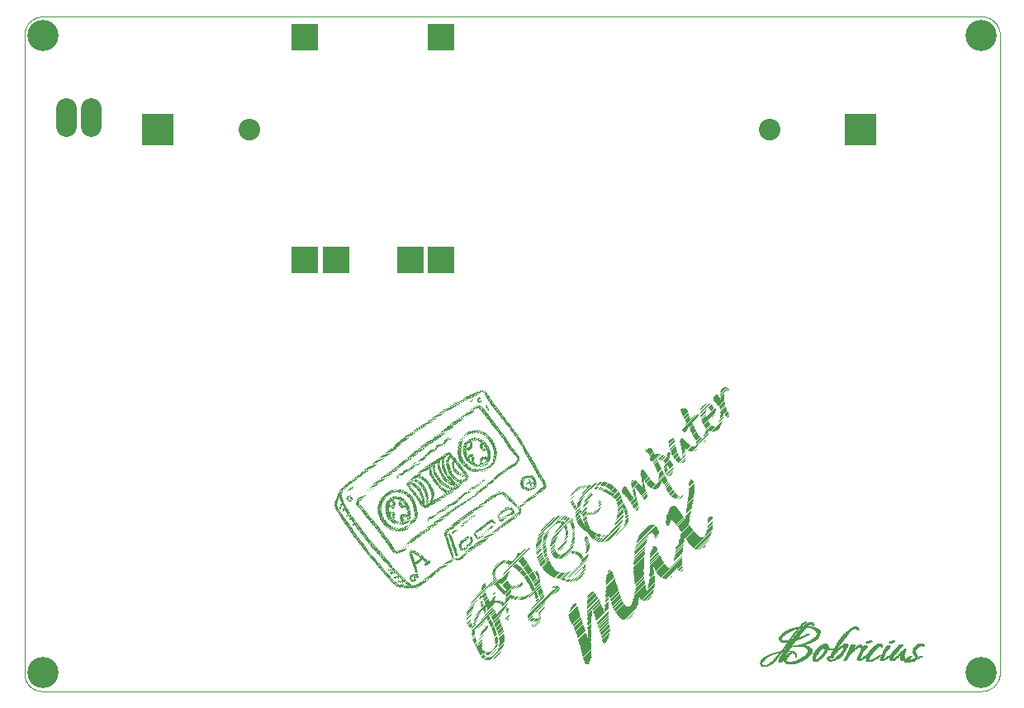
<source format=gts>
G75*
%MOIN*%
%OFA0B0*%
%FSLAX25Y25*%
%IPPOS*%
%LPD*%
%AMOC8*
5,1,8,0,0,1.08239X$1,22.5*
%
%ADD10C,0.00000*%
%ADD11R,0.01400X0.00100*%
%ADD12R,0.02200X0.00100*%
%ADD13R,0.02700X0.00100*%
%ADD14R,0.03100X0.00100*%
%ADD15R,0.01300X0.00100*%
%ADD16R,0.01500X0.00100*%
%ADD17R,0.01200X0.00100*%
%ADD18R,0.01000X0.00100*%
%ADD19R,0.00900X0.00100*%
%ADD20R,0.01900X0.00100*%
%ADD21R,0.03200X0.00100*%
%ADD22R,0.03900X0.00100*%
%ADD23R,0.04400X0.00100*%
%ADD24R,0.04800X0.00100*%
%ADD25R,0.01100X0.00100*%
%ADD26R,0.05200X0.00100*%
%ADD27R,0.05600X0.00100*%
%ADD28R,0.01600X0.00100*%
%ADD29R,0.03800X0.00100*%
%ADD30R,0.02000X0.00100*%
%ADD31R,0.03500X0.00100*%
%ADD32R,0.03300X0.00100*%
%ADD33R,0.03700X0.00100*%
%ADD34R,0.01700X0.00100*%
%ADD35R,0.02400X0.00100*%
%ADD36R,0.01800X0.00100*%
%ADD37R,0.03000X0.00100*%
%ADD38R,0.04100X0.00100*%
%ADD39R,0.02900X0.00100*%
%ADD40R,0.02100X0.00100*%
%ADD41R,0.02300X0.00100*%
%ADD42R,0.00600X0.00100*%
%ADD43R,0.05400X0.00100*%
%ADD44R,0.02800X0.00100*%
%ADD45R,0.05800X0.00100*%
%ADD46R,0.06000X0.00100*%
%ADD47R,0.06300X0.00100*%
%ADD48R,0.06600X0.00100*%
%ADD49R,0.02600X0.00100*%
%ADD50R,0.02500X0.00100*%
%ADD51R,0.00800X0.00100*%
%ADD52R,0.00700X0.00100*%
%ADD53R,0.05900X0.00100*%
%ADD54R,0.04700X0.00100*%
%ADD55R,0.04300X0.00100*%
%ADD56R,0.04200X0.00100*%
%ADD57R,0.04000X0.00100*%
%ADD58R,0.08500X0.00100*%
%ADD59R,0.03400X0.00100*%
%ADD60R,0.08200X0.00100*%
%ADD61R,0.03600X0.00100*%
%ADD62R,0.05500X0.00100*%
%ADD63R,0.07400X0.00100*%
%ADD64R,0.06400X0.00100*%
%ADD65R,0.05300X0.00100*%
%ADD66R,0.00200X0.00100*%
%ADD67R,0.04500X0.00100*%
%ADD68R,0.06200X0.00100*%
%ADD69R,0.04900X0.00100*%
%ADD70R,0.06500X0.00100*%
%ADD71R,0.06700X0.00100*%
%ADD72R,0.06800X0.00100*%
%ADD73R,0.07000X0.00100*%
%ADD74R,0.07200X0.00100*%
%ADD75R,0.07500X0.00100*%
%ADD76R,0.07900X0.00100*%
%ADD77R,0.07800X0.00100*%
%ADD78R,0.07100X0.00100*%
%ADD79R,0.08000X0.00100*%
%ADD80R,0.08800X0.00100*%
%ADD81R,0.00300X0.00100*%
%ADD82R,0.09300X0.00100*%
%ADD83R,0.08100X0.00100*%
%ADD84R,0.09700X0.00100*%
%ADD85R,0.08600X0.00100*%
%ADD86R,0.05700X0.00100*%
%ADD87R,0.10100X0.00100*%
%ADD88R,0.09100X0.00100*%
%ADD89R,0.10500X0.00100*%
%ADD90R,0.09500X0.00100*%
%ADD91R,0.07700X0.00100*%
%ADD92R,0.10900X0.00100*%
%ADD93R,0.09900X0.00100*%
%ADD94R,0.00400X0.00100*%
%ADD95R,0.09800X0.00100*%
%ADD96R,0.11400X0.00100*%
%ADD97R,0.10300X0.00100*%
%ADD98R,0.17700X0.00100*%
%ADD99R,0.11600X0.00100*%
%ADD100R,0.10600X0.00100*%
%ADD101R,0.17600X0.00100*%
%ADD102R,0.11900X0.00100*%
%ADD103R,0.17400X0.00100*%
%ADD104R,0.12200X0.00100*%
%ADD105R,0.11200X0.00100*%
%ADD106R,0.05100X0.00100*%
%ADD107R,0.15500X0.00100*%
%ADD108R,0.11500X0.00100*%
%ADD109R,0.14900X0.00100*%
%ADD110R,0.11700X0.00100*%
%ADD111R,0.14200X0.00100*%
%ADD112R,0.12000X0.00100*%
%ADD113R,0.13600X0.00100*%
%ADD114R,0.12300X0.00100*%
%ADD115R,0.13000X0.00100*%
%ADD116R,0.04600X0.00100*%
%ADD117R,0.10400X0.00100*%
%ADD118R,0.05000X0.00100*%
%ADD119R,0.07300X0.00100*%
%ADD120R,0.10700X0.00100*%
%ADD121R,0.00100X0.00100*%
%ADD122R,0.06900X0.00100*%
%ADD123R,0.07600X0.00100*%
%ADD124R,0.08300X0.00100*%
%ADD125R,0.00500X0.00100*%
%ADD126R,0.06100X0.00100*%
%ADD127R,0.08400X0.00100*%
%ADD128R,0.09200X0.00100*%
%ADD129R,0.09000X0.00100*%
%ADD130R,0.12500X0.00100*%
%ADD131R,0.12400X0.00100*%
%ADD132R,0.11300X0.00100*%
%ADD133R,0.10000X0.00100*%
%ADD134R,0.08700X0.00100*%
%ADD135R,0.15600X0.00100*%
%ADD136R,0.15400X0.00100*%
%ADD137R,0.09600X0.00100*%
%ADD138R,0.15200X0.00100*%
%ADD139R,0.15000X0.00100*%
%ADD140R,0.14800X0.00100*%
%ADD141R,0.09400X0.00100*%
%ADD142R,0.14400X0.00100*%
%ADD143R,0.14100X0.00100*%
%ADD144R,0.13700X0.00100*%
%ADD145R,0.13200X0.00100*%
%ADD146R,0.12800X0.00100*%
%ADD147R,0.14600X0.00100*%
%ADD148R,0.00400X0.00200*%
%ADD149R,0.01200X0.00200*%
%ADD150R,0.01000X0.00200*%
%ADD151R,0.01800X0.00200*%
%ADD152R,0.02000X0.00200*%
%ADD153R,0.01600X0.00200*%
%ADD154R,0.02400X0.00200*%
%ADD155R,0.02200X0.00200*%
%ADD156R,0.03600X0.00200*%
%ADD157R,0.02800X0.00200*%
%ADD158R,0.04400X0.00200*%
%ADD159R,0.03400X0.00200*%
%ADD160R,0.05400X0.00200*%
%ADD161R,0.03800X0.00200*%
%ADD162R,0.00800X0.00200*%
%ADD163R,0.06200X0.00200*%
%ADD164R,0.04000X0.00200*%
%ADD165R,0.02600X0.00200*%
%ADD166R,0.06800X0.00200*%
%ADD167R,0.04600X0.00200*%
%ADD168R,0.07400X0.00200*%
%ADD169R,0.03000X0.00200*%
%ADD170R,0.04200X0.00200*%
%ADD171R,0.07800X0.00200*%
%ADD172R,0.03200X0.00200*%
%ADD173R,0.04800X0.00200*%
%ADD174R,0.05200X0.00200*%
%ADD175R,0.08400X0.00200*%
%ADD176R,0.09000X0.00200*%
%ADD177R,0.06000X0.00200*%
%ADD178R,0.09800X0.00200*%
%ADD179R,0.09400X0.00200*%
%ADD180R,0.10000X0.00200*%
%ADD181R,0.09600X0.00200*%
%ADD182R,0.06600X0.00200*%
%ADD183R,0.10400X0.00200*%
%ADD184R,0.10200X0.00200*%
%ADD185R,0.10600X0.00200*%
%ADD186R,0.09200X0.00200*%
%ADD187R,0.10800X0.00200*%
%ADD188R,0.07600X0.00200*%
%ADD189R,0.11200X0.00200*%
%ADD190R,0.05800X0.00200*%
%ADD191R,0.11400X0.00200*%
%ADD192R,0.05600X0.00200*%
%ADD193R,0.08200X0.00200*%
%ADD194R,0.11800X0.00200*%
%ADD195R,0.12000X0.00200*%
%ADD196R,0.11000X0.00200*%
%ADD197R,0.05000X0.00200*%
%ADD198R,0.15800X0.00200*%
%ADD199R,0.08600X0.00200*%
%ADD200R,0.08000X0.00200*%
%ADD201R,0.07200X0.00200*%
%ADD202R,0.07000X0.00200*%
%ADD203R,0.06400X0.00200*%
%ADD204R,0.01400X0.00200*%
%ADD205R,0.11600X0.00200*%
%ADD206R,0.08800X0.00200*%
%ADD207R,0.00600X0.00200*%
%ADD208R,0.00200X0.00200*%
%ADD209C,0.08674*%
%ADD210R,0.12611X0.12611*%
%ADD211R,0.10643X0.10643*%
%ADD212C,0.08200*%
%ADD213C,0.12611*%
D10*
X0022650Y0018900D02*
X0401400Y0018900D01*
X0401399Y0018899D02*
X0401581Y0018900D01*
X0401763Y0018905D01*
X0401944Y0018915D01*
X0402125Y0018929D01*
X0402306Y0018947D01*
X0402486Y0018970D01*
X0402666Y0018997D01*
X0402845Y0019029D01*
X0403023Y0019065D01*
X0403200Y0019105D01*
X0403376Y0019150D01*
X0403551Y0019198D01*
X0403725Y0019252D01*
X0403897Y0019309D01*
X0404068Y0019370D01*
X0404237Y0019436D01*
X0404405Y0019506D01*
X0404571Y0019580D01*
X0404735Y0019658D01*
X0404897Y0019740D01*
X0405057Y0019826D01*
X0405215Y0019915D01*
X0405371Y0020009D01*
X0405524Y0020106D01*
X0405675Y0020207D01*
X0405824Y0020312D01*
X0405970Y0020421D01*
X0406113Y0020532D01*
X0406253Y0020648D01*
X0406391Y0020766D01*
X0406525Y0020888D01*
X0406657Y0021014D01*
X0406785Y0021142D01*
X0406911Y0021274D01*
X0407033Y0021408D01*
X0407151Y0021546D01*
X0407267Y0021686D01*
X0407378Y0021829D01*
X0407487Y0021975D01*
X0407592Y0022124D01*
X0407693Y0022275D01*
X0407790Y0022428D01*
X0407884Y0022584D01*
X0407973Y0022742D01*
X0408059Y0022902D01*
X0408141Y0023064D01*
X0408219Y0023228D01*
X0408293Y0023394D01*
X0408363Y0023562D01*
X0408429Y0023731D01*
X0408490Y0023902D01*
X0408547Y0024074D01*
X0408601Y0024248D01*
X0408649Y0024423D01*
X0408694Y0024599D01*
X0408734Y0024776D01*
X0408770Y0024954D01*
X0408802Y0025133D01*
X0408829Y0025313D01*
X0408852Y0025493D01*
X0408870Y0025674D01*
X0408884Y0025855D01*
X0408894Y0026036D01*
X0408899Y0026218D01*
X0408900Y0026400D01*
X0408900Y0283900D01*
X0408901Y0283900D02*
X0408900Y0284083D01*
X0408894Y0284266D01*
X0408884Y0284449D01*
X0408869Y0284631D01*
X0408850Y0284813D01*
X0408827Y0284994D01*
X0408799Y0285175D01*
X0408766Y0285355D01*
X0408729Y0285535D01*
X0408688Y0285713D01*
X0408643Y0285890D01*
X0408593Y0286066D01*
X0408539Y0286241D01*
X0408481Y0286414D01*
X0408418Y0286586D01*
X0408351Y0286756D01*
X0408281Y0286925D01*
X0408206Y0287092D01*
X0408127Y0287257D01*
X0408044Y0287420D01*
X0407957Y0287581D01*
X0407866Y0287740D01*
X0407771Y0287896D01*
X0407672Y0288050D01*
X0407570Y0288202D01*
X0407464Y0288351D01*
X0407355Y0288498D01*
X0407242Y0288642D01*
X0407125Y0288783D01*
X0407005Y0288921D01*
X0406882Y0289056D01*
X0406755Y0289188D01*
X0406625Y0289317D01*
X0406492Y0289442D01*
X0406356Y0289565D01*
X0406217Y0289684D01*
X0406076Y0289800D01*
X0405931Y0289912D01*
X0405784Y0290020D01*
X0405634Y0290125D01*
X0405482Y0290227D01*
X0405327Y0290324D01*
X0405170Y0290418D01*
X0405010Y0290508D01*
X0404849Y0290594D01*
X0404685Y0290676D01*
X0404520Y0290753D01*
X0404352Y0290827D01*
X0404183Y0290897D01*
X0404013Y0290963D01*
X0403840Y0291024D01*
X0403666Y0291081D01*
X0403491Y0291134D01*
X0403315Y0291183D01*
X0403137Y0291227D01*
X0402959Y0291267D01*
X0402779Y0291302D01*
X0402599Y0291334D01*
X0402418Y0291360D01*
X0402237Y0291383D01*
X0402054Y0291401D01*
X0401872Y0291414D01*
X0401689Y0291423D01*
X0401506Y0291427D01*
X0401323Y0291427D01*
X0401141Y0291423D01*
X0400958Y0291414D01*
X0400775Y0291401D01*
X0400775Y0291400D02*
X0022650Y0291400D01*
X0022650Y0291401D02*
X0022468Y0291400D01*
X0022286Y0291395D01*
X0022105Y0291385D01*
X0021924Y0291371D01*
X0021743Y0291353D01*
X0021563Y0291330D01*
X0021383Y0291303D01*
X0021204Y0291271D01*
X0021026Y0291235D01*
X0020849Y0291195D01*
X0020673Y0291150D01*
X0020498Y0291102D01*
X0020324Y0291048D01*
X0020152Y0290991D01*
X0019981Y0290930D01*
X0019812Y0290864D01*
X0019644Y0290794D01*
X0019478Y0290720D01*
X0019314Y0290642D01*
X0019152Y0290560D01*
X0018992Y0290474D01*
X0018834Y0290385D01*
X0018678Y0290291D01*
X0018525Y0290194D01*
X0018374Y0290093D01*
X0018225Y0289988D01*
X0018079Y0289879D01*
X0017936Y0289768D01*
X0017796Y0289652D01*
X0017658Y0289534D01*
X0017524Y0289412D01*
X0017392Y0289286D01*
X0017264Y0289158D01*
X0017138Y0289026D01*
X0017016Y0288892D01*
X0016898Y0288754D01*
X0016782Y0288614D01*
X0016671Y0288471D01*
X0016562Y0288325D01*
X0016457Y0288176D01*
X0016356Y0288025D01*
X0016259Y0287872D01*
X0016165Y0287716D01*
X0016076Y0287558D01*
X0015990Y0287398D01*
X0015908Y0287236D01*
X0015830Y0287072D01*
X0015756Y0286906D01*
X0015686Y0286738D01*
X0015620Y0286569D01*
X0015559Y0286398D01*
X0015502Y0286226D01*
X0015448Y0286052D01*
X0015400Y0285877D01*
X0015355Y0285701D01*
X0015315Y0285524D01*
X0015279Y0285346D01*
X0015247Y0285167D01*
X0015220Y0284987D01*
X0015197Y0284807D01*
X0015179Y0284626D01*
X0015165Y0284445D01*
X0015155Y0284264D01*
X0015150Y0284082D01*
X0015149Y0283900D01*
X0015150Y0283900D02*
X0015150Y0026400D01*
X0015150Y0026399D02*
X0015144Y0026224D01*
X0015143Y0026049D01*
X0015146Y0025873D01*
X0015154Y0025698D01*
X0015165Y0025523D01*
X0015181Y0025349D01*
X0015201Y0025174D01*
X0015225Y0025001D01*
X0015254Y0024828D01*
X0015287Y0024655D01*
X0015324Y0024484D01*
X0015365Y0024314D01*
X0015410Y0024144D01*
X0015460Y0023976D01*
X0015513Y0023809D01*
X0015571Y0023643D01*
X0015632Y0023479D01*
X0015698Y0023316D01*
X0015767Y0023155D01*
X0015841Y0022996D01*
X0015918Y0022839D01*
X0015999Y0022683D01*
X0016084Y0022530D01*
X0016173Y0022378D01*
X0016265Y0022229D01*
X0016361Y0022082D01*
X0016460Y0021938D01*
X0016563Y0021796D01*
X0016669Y0021656D01*
X0016779Y0021519D01*
X0016892Y0021385D01*
X0017008Y0021254D01*
X0017128Y0021126D01*
X0017250Y0021000D01*
X0017376Y0020878D01*
X0017504Y0020758D01*
X0017635Y0020642D01*
X0017769Y0020529D01*
X0017906Y0020419D01*
X0018046Y0020313D01*
X0018188Y0020210D01*
X0018332Y0020111D01*
X0018479Y0020015D01*
X0018628Y0019923D01*
X0018780Y0019834D01*
X0018933Y0019749D01*
X0019089Y0019668D01*
X0019246Y0019591D01*
X0019405Y0019517D01*
X0019566Y0019448D01*
X0019729Y0019382D01*
X0019893Y0019321D01*
X0020059Y0019263D01*
X0020226Y0019210D01*
X0020394Y0019160D01*
X0020564Y0019115D01*
X0020734Y0019074D01*
X0020905Y0019037D01*
X0021078Y0019004D01*
X0021251Y0018975D01*
X0021424Y0018951D01*
X0021599Y0018931D01*
X0021773Y0018915D01*
X0021948Y0018904D01*
X0022123Y0018896D01*
X0022299Y0018893D01*
X0022474Y0018894D01*
X0022649Y0018900D01*
X0101863Y0245632D02*
X0101865Y0245757D01*
X0101871Y0245882D01*
X0101881Y0246006D01*
X0101895Y0246130D01*
X0101912Y0246254D01*
X0101934Y0246377D01*
X0101960Y0246499D01*
X0101989Y0246621D01*
X0102022Y0246741D01*
X0102060Y0246860D01*
X0102100Y0246979D01*
X0102145Y0247095D01*
X0102193Y0247210D01*
X0102245Y0247324D01*
X0102301Y0247436D01*
X0102360Y0247546D01*
X0102422Y0247654D01*
X0102488Y0247761D01*
X0102557Y0247865D01*
X0102630Y0247966D01*
X0102705Y0248066D01*
X0102784Y0248163D01*
X0102866Y0248257D01*
X0102951Y0248349D01*
X0103038Y0248438D01*
X0103129Y0248524D01*
X0103222Y0248607D01*
X0103318Y0248688D01*
X0103416Y0248765D01*
X0103516Y0248839D01*
X0103619Y0248910D01*
X0103724Y0248977D01*
X0103832Y0249042D01*
X0103941Y0249102D01*
X0104052Y0249160D01*
X0104165Y0249213D01*
X0104279Y0249263D01*
X0104395Y0249310D01*
X0104512Y0249352D01*
X0104631Y0249391D01*
X0104751Y0249427D01*
X0104872Y0249458D01*
X0104994Y0249486D01*
X0105116Y0249509D01*
X0105240Y0249529D01*
X0105364Y0249545D01*
X0105488Y0249557D01*
X0105613Y0249565D01*
X0105738Y0249569D01*
X0105862Y0249569D01*
X0105987Y0249565D01*
X0106112Y0249557D01*
X0106236Y0249545D01*
X0106360Y0249529D01*
X0106484Y0249509D01*
X0106606Y0249486D01*
X0106728Y0249458D01*
X0106849Y0249427D01*
X0106969Y0249391D01*
X0107088Y0249352D01*
X0107205Y0249310D01*
X0107321Y0249263D01*
X0107435Y0249213D01*
X0107548Y0249160D01*
X0107659Y0249102D01*
X0107769Y0249042D01*
X0107876Y0248977D01*
X0107981Y0248910D01*
X0108084Y0248839D01*
X0108184Y0248765D01*
X0108282Y0248688D01*
X0108378Y0248607D01*
X0108471Y0248524D01*
X0108562Y0248438D01*
X0108649Y0248349D01*
X0108734Y0248257D01*
X0108816Y0248163D01*
X0108895Y0248066D01*
X0108970Y0247966D01*
X0109043Y0247865D01*
X0109112Y0247761D01*
X0109178Y0247654D01*
X0109240Y0247546D01*
X0109299Y0247436D01*
X0109355Y0247324D01*
X0109407Y0247210D01*
X0109455Y0247095D01*
X0109500Y0246979D01*
X0109540Y0246860D01*
X0109578Y0246741D01*
X0109611Y0246621D01*
X0109640Y0246499D01*
X0109666Y0246377D01*
X0109688Y0246254D01*
X0109705Y0246130D01*
X0109719Y0246006D01*
X0109729Y0245882D01*
X0109735Y0245757D01*
X0109737Y0245632D01*
X0109735Y0245507D01*
X0109729Y0245382D01*
X0109719Y0245258D01*
X0109705Y0245134D01*
X0109688Y0245010D01*
X0109666Y0244887D01*
X0109640Y0244765D01*
X0109611Y0244643D01*
X0109578Y0244523D01*
X0109540Y0244404D01*
X0109500Y0244285D01*
X0109455Y0244169D01*
X0109407Y0244054D01*
X0109355Y0243940D01*
X0109299Y0243828D01*
X0109240Y0243718D01*
X0109178Y0243610D01*
X0109112Y0243503D01*
X0109043Y0243399D01*
X0108970Y0243298D01*
X0108895Y0243198D01*
X0108816Y0243101D01*
X0108734Y0243007D01*
X0108649Y0242915D01*
X0108562Y0242826D01*
X0108471Y0242740D01*
X0108378Y0242657D01*
X0108282Y0242576D01*
X0108184Y0242499D01*
X0108084Y0242425D01*
X0107981Y0242354D01*
X0107876Y0242287D01*
X0107768Y0242222D01*
X0107659Y0242162D01*
X0107548Y0242104D01*
X0107435Y0242051D01*
X0107321Y0242001D01*
X0107205Y0241954D01*
X0107088Y0241912D01*
X0106969Y0241873D01*
X0106849Y0241837D01*
X0106728Y0241806D01*
X0106606Y0241778D01*
X0106484Y0241755D01*
X0106360Y0241735D01*
X0106236Y0241719D01*
X0106112Y0241707D01*
X0105987Y0241699D01*
X0105862Y0241695D01*
X0105738Y0241695D01*
X0105613Y0241699D01*
X0105488Y0241707D01*
X0105364Y0241719D01*
X0105240Y0241735D01*
X0105116Y0241755D01*
X0104994Y0241778D01*
X0104872Y0241806D01*
X0104751Y0241837D01*
X0104631Y0241873D01*
X0104512Y0241912D01*
X0104395Y0241954D01*
X0104279Y0242001D01*
X0104165Y0242051D01*
X0104052Y0242104D01*
X0103941Y0242162D01*
X0103831Y0242222D01*
X0103724Y0242287D01*
X0103619Y0242354D01*
X0103516Y0242425D01*
X0103416Y0242499D01*
X0103318Y0242576D01*
X0103222Y0242657D01*
X0103129Y0242740D01*
X0103038Y0242826D01*
X0102951Y0242915D01*
X0102866Y0243007D01*
X0102784Y0243101D01*
X0102705Y0243198D01*
X0102630Y0243298D01*
X0102557Y0243399D01*
X0102488Y0243503D01*
X0102422Y0243610D01*
X0102360Y0243718D01*
X0102301Y0243828D01*
X0102245Y0243940D01*
X0102193Y0244054D01*
X0102145Y0244169D01*
X0102100Y0244285D01*
X0102060Y0244404D01*
X0102022Y0244523D01*
X0101989Y0244643D01*
X0101960Y0244765D01*
X0101934Y0244887D01*
X0101912Y0245010D01*
X0101895Y0245134D01*
X0101881Y0245258D01*
X0101871Y0245382D01*
X0101865Y0245507D01*
X0101863Y0245632D01*
X0311863Y0245632D02*
X0311865Y0245757D01*
X0311871Y0245882D01*
X0311881Y0246006D01*
X0311895Y0246130D01*
X0311912Y0246254D01*
X0311934Y0246377D01*
X0311960Y0246499D01*
X0311989Y0246621D01*
X0312022Y0246741D01*
X0312060Y0246860D01*
X0312100Y0246979D01*
X0312145Y0247095D01*
X0312193Y0247210D01*
X0312245Y0247324D01*
X0312301Y0247436D01*
X0312360Y0247546D01*
X0312422Y0247654D01*
X0312488Y0247761D01*
X0312557Y0247865D01*
X0312630Y0247966D01*
X0312705Y0248066D01*
X0312784Y0248163D01*
X0312866Y0248257D01*
X0312951Y0248349D01*
X0313038Y0248438D01*
X0313129Y0248524D01*
X0313222Y0248607D01*
X0313318Y0248688D01*
X0313416Y0248765D01*
X0313516Y0248839D01*
X0313619Y0248910D01*
X0313724Y0248977D01*
X0313832Y0249042D01*
X0313941Y0249102D01*
X0314052Y0249160D01*
X0314165Y0249213D01*
X0314279Y0249263D01*
X0314395Y0249310D01*
X0314512Y0249352D01*
X0314631Y0249391D01*
X0314751Y0249427D01*
X0314872Y0249458D01*
X0314994Y0249486D01*
X0315116Y0249509D01*
X0315240Y0249529D01*
X0315364Y0249545D01*
X0315488Y0249557D01*
X0315613Y0249565D01*
X0315738Y0249569D01*
X0315862Y0249569D01*
X0315987Y0249565D01*
X0316112Y0249557D01*
X0316236Y0249545D01*
X0316360Y0249529D01*
X0316484Y0249509D01*
X0316606Y0249486D01*
X0316728Y0249458D01*
X0316849Y0249427D01*
X0316969Y0249391D01*
X0317088Y0249352D01*
X0317205Y0249310D01*
X0317321Y0249263D01*
X0317435Y0249213D01*
X0317548Y0249160D01*
X0317659Y0249102D01*
X0317769Y0249042D01*
X0317876Y0248977D01*
X0317981Y0248910D01*
X0318084Y0248839D01*
X0318184Y0248765D01*
X0318282Y0248688D01*
X0318378Y0248607D01*
X0318471Y0248524D01*
X0318562Y0248438D01*
X0318649Y0248349D01*
X0318734Y0248257D01*
X0318816Y0248163D01*
X0318895Y0248066D01*
X0318970Y0247966D01*
X0319043Y0247865D01*
X0319112Y0247761D01*
X0319178Y0247654D01*
X0319240Y0247546D01*
X0319299Y0247436D01*
X0319355Y0247324D01*
X0319407Y0247210D01*
X0319455Y0247095D01*
X0319500Y0246979D01*
X0319540Y0246860D01*
X0319578Y0246741D01*
X0319611Y0246621D01*
X0319640Y0246499D01*
X0319666Y0246377D01*
X0319688Y0246254D01*
X0319705Y0246130D01*
X0319719Y0246006D01*
X0319729Y0245882D01*
X0319735Y0245757D01*
X0319737Y0245632D01*
X0319735Y0245507D01*
X0319729Y0245382D01*
X0319719Y0245258D01*
X0319705Y0245134D01*
X0319688Y0245010D01*
X0319666Y0244887D01*
X0319640Y0244765D01*
X0319611Y0244643D01*
X0319578Y0244523D01*
X0319540Y0244404D01*
X0319500Y0244285D01*
X0319455Y0244169D01*
X0319407Y0244054D01*
X0319355Y0243940D01*
X0319299Y0243828D01*
X0319240Y0243718D01*
X0319178Y0243610D01*
X0319112Y0243503D01*
X0319043Y0243399D01*
X0318970Y0243298D01*
X0318895Y0243198D01*
X0318816Y0243101D01*
X0318734Y0243007D01*
X0318649Y0242915D01*
X0318562Y0242826D01*
X0318471Y0242740D01*
X0318378Y0242657D01*
X0318282Y0242576D01*
X0318184Y0242499D01*
X0318084Y0242425D01*
X0317981Y0242354D01*
X0317876Y0242287D01*
X0317768Y0242222D01*
X0317659Y0242162D01*
X0317548Y0242104D01*
X0317435Y0242051D01*
X0317321Y0242001D01*
X0317205Y0241954D01*
X0317088Y0241912D01*
X0316969Y0241873D01*
X0316849Y0241837D01*
X0316728Y0241806D01*
X0316606Y0241778D01*
X0316484Y0241755D01*
X0316360Y0241735D01*
X0316236Y0241719D01*
X0316112Y0241707D01*
X0315987Y0241699D01*
X0315862Y0241695D01*
X0315738Y0241695D01*
X0315613Y0241699D01*
X0315488Y0241707D01*
X0315364Y0241719D01*
X0315240Y0241735D01*
X0315116Y0241755D01*
X0314994Y0241778D01*
X0314872Y0241806D01*
X0314751Y0241837D01*
X0314631Y0241873D01*
X0314512Y0241912D01*
X0314395Y0241954D01*
X0314279Y0242001D01*
X0314165Y0242051D01*
X0314052Y0242104D01*
X0313941Y0242162D01*
X0313831Y0242222D01*
X0313724Y0242287D01*
X0313619Y0242354D01*
X0313516Y0242425D01*
X0313416Y0242499D01*
X0313318Y0242576D01*
X0313222Y0242657D01*
X0313129Y0242740D01*
X0313038Y0242826D01*
X0312951Y0242915D01*
X0312866Y0243007D01*
X0312784Y0243101D01*
X0312705Y0243198D01*
X0312630Y0243298D01*
X0312557Y0243399D01*
X0312488Y0243503D01*
X0312422Y0243610D01*
X0312360Y0243718D01*
X0312301Y0243828D01*
X0312245Y0243940D01*
X0312193Y0244054D01*
X0312145Y0244169D01*
X0312100Y0244285D01*
X0312060Y0244404D01*
X0312022Y0244523D01*
X0311989Y0244643D01*
X0311960Y0244765D01*
X0311934Y0244887D01*
X0311912Y0245010D01*
X0311895Y0245134D01*
X0311881Y0245258D01*
X0311871Y0245382D01*
X0311865Y0245507D01*
X0311863Y0245632D01*
D11*
G36*
X0299360Y0141063D02*
X0298371Y0140074D01*
X0298300Y0140145D01*
X0299289Y0141134D01*
X0299360Y0141063D01*
G37*
G36*
X0294410Y0138941D02*
X0293421Y0137952D01*
X0293350Y0138023D01*
X0294339Y0139012D01*
X0294410Y0138941D01*
G37*
G36*
X0299643Y0130597D02*
X0298654Y0129608D01*
X0298583Y0129679D01*
X0299572Y0130668D01*
X0299643Y0130597D01*
G37*
G36*
X0299714Y0130527D02*
X0298725Y0129538D01*
X0298654Y0129609D01*
X0299643Y0130598D01*
X0299714Y0130527D01*
G37*
G36*
X0282531Y0124516D02*
X0281542Y0123527D01*
X0281471Y0123598D01*
X0282460Y0124587D01*
X0282531Y0124516D01*
G37*
G36*
X0280834Y0120981D02*
X0279845Y0119992D01*
X0279774Y0120063D01*
X0280763Y0121052D01*
X0280834Y0120981D01*
G37*
G36*
X0281117Y0133143D02*
X0280128Y0132154D01*
X0280057Y0132225D01*
X0281046Y0133214D01*
X0281117Y0133143D01*
G37*
G36*
X0264924Y0108324D02*
X0263935Y0107335D01*
X0263864Y0107406D01*
X0264853Y0108395D01*
X0264924Y0108324D01*
G37*
G36*
X0261105Y0104222D02*
X0260116Y0103233D01*
X0260045Y0103304D01*
X0261034Y0104293D01*
X0261105Y0104222D01*
G37*
G36*
X0249792Y0100545D02*
X0248803Y0099556D01*
X0248732Y0099627D01*
X0249721Y0100616D01*
X0249792Y0100545D01*
G37*
G36*
X0249580Y0100616D02*
X0248591Y0099627D01*
X0248520Y0099698D01*
X0249509Y0100687D01*
X0249580Y0100616D01*
G37*
G36*
X0248660Y0100970D02*
X0247671Y0099981D01*
X0247600Y0100052D01*
X0248589Y0101041D01*
X0248660Y0100970D01*
G37*
G36*
X0248448Y0101040D02*
X0247459Y0100051D01*
X0247388Y0100122D01*
X0248377Y0101111D01*
X0248448Y0101040D01*
G37*
G36*
X0248236Y0101111D02*
X0247247Y0100122D01*
X0247176Y0100193D01*
X0248165Y0101182D01*
X0248236Y0101111D01*
G37*
G36*
X0248024Y0101182D02*
X0247035Y0100193D01*
X0246964Y0100264D01*
X0247953Y0101253D01*
X0248024Y0101182D01*
G37*
G36*
X0247812Y0101253D02*
X0246823Y0100264D01*
X0246752Y0100335D01*
X0247741Y0101324D01*
X0247812Y0101253D01*
G37*
G36*
X0247600Y0101323D02*
X0246611Y0100334D01*
X0246540Y0100405D01*
X0247529Y0101394D01*
X0247600Y0101323D01*
G37*
G36*
X0247458Y0101323D02*
X0246469Y0100334D01*
X0246398Y0100405D01*
X0247387Y0101394D01*
X0247458Y0101323D01*
G37*
G36*
X0247246Y0101394D02*
X0246257Y0100405D01*
X0246186Y0100476D01*
X0247175Y0101465D01*
X0247246Y0101394D01*
G37*
G36*
X0247105Y0101394D02*
X0246116Y0100405D01*
X0246045Y0100476D01*
X0247034Y0101465D01*
X0247105Y0101394D01*
G37*
G36*
X0246751Y0101465D02*
X0245762Y0100476D01*
X0245691Y0100547D01*
X0246680Y0101536D01*
X0246751Y0101465D01*
G37*
G36*
X0246398Y0101535D02*
X0245409Y0100546D01*
X0245338Y0100617D01*
X0246327Y0101606D01*
X0246398Y0101535D01*
G37*
G36*
X0246044Y0101606D02*
X0245055Y0100617D01*
X0244984Y0100688D01*
X0245973Y0101677D01*
X0246044Y0101606D01*
G37*
G36*
X0245903Y0101606D02*
X0244914Y0100617D01*
X0244843Y0100688D01*
X0245832Y0101677D01*
X0245903Y0101606D01*
G37*
G36*
X0245549Y0101677D02*
X0244560Y0100688D01*
X0244489Y0100759D01*
X0245478Y0101748D01*
X0245549Y0101677D01*
G37*
G36*
X0243357Y0102172D02*
X0242368Y0101183D01*
X0242297Y0101254D01*
X0243286Y0102243D01*
X0243357Y0102172D01*
G37*
G36*
X0243216Y0102172D02*
X0242227Y0101183D01*
X0242156Y0101254D01*
X0243145Y0102243D01*
X0243216Y0102172D01*
G37*
G36*
X0243074Y0102172D02*
X0242085Y0101183D01*
X0242014Y0101254D01*
X0243003Y0102243D01*
X0243074Y0102172D01*
G37*
G36*
X0247883Y0095242D02*
X0246894Y0094253D01*
X0246823Y0094324D01*
X0247812Y0095313D01*
X0247883Y0095242D01*
G37*
G36*
X0247883Y0095101D02*
X0246894Y0094112D01*
X0246823Y0094183D01*
X0247812Y0095172D01*
X0247883Y0095101D01*
G37*
G36*
X0247883Y0094959D02*
X0246894Y0093970D01*
X0246823Y0094041D01*
X0247812Y0095030D01*
X0247883Y0094959D01*
G37*
G36*
X0242438Y0087252D02*
X0241449Y0086263D01*
X0241378Y0086334D01*
X0242367Y0087323D01*
X0242438Y0087252D01*
G37*
G36*
X0242509Y0087181D02*
X0241520Y0086192D01*
X0241449Y0086263D01*
X0242438Y0087252D01*
X0242509Y0087181D01*
G37*
G36*
X0242579Y0086969D02*
X0241590Y0085980D01*
X0241519Y0086051D01*
X0242508Y0087040D01*
X0242579Y0086969D01*
G37*
G36*
X0237347Y0084565D02*
X0236358Y0083576D01*
X0236287Y0083647D01*
X0237276Y0084636D01*
X0237347Y0084565D01*
G37*
G36*
X0237276Y0085060D02*
X0236287Y0084071D01*
X0236216Y0084142D01*
X0237205Y0085131D01*
X0237276Y0085060D01*
G37*
G36*
X0237205Y0085413D02*
X0236216Y0084424D01*
X0236145Y0084495D01*
X0237134Y0085484D01*
X0237205Y0085413D01*
G37*
G36*
X0237135Y0085767D02*
X0236146Y0084778D01*
X0236075Y0084849D01*
X0237064Y0085838D01*
X0237135Y0085767D01*
G37*
G36*
X0237064Y0085979D02*
X0236075Y0084990D01*
X0236004Y0085061D01*
X0236993Y0086050D01*
X0237064Y0085979D01*
G37*
G36*
X0236993Y0086191D02*
X0236004Y0085202D01*
X0235933Y0085273D01*
X0236922Y0086262D01*
X0236993Y0086191D01*
G37*
G36*
X0236922Y0086403D02*
X0235933Y0085414D01*
X0235862Y0085485D01*
X0236851Y0086474D01*
X0236922Y0086403D01*
G37*
G36*
X0236852Y0086615D02*
X0235863Y0085626D01*
X0235792Y0085697D01*
X0236781Y0086686D01*
X0236852Y0086615D01*
G37*
G36*
X0236710Y0086898D02*
X0235721Y0085909D01*
X0235650Y0085980D01*
X0236639Y0086969D01*
X0236710Y0086898D01*
G37*
G36*
X0236640Y0086969D02*
X0235651Y0085980D01*
X0235580Y0086051D01*
X0236569Y0087040D01*
X0236640Y0086969D01*
G37*
G36*
X0236498Y0087252D02*
X0235509Y0086263D01*
X0235438Y0086334D01*
X0236427Y0087323D01*
X0236498Y0087252D01*
G37*
G36*
X0236427Y0087323D02*
X0235438Y0086334D01*
X0235367Y0086405D01*
X0236356Y0087394D01*
X0236427Y0087323D01*
G37*
G36*
X0236357Y0087393D02*
X0235368Y0086404D01*
X0235297Y0086475D01*
X0236286Y0087464D01*
X0236357Y0087393D01*
G37*
G36*
X0236286Y0087464D02*
X0235297Y0086475D01*
X0235226Y0086546D01*
X0236215Y0087535D01*
X0236286Y0087464D01*
G37*
G36*
X0236569Y0087040D02*
X0235580Y0086051D01*
X0235509Y0086122D01*
X0236498Y0087111D01*
X0236569Y0087040D01*
G37*
G36*
X0236710Y0086757D02*
X0235721Y0085768D01*
X0235650Y0085839D01*
X0236639Y0086828D01*
X0236710Y0086757D01*
G37*
G36*
X0236781Y0086686D02*
X0235792Y0085697D01*
X0235721Y0085768D01*
X0236710Y0086757D01*
X0236781Y0086686D01*
G37*
G36*
X0236852Y0086474D02*
X0235863Y0085485D01*
X0235792Y0085556D01*
X0236781Y0086545D01*
X0236852Y0086474D01*
G37*
G36*
X0236922Y0086262D02*
X0235933Y0085273D01*
X0235862Y0085344D01*
X0236851Y0086333D01*
X0236922Y0086262D01*
G37*
G36*
X0236993Y0086050D02*
X0236004Y0085061D01*
X0235933Y0085132D01*
X0236922Y0086121D01*
X0236993Y0086050D01*
G37*
G36*
X0237064Y0085838D02*
X0236075Y0084849D01*
X0236004Y0084920D01*
X0236993Y0085909D01*
X0237064Y0085838D01*
G37*
G36*
X0237135Y0085625D02*
X0236146Y0084636D01*
X0236075Y0084707D01*
X0237064Y0085696D01*
X0237135Y0085625D01*
G37*
G36*
X0237205Y0085272D02*
X0236216Y0084283D01*
X0236145Y0084354D01*
X0237134Y0085343D01*
X0237205Y0085272D01*
G37*
G36*
X0237276Y0084918D02*
X0236287Y0083929D01*
X0236216Y0084000D01*
X0237205Y0084989D01*
X0237276Y0084918D01*
G37*
G36*
X0237276Y0084777D02*
X0236287Y0083788D01*
X0236216Y0083859D01*
X0237205Y0084848D01*
X0237276Y0084777D01*
G37*
G36*
X0237347Y0084423D02*
X0236358Y0083434D01*
X0236287Y0083505D01*
X0237276Y0084494D01*
X0237347Y0084423D01*
G37*
G36*
X0237347Y0084282D02*
X0236358Y0083293D01*
X0236287Y0083364D01*
X0237276Y0084353D01*
X0237347Y0084282D01*
G37*
G36*
X0237347Y0084141D02*
X0236358Y0083152D01*
X0236287Y0083223D01*
X0237276Y0084212D01*
X0237347Y0084141D01*
G37*
G36*
X0237347Y0083999D02*
X0236358Y0083010D01*
X0236287Y0083081D01*
X0237276Y0084070D01*
X0237347Y0083999D01*
G37*
G36*
X0237417Y0083363D02*
X0236428Y0082374D01*
X0236357Y0082445D01*
X0237346Y0083434D01*
X0237417Y0083363D01*
G37*
G36*
X0237417Y0083221D02*
X0236428Y0082232D01*
X0236357Y0082303D01*
X0237346Y0083292D01*
X0237417Y0083221D01*
G37*
G36*
X0237417Y0083080D02*
X0236428Y0082091D01*
X0236357Y0082162D01*
X0237346Y0083151D01*
X0237417Y0083080D01*
G37*
G36*
X0237417Y0082938D02*
X0236428Y0081949D01*
X0236357Y0082020D01*
X0237346Y0083009D01*
X0237417Y0082938D01*
G37*
G36*
X0237417Y0082797D02*
X0236428Y0081808D01*
X0236357Y0081879D01*
X0237346Y0082868D01*
X0237417Y0082797D01*
G37*
G36*
X0237417Y0082656D02*
X0236428Y0081667D01*
X0236357Y0081738D01*
X0237346Y0082727D01*
X0237417Y0082656D01*
G37*
G36*
X0237417Y0082514D02*
X0236428Y0081525D01*
X0236357Y0081596D01*
X0237346Y0082585D01*
X0237417Y0082514D01*
G37*
G36*
X0237417Y0082373D02*
X0236428Y0081384D01*
X0236357Y0081455D01*
X0237346Y0082444D01*
X0237417Y0082373D01*
G37*
G36*
X0237417Y0082231D02*
X0236428Y0081242D01*
X0236357Y0081313D01*
X0237346Y0082302D01*
X0237417Y0082231D01*
G37*
G36*
X0234589Y0082938D02*
X0233600Y0081949D01*
X0233529Y0082020D01*
X0234518Y0083009D01*
X0234589Y0082938D01*
G37*
G36*
X0234589Y0083363D02*
X0233600Y0082374D01*
X0233529Y0082445D01*
X0234518Y0083434D01*
X0234589Y0083363D01*
G37*
G36*
X0234589Y0083221D02*
X0233600Y0082232D01*
X0233529Y0082303D01*
X0234518Y0083292D01*
X0234589Y0083221D01*
G37*
G36*
X0234589Y0083080D02*
X0233600Y0082091D01*
X0233529Y0082162D01*
X0234518Y0083151D01*
X0234589Y0083080D01*
G37*
G36*
X0231831Y0087817D02*
X0230842Y0086828D01*
X0230771Y0086899D01*
X0231760Y0087888D01*
X0231831Y0087817D01*
G37*
G36*
X0236710Y0095949D02*
X0235721Y0094960D01*
X0235650Y0095031D01*
X0236639Y0096020D01*
X0236710Y0095949D01*
G37*
G36*
X0236640Y0096444D02*
X0235651Y0095455D01*
X0235580Y0095526D01*
X0236569Y0096515D01*
X0236640Y0096444D01*
G37*
G36*
X0236640Y0096727D02*
X0235651Y0095738D01*
X0235580Y0095809D01*
X0236569Y0096798D01*
X0236640Y0096727D01*
G37*
G36*
X0236640Y0096586D02*
X0235651Y0095597D01*
X0235580Y0095668D01*
X0236569Y0096657D01*
X0236640Y0096586D01*
G37*
G36*
X0236640Y0096303D02*
X0235651Y0095314D01*
X0235580Y0095385D01*
X0236569Y0096374D01*
X0236640Y0096303D01*
G37*
G36*
X0236710Y0096091D02*
X0235721Y0095102D01*
X0235650Y0095173D01*
X0236639Y0096162D01*
X0236710Y0096091D01*
G37*
G36*
X0242438Y0081171D02*
X0241449Y0080182D01*
X0241378Y0080253D01*
X0242367Y0081242D01*
X0242438Y0081171D01*
G37*
G36*
X0247670Y0082302D02*
X0246681Y0081313D01*
X0246610Y0081384D01*
X0247599Y0082373D01*
X0247670Y0082302D01*
G37*
G36*
X0248236Y0082161D02*
X0247247Y0081172D01*
X0247176Y0081243D01*
X0248165Y0082232D01*
X0248236Y0082161D01*
G37*
G36*
X0248731Y0082090D02*
X0247742Y0081101D01*
X0247671Y0081172D01*
X0248660Y0082161D01*
X0248731Y0082090D01*
G37*
G36*
X0249226Y0082019D02*
X0248237Y0081030D01*
X0248166Y0081101D01*
X0249155Y0082090D01*
X0249226Y0082019D01*
G37*
G36*
X0248590Y0082090D02*
X0247601Y0081101D01*
X0247530Y0081172D01*
X0248519Y0082161D01*
X0248590Y0082090D01*
G37*
G36*
X0248378Y0082161D02*
X0247389Y0081172D01*
X0247318Y0081243D01*
X0248307Y0082232D01*
X0248378Y0082161D01*
G37*
G36*
X0248095Y0082161D02*
X0247106Y0081172D01*
X0247035Y0081243D01*
X0248024Y0082232D01*
X0248095Y0082161D01*
G37*
G36*
X0247883Y0082231D02*
X0246894Y0081242D01*
X0246823Y0081313D01*
X0247812Y0082302D01*
X0247883Y0082231D01*
G37*
G36*
X0247741Y0082231D02*
X0246752Y0081242D01*
X0246681Y0081313D01*
X0247670Y0082302D01*
X0247741Y0082231D01*
G37*
G36*
X0238195Y0075372D02*
X0237206Y0074383D01*
X0237135Y0074454D01*
X0238124Y0075443D01*
X0238195Y0075372D01*
G37*
G36*
X0238125Y0075443D02*
X0237136Y0074454D01*
X0237065Y0074525D01*
X0238054Y0075514D01*
X0238125Y0075443D01*
G37*
G36*
X0237983Y0075443D02*
X0236994Y0074454D01*
X0236923Y0074525D01*
X0237912Y0075514D01*
X0237983Y0075443D01*
G37*
G36*
X0236922Y0075514D02*
X0235933Y0074525D01*
X0235862Y0074596D01*
X0236851Y0075585D01*
X0236922Y0075514D01*
G37*
G36*
X0241660Y0069645D02*
X0240671Y0068656D01*
X0240600Y0068727D01*
X0241589Y0069716D01*
X0241660Y0069645D01*
G37*
G36*
X0241660Y0069503D02*
X0240671Y0068514D01*
X0240600Y0068585D01*
X0241589Y0069574D01*
X0241660Y0069503D01*
G37*
G36*
X0241660Y0069362D02*
X0240671Y0068373D01*
X0240600Y0068444D01*
X0241589Y0069433D01*
X0241660Y0069362D01*
G37*
G36*
X0236286Y0064129D02*
X0235297Y0063140D01*
X0235226Y0063211D01*
X0236215Y0064200D01*
X0236286Y0064129D01*
G37*
G36*
X0236145Y0064129D02*
X0235156Y0063140D01*
X0235085Y0063211D01*
X0236074Y0064200D01*
X0236145Y0064129D01*
G37*
G36*
X0236003Y0064129D02*
X0235014Y0063140D01*
X0234943Y0063211D01*
X0235932Y0064200D01*
X0236003Y0064129D01*
G37*
G36*
X0230629Y0061442D02*
X0229640Y0060453D01*
X0229569Y0060524D01*
X0230558Y0061513D01*
X0230629Y0061442D01*
G37*
G36*
X0230488Y0061442D02*
X0229499Y0060453D01*
X0229428Y0060524D01*
X0230417Y0061513D01*
X0230488Y0061442D01*
G37*
G36*
X0229286Y0061513D02*
X0228297Y0060524D01*
X0228226Y0060595D01*
X0229215Y0061584D01*
X0229286Y0061513D01*
G37*
G36*
X0222144Y0058473D02*
X0221155Y0057484D01*
X0221084Y0057555D01*
X0222073Y0058544D01*
X0222144Y0058473D01*
G37*
G36*
X0222215Y0058260D02*
X0221226Y0057271D01*
X0221155Y0057342D01*
X0222144Y0058331D01*
X0222215Y0058260D01*
G37*
G36*
X0222285Y0058048D02*
X0221296Y0057059D01*
X0221225Y0057130D01*
X0222214Y0058119D01*
X0222285Y0058048D01*
G37*
G36*
X0222356Y0057836D02*
X0221367Y0056847D01*
X0221296Y0056918D01*
X0222285Y0057907D01*
X0222356Y0057836D01*
G37*
G36*
X0222427Y0057624D02*
X0221438Y0056635D01*
X0221367Y0056706D01*
X0222356Y0057695D01*
X0222427Y0057624D01*
G37*
G36*
X0222497Y0057553D02*
X0221508Y0056564D01*
X0221437Y0056635D01*
X0222426Y0057624D01*
X0222497Y0057553D01*
G37*
G36*
X0222497Y0057412D02*
X0221508Y0056423D01*
X0221437Y0056494D01*
X0222426Y0057483D01*
X0222497Y0057412D01*
G37*
G36*
X0222568Y0057200D02*
X0221579Y0056211D01*
X0221508Y0056282D01*
X0222497Y0057271D01*
X0222568Y0057200D01*
G37*
G36*
X0221083Y0060523D02*
X0220094Y0059534D01*
X0220023Y0059605D01*
X0221012Y0060594D01*
X0221083Y0060523D01*
G37*
G36*
X0221013Y0060735D02*
X0220024Y0059746D01*
X0219953Y0059817D01*
X0220942Y0060806D01*
X0221013Y0060735D01*
G37*
G36*
X0220871Y0061018D02*
X0219882Y0060029D01*
X0219811Y0060100D01*
X0220800Y0061089D01*
X0220871Y0061018D01*
G37*
G36*
X0220800Y0061089D02*
X0219811Y0060100D01*
X0219740Y0060171D01*
X0220729Y0061160D01*
X0220800Y0061089D01*
G37*
G36*
X0220659Y0061372D02*
X0219670Y0060383D01*
X0219599Y0060454D01*
X0220588Y0061443D01*
X0220659Y0061372D01*
G37*
G36*
X0220518Y0061655D02*
X0219529Y0060666D01*
X0219458Y0060737D01*
X0220447Y0061726D01*
X0220518Y0061655D01*
G37*
G36*
X0220376Y0061937D02*
X0219387Y0060948D01*
X0219316Y0061019D01*
X0220305Y0062008D01*
X0220376Y0061937D01*
G37*
G36*
X0220235Y0062220D02*
X0219246Y0061231D01*
X0219175Y0061302D01*
X0220164Y0062291D01*
X0220235Y0062220D01*
G37*
G36*
X0220871Y0060877D02*
X0219882Y0059888D01*
X0219811Y0059959D01*
X0220800Y0060948D01*
X0220871Y0060877D01*
G37*
G36*
X0220942Y0060806D02*
X0219953Y0059817D01*
X0219882Y0059888D01*
X0220871Y0060877D01*
X0220942Y0060806D01*
G37*
G36*
X0221013Y0060594D02*
X0220024Y0059605D01*
X0219953Y0059676D01*
X0220942Y0060665D01*
X0221013Y0060594D01*
G37*
G36*
X0223770Y0050624D02*
X0222781Y0049635D01*
X0222710Y0049706D01*
X0223699Y0050695D01*
X0223770Y0050624D01*
G37*
G36*
X0223770Y0050482D02*
X0222781Y0049493D01*
X0222710Y0049564D01*
X0223699Y0050553D01*
X0223770Y0050482D01*
G37*
G36*
X0223770Y0050341D02*
X0222781Y0049352D01*
X0222710Y0049423D01*
X0223699Y0050412D01*
X0223770Y0050341D01*
G37*
G36*
X0221013Y0045745D02*
X0220024Y0044756D01*
X0219953Y0044827D01*
X0220942Y0045816D01*
X0221013Y0045745D01*
G37*
G36*
X0210759Y0051189D02*
X0209770Y0050200D01*
X0209699Y0050271D01*
X0210688Y0051260D01*
X0210759Y0051189D01*
G37*
G36*
X0210759Y0051472D02*
X0209770Y0050483D01*
X0209699Y0050554D01*
X0210688Y0051543D01*
X0210759Y0051472D01*
G37*
G36*
X0210689Y0051684D02*
X0209700Y0050695D01*
X0209629Y0050766D01*
X0210618Y0051755D01*
X0210689Y0051684D01*
G37*
G36*
X0210618Y0051896D02*
X0209629Y0050907D01*
X0209558Y0050978D01*
X0210547Y0051967D01*
X0210618Y0051896D01*
G37*
G36*
X0210759Y0051331D02*
X0209770Y0050342D01*
X0209699Y0050413D01*
X0210688Y0051402D01*
X0210759Y0051331D01*
G37*
G36*
X0203476Y0047866D02*
X0202487Y0046877D01*
X0202416Y0046948D01*
X0203405Y0047937D01*
X0203476Y0047866D01*
G37*
G36*
X0203335Y0048149D02*
X0202346Y0047160D01*
X0202275Y0047231D01*
X0203264Y0048220D01*
X0203335Y0048149D01*
G37*
G36*
X0203264Y0048361D02*
X0202275Y0047372D01*
X0202204Y0047443D01*
X0203193Y0048432D01*
X0203264Y0048361D01*
G37*
G36*
X0203123Y0048644D02*
X0202134Y0047655D01*
X0202063Y0047726D01*
X0203052Y0048715D01*
X0203123Y0048644D01*
G37*
G36*
X0202981Y0048927D02*
X0201992Y0047938D01*
X0201921Y0048009D01*
X0202910Y0048998D01*
X0202981Y0048927D01*
G37*
G36*
X0202911Y0048997D02*
X0201922Y0048008D01*
X0201851Y0048079D01*
X0202840Y0049068D01*
X0202911Y0048997D01*
G37*
G36*
X0203052Y0048714D02*
X0202063Y0047725D01*
X0201992Y0047796D01*
X0202981Y0048785D01*
X0203052Y0048714D01*
G37*
G36*
X0203193Y0048432D02*
X0202204Y0047443D01*
X0202133Y0047514D01*
X0203122Y0048503D01*
X0203193Y0048432D01*
G37*
G36*
X0204466Y0045886D02*
X0203477Y0044897D01*
X0203406Y0044968D01*
X0204395Y0045957D01*
X0204466Y0045886D01*
G37*
G36*
X0204537Y0045674D02*
X0203548Y0044685D01*
X0203477Y0044756D01*
X0204466Y0045745D01*
X0204537Y0045674D01*
G37*
G36*
X0204608Y0045462D02*
X0203619Y0044473D01*
X0203548Y0044544D01*
X0204537Y0045533D01*
X0204608Y0045462D01*
G37*
G36*
X0204820Y0044967D02*
X0203831Y0043978D01*
X0203760Y0044049D01*
X0204749Y0045038D01*
X0204820Y0044967D01*
G37*
G36*
X0204890Y0044755D02*
X0203901Y0043766D01*
X0203830Y0043837D01*
X0204819Y0044826D01*
X0204890Y0044755D01*
G37*
G36*
X0204961Y0044543D02*
X0203972Y0043554D01*
X0203901Y0043625D01*
X0204890Y0044614D01*
X0204961Y0044543D01*
G37*
G36*
X0205315Y0043623D02*
X0204326Y0042634D01*
X0204255Y0042705D01*
X0205244Y0043694D01*
X0205315Y0043623D01*
G37*
G36*
X0205385Y0043411D02*
X0204396Y0042422D01*
X0204325Y0042493D01*
X0205314Y0043482D01*
X0205385Y0043411D01*
G37*
G36*
X0205456Y0043199D02*
X0204467Y0042210D01*
X0204396Y0042281D01*
X0205385Y0043270D01*
X0205456Y0043199D01*
G37*
G36*
X0205527Y0042987D02*
X0204538Y0041998D01*
X0204467Y0042069D01*
X0205456Y0043058D01*
X0205527Y0042987D01*
G37*
G36*
X0205527Y0042845D02*
X0204538Y0041856D01*
X0204467Y0041927D01*
X0205456Y0042916D01*
X0205527Y0042845D01*
G37*
G36*
X0205598Y0042775D02*
X0204609Y0041786D01*
X0204538Y0041857D01*
X0205527Y0042846D01*
X0205598Y0042775D01*
G37*
G36*
X0205598Y0042633D02*
X0204609Y0041644D01*
X0204538Y0041715D01*
X0205527Y0042704D01*
X0205598Y0042633D01*
G37*
G36*
X0205668Y0042563D02*
X0204679Y0041574D01*
X0204608Y0041645D01*
X0205597Y0042634D01*
X0205668Y0042563D01*
G37*
G36*
X0205668Y0042421D02*
X0204679Y0041432D01*
X0204608Y0041503D01*
X0205597Y0042492D01*
X0205668Y0042421D01*
G37*
G36*
X0205739Y0042351D02*
X0204750Y0041362D01*
X0204679Y0041433D01*
X0205668Y0042422D01*
X0205739Y0042351D01*
G37*
G36*
X0205739Y0042209D02*
X0204750Y0041220D01*
X0204679Y0041291D01*
X0205668Y0042280D01*
X0205739Y0042209D01*
G37*
G36*
X0205810Y0041997D02*
X0204821Y0041008D01*
X0204750Y0041079D01*
X0205739Y0042068D01*
X0205810Y0041997D01*
G37*
G36*
X0205880Y0041785D02*
X0204891Y0040796D01*
X0204820Y0040867D01*
X0205809Y0041856D01*
X0205880Y0041785D01*
G37*
G36*
X0205880Y0041643D02*
X0204891Y0040654D01*
X0204820Y0040725D01*
X0205809Y0041714D01*
X0205880Y0041643D01*
G37*
G36*
X0205951Y0041431D02*
X0204962Y0040442D01*
X0204891Y0040513D01*
X0205880Y0041502D01*
X0205951Y0041431D01*
G37*
G36*
X0206022Y0041078D02*
X0205033Y0040089D01*
X0204962Y0040160D01*
X0205951Y0041149D01*
X0206022Y0041078D01*
G37*
G36*
X0206022Y0040936D02*
X0205033Y0039947D01*
X0204962Y0040018D01*
X0205951Y0041007D01*
X0206022Y0040936D01*
G37*
G36*
X0206093Y0040866D02*
X0205104Y0039877D01*
X0205033Y0039948D01*
X0206022Y0040937D01*
X0206093Y0040866D01*
G37*
G36*
X0206093Y0040724D02*
X0205104Y0039735D01*
X0205033Y0039806D01*
X0206022Y0040795D01*
X0206093Y0040724D01*
G37*
G36*
X0206093Y0040583D02*
X0205104Y0039594D01*
X0205033Y0039665D01*
X0206022Y0040654D01*
X0206093Y0040583D01*
G37*
G36*
X0206163Y0040371D02*
X0205174Y0039382D01*
X0205103Y0039453D01*
X0206092Y0040442D01*
X0206163Y0040371D01*
G37*
G36*
X0206163Y0040229D02*
X0205174Y0039240D01*
X0205103Y0039311D01*
X0206092Y0040300D01*
X0206163Y0040229D01*
G37*
G36*
X0206163Y0040088D02*
X0205174Y0039099D01*
X0205103Y0039170D01*
X0206092Y0040159D01*
X0206163Y0040088D01*
G37*
G36*
X0206163Y0039946D02*
X0205174Y0038957D01*
X0205103Y0039028D01*
X0206092Y0040017D01*
X0206163Y0039946D01*
G37*
G36*
X0202133Y0034643D02*
X0201144Y0033654D01*
X0201073Y0033725D01*
X0202062Y0034714D01*
X0202133Y0034643D01*
G37*
G36*
X0201991Y0034643D02*
X0201002Y0033654D01*
X0200931Y0033725D01*
X0201920Y0034714D01*
X0201991Y0034643D01*
G37*
G36*
X0201921Y0034714D02*
X0200932Y0033725D01*
X0200861Y0033796D01*
X0201850Y0034785D01*
X0201921Y0034714D01*
G37*
G36*
X0201779Y0034714D02*
X0200790Y0033725D01*
X0200719Y0033796D01*
X0201708Y0034785D01*
X0201779Y0034714D01*
G37*
G36*
X0198314Y0037754D02*
X0197325Y0036765D01*
X0197254Y0036836D01*
X0198243Y0037825D01*
X0198314Y0037754D01*
G37*
G36*
X0198244Y0037825D02*
X0197255Y0036836D01*
X0197184Y0036907D01*
X0198173Y0037896D01*
X0198244Y0037825D01*
G37*
G36*
X0198102Y0038108D02*
X0197113Y0037119D01*
X0197042Y0037190D01*
X0198031Y0038179D01*
X0198102Y0038108D01*
G37*
G36*
X0198032Y0038179D02*
X0197043Y0037190D01*
X0196972Y0037261D01*
X0197961Y0038250D01*
X0198032Y0038179D01*
G37*
G36*
X0197890Y0038461D02*
X0196901Y0037472D01*
X0196830Y0037543D01*
X0197819Y0038532D01*
X0197890Y0038461D01*
G37*
G36*
X0197749Y0038744D02*
X0196760Y0037755D01*
X0196689Y0037826D01*
X0197678Y0038815D01*
X0197749Y0038744D01*
G37*
G36*
X0197678Y0038956D02*
X0196689Y0037967D01*
X0196618Y0038038D01*
X0197607Y0039027D01*
X0197678Y0038956D01*
G37*
G36*
X0197607Y0039169D02*
X0196618Y0038180D01*
X0196547Y0038251D01*
X0197536Y0039240D01*
X0197607Y0039169D01*
G37*
G36*
X0197537Y0039381D02*
X0196548Y0038392D01*
X0196477Y0038463D01*
X0197466Y0039452D01*
X0197537Y0039381D01*
G37*
G36*
X0197466Y0039593D02*
X0196477Y0038604D01*
X0196406Y0038675D01*
X0197395Y0039664D01*
X0197466Y0039593D01*
G37*
G36*
X0197395Y0039805D02*
X0196406Y0038816D01*
X0196335Y0038887D01*
X0197324Y0039876D01*
X0197395Y0039805D01*
G37*
G36*
X0197324Y0040017D02*
X0196335Y0039028D01*
X0196264Y0039099D01*
X0197253Y0040088D01*
X0197324Y0040017D01*
G37*
G36*
X0197254Y0040229D02*
X0196265Y0039240D01*
X0196194Y0039311D01*
X0197183Y0040300D01*
X0197254Y0040229D01*
G37*
G36*
X0197183Y0040441D02*
X0196194Y0039452D01*
X0196123Y0039523D01*
X0197112Y0040512D01*
X0197183Y0040441D01*
G37*
G36*
X0197042Y0041148D02*
X0196053Y0040159D01*
X0195982Y0040230D01*
X0196971Y0041219D01*
X0197042Y0041148D01*
G37*
G36*
X0196971Y0041643D02*
X0195982Y0040654D01*
X0195911Y0040725D01*
X0196900Y0041714D01*
X0196971Y0041643D01*
G37*
G36*
X0197183Y0040300D02*
X0196194Y0039311D01*
X0196123Y0039382D01*
X0197112Y0040371D01*
X0197183Y0040300D01*
G37*
G36*
X0197254Y0040088D02*
X0196265Y0039099D01*
X0196194Y0039170D01*
X0197183Y0040159D01*
X0197254Y0040088D01*
G37*
G36*
X0197324Y0039876D02*
X0196335Y0038887D01*
X0196264Y0038958D01*
X0197253Y0039947D01*
X0197324Y0039876D01*
G37*
G36*
X0197395Y0039664D02*
X0196406Y0038675D01*
X0196335Y0038746D01*
X0197324Y0039735D01*
X0197395Y0039664D01*
G37*
G36*
X0197466Y0039451D02*
X0196477Y0038462D01*
X0196406Y0038533D01*
X0197395Y0039522D01*
X0197466Y0039451D01*
G37*
G36*
X0197537Y0039239D02*
X0196548Y0038250D01*
X0196477Y0038321D01*
X0197466Y0039310D01*
X0197537Y0039239D01*
G37*
G36*
X0197607Y0039027D02*
X0196618Y0038038D01*
X0196547Y0038109D01*
X0197536Y0039098D01*
X0197607Y0039027D01*
G37*
G36*
X0197678Y0038815D02*
X0196689Y0037826D01*
X0196618Y0037897D01*
X0197607Y0038886D01*
X0197678Y0038815D01*
G37*
G36*
X0199941Y0056351D02*
X0198952Y0055362D01*
X0198881Y0055433D01*
X0199870Y0056422D01*
X0199941Y0056351D01*
G37*
G36*
X0199941Y0056634D02*
X0198952Y0055645D01*
X0198881Y0055716D01*
X0199870Y0056705D01*
X0199941Y0056634D01*
G37*
G36*
X0199870Y0057129D02*
X0198881Y0056140D01*
X0198810Y0056211D01*
X0199799Y0057200D01*
X0199870Y0057129D01*
G37*
G36*
X0199799Y0057341D02*
X0198810Y0056352D01*
X0198739Y0056423D01*
X0199728Y0057412D01*
X0199799Y0057341D01*
G37*
G36*
X0199799Y0057200D02*
X0198810Y0056211D01*
X0198739Y0056282D01*
X0199728Y0057271D01*
X0199799Y0057200D01*
G37*
G36*
X0199870Y0056988D02*
X0198881Y0055999D01*
X0198810Y0056070D01*
X0199799Y0057059D01*
X0199870Y0056988D01*
G37*
G36*
X0199941Y0056493D02*
X0198952Y0055504D01*
X0198881Y0055575D01*
X0199870Y0056564D01*
X0199941Y0056493D01*
G37*
G36*
X0206941Y0061655D02*
X0205952Y0060666D01*
X0205881Y0060737D01*
X0206870Y0061726D01*
X0206941Y0061655D01*
G37*
G36*
X0206870Y0061867D02*
X0205881Y0060878D01*
X0205810Y0060949D01*
X0206799Y0061938D01*
X0206870Y0061867D01*
G37*
G36*
X0206800Y0061937D02*
X0205811Y0060948D01*
X0205740Y0061019D01*
X0206729Y0062008D01*
X0206800Y0061937D01*
G37*
G36*
X0206729Y0062008D02*
X0205740Y0061019D01*
X0205669Y0061090D01*
X0206658Y0062079D01*
X0206729Y0062008D01*
G37*
G36*
X0206588Y0062291D02*
X0205599Y0061302D01*
X0205528Y0061373D01*
X0206517Y0062362D01*
X0206588Y0062291D01*
G37*
G36*
X0206658Y0062079D02*
X0205669Y0061090D01*
X0205598Y0061161D01*
X0206587Y0062150D01*
X0206658Y0062079D01*
G37*
G36*
X0207012Y0061584D02*
X0206023Y0060595D01*
X0205952Y0060666D01*
X0206941Y0061655D01*
X0207012Y0061584D01*
G37*
G36*
X0207083Y0061513D02*
X0206094Y0060524D01*
X0206023Y0060595D01*
X0207012Y0061584D01*
X0207083Y0061513D01*
G37*
G36*
X0207153Y0061442D02*
X0206164Y0060453D01*
X0206093Y0060524D01*
X0207082Y0061513D01*
X0207153Y0061442D01*
G37*
G36*
X0207224Y0061372D02*
X0206235Y0060383D01*
X0206164Y0060454D01*
X0207153Y0061443D01*
X0207224Y0061372D01*
G37*
G36*
X0207295Y0061301D02*
X0206306Y0060312D01*
X0206235Y0060383D01*
X0207224Y0061372D01*
X0207295Y0061301D01*
G37*
G36*
X0207365Y0061230D02*
X0206376Y0060241D01*
X0206305Y0060312D01*
X0207294Y0061301D01*
X0207365Y0061230D01*
G37*
G36*
X0207436Y0061160D02*
X0206447Y0060171D01*
X0206376Y0060242D01*
X0207365Y0061231D01*
X0207436Y0061160D01*
G37*
G36*
X0207507Y0061089D02*
X0206518Y0060100D01*
X0206447Y0060171D01*
X0207436Y0061160D01*
X0207507Y0061089D01*
G37*
G36*
X0207578Y0061018D02*
X0206589Y0060029D01*
X0206518Y0060100D01*
X0207507Y0061089D01*
X0207578Y0061018D01*
G37*
G36*
X0207648Y0060947D02*
X0206659Y0059958D01*
X0206588Y0060029D01*
X0207577Y0061018D01*
X0207648Y0060947D01*
G37*
G36*
X0207719Y0060877D02*
X0206730Y0059888D01*
X0206659Y0059959D01*
X0207648Y0060948D01*
X0207719Y0060877D01*
G37*
G36*
X0207860Y0060594D02*
X0206871Y0059605D01*
X0206800Y0059676D01*
X0207789Y0060665D01*
X0207860Y0060594D01*
G37*
G36*
X0207931Y0060523D02*
X0206942Y0059534D01*
X0206871Y0059605D01*
X0207860Y0060594D01*
X0207931Y0060523D01*
G37*
G36*
X0208002Y0060452D02*
X0207013Y0059463D01*
X0206942Y0059534D01*
X0207931Y0060523D01*
X0208002Y0060452D01*
G37*
G36*
X0208072Y0060382D02*
X0207083Y0059393D01*
X0207012Y0059464D01*
X0208001Y0060453D01*
X0208072Y0060382D01*
G37*
G36*
X0208143Y0060311D02*
X0207154Y0059322D01*
X0207083Y0059393D01*
X0208072Y0060382D01*
X0208143Y0060311D01*
G37*
G36*
X0209062Y0059533D02*
X0208073Y0058544D01*
X0208002Y0058615D01*
X0208991Y0059604D01*
X0209062Y0059533D01*
G37*
G36*
X0209133Y0059463D02*
X0208144Y0058474D01*
X0208073Y0058545D01*
X0209062Y0059534D01*
X0209133Y0059463D01*
G37*
G36*
X0209204Y0059392D02*
X0208215Y0058403D01*
X0208144Y0058474D01*
X0209133Y0059463D01*
X0209204Y0059392D01*
G37*
G36*
X0209275Y0059321D02*
X0208286Y0058332D01*
X0208215Y0058403D01*
X0209204Y0059392D01*
X0209275Y0059321D01*
G37*
G36*
X0205527Y0064483D02*
X0204538Y0063494D01*
X0204467Y0063565D01*
X0205456Y0064554D01*
X0205527Y0064483D01*
G37*
G36*
X0201001Y0062503D02*
X0200012Y0061514D01*
X0199941Y0061585D01*
X0200930Y0062574D01*
X0201001Y0062503D01*
G37*
G36*
X0226740Y0072403D02*
X0225751Y0071414D01*
X0225680Y0071485D01*
X0226669Y0072474D01*
X0226740Y0072403D01*
G37*
G36*
X0226669Y0072756D02*
X0225680Y0071767D01*
X0225609Y0071838D01*
X0226598Y0072827D01*
X0226669Y0072756D01*
G37*
G36*
X0226528Y0073039D02*
X0225539Y0072050D01*
X0225468Y0072121D01*
X0226457Y0073110D01*
X0226528Y0073039D01*
G37*
G36*
X0226457Y0073251D02*
X0225468Y0072262D01*
X0225397Y0072333D01*
X0226386Y0073322D01*
X0226457Y0073251D01*
G37*
G36*
X0226387Y0073463D02*
X0225398Y0072474D01*
X0225327Y0072545D01*
X0226316Y0073534D01*
X0226387Y0073463D01*
G37*
G36*
X0226316Y0073675D02*
X0225327Y0072686D01*
X0225256Y0072757D01*
X0226245Y0073746D01*
X0226316Y0073675D01*
G37*
G36*
X0226599Y0072827D02*
X0225610Y0071838D01*
X0225539Y0071909D01*
X0226528Y0072898D01*
X0226599Y0072827D01*
G37*
G36*
X0226669Y0072615D02*
X0225680Y0071626D01*
X0225609Y0071697D01*
X0226598Y0072686D01*
X0226669Y0072615D01*
G37*
G36*
X0226740Y0072544D02*
X0225751Y0071555D01*
X0225680Y0071626D01*
X0226669Y0072615D01*
X0226740Y0072544D01*
G37*
G36*
X0226811Y0072332D02*
X0225822Y0071343D01*
X0225751Y0071414D01*
X0226740Y0072403D01*
X0226811Y0072332D01*
G37*
G36*
X0226882Y0072120D02*
X0225893Y0071131D01*
X0225822Y0071202D01*
X0226811Y0072191D01*
X0226882Y0072120D01*
G37*
G36*
X0226952Y0072049D02*
X0225963Y0071060D01*
X0225892Y0071131D01*
X0226881Y0072120D01*
X0226952Y0072049D01*
G37*
G36*
X0227023Y0071837D02*
X0226034Y0070848D01*
X0225963Y0070919D01*
X0226952Y0071908D01*
X0227023Y0071837D01*
G37*
G36*
X0227164Y0071554D02*
X0226175Y0070565D01*
X0226104Y0070636D01*
X0227093Y0071625D01*
X0227164Y0071554D01*
G37*
G36*
X0227306Y0071271D02*
X0226317Y0070282D01*
X0226246Y0070353D01*
X0227235Y0071342D01*
X0227306Y0071271D01*
G37*
G36*
X0258843Y0089656D02*
X0257854Y0088667D01*
X0257783Y0088738D01*
X0258772Y0089727D01*
X0258843Y0089656D01*
G37*
G36*
X0258772Y0090434D02*
X0257783Y0089445D01*
X0257712Y0089516D01*
X0258701Y0090505D01*
X0258772Y0090434D01*
G37*
G36*
X0258772Y0090858D02*
X0257783Y0089869D01*
X0257712Y0089940D01*
X0258701Y0090929D01*
X0258772Y0090858D01*
G37*
G36*
X0258701Y0091070D02*
X0257712Y0090081D01*
X0257641Y0090152D01*
X0258630Y0091141D01*
X0258701Y0091070D01*
G37*
G36*
X0258631Y0091282D02*
X0257642Y0090293D01*
X0257571Y0090364D01*
X0258560Y0091353D01*
X0258631Y0091282D01*
G37*
G36*
X0258560Y0091636D02*
X0257571Y0090647D01*
X0257500Y0090718D01*
X0258489Y0091707D01*
X0258560Y0091636D01*
G37*
G36*
X0258701Y0090929D02*
X0257712Y0089940D01*
X0257641Y0090011D01*
X0258630Y0091000D01*
X0258701Y0090929D01*
G37*
G36*
X0258772Y0090717D02*
X0257783Y0089728D01*
X0257712Y0089799D01*
X0258701Y0090788D01*
X0258772Y0090717D01*
G37*
G36*
X0258772Y0090575D02*
X0257783Y0089586D01*
X0257712Y0089657D01*
X0258701Y0090646D01*
X0258772Y0090575D01*
G37*
G36*
X0263015Y0092838D02*
X0262026Y0091849D01*
X0261955Y0091920D01*
X0262944Y0092909D01*
X0263015Y0092838D01*
G37*
X0321233Y0041304D03*
X0321333Y0041404D03*
X0321133Y0041204D03*
X0321033Y0041104D03*
X0320933Y0041004D03*
X0317033Y0033604D03*
X0316533Y0033404D03*
X0315633Y0029304D03*
X0315433Y0029204D03*
X0313933Y0028704D03*
X0322733Y0030504D03*
X0333933Y0031604D03*
X0333933Y0031704D03*
X0333933Y0031804D03*
X0333933Y0032004D03*
X0333933Y0032104D03*
X0334533Y0030804D03*
X0335733Y0031504D03*
X0335933Y0031604D03*
X0339833Y0031504D03*
X0340633Y0030904D03*
X0342733Y0036004D03*
X0347333Y0032804D03*
X0347433Y0032904D03*
X0347233Y0032604D03*
X0350833Y0036104D03*
X0351133Y0036304D03*
X0353433Y0035104D03*
X0353533Y0035204D03*
X0353333Y0034904D03*
X0353233Y0034704D03*
X0353133Y0034604D03*
X0353033Y0034404D03*
X0353833Y0032004D03*
X0353633Y0031904D03*
X0355633Y0038104D03*
X0362433Y0034604D03*
X0362533Y0034704D03*
X0362633Y0034904D03*
X0362733Y0035104D03*
X0362833Y0035204D03*
X0362333Y0034404D03*
X0363433Y0032204D03*
X0363133Y0032004D03*
X0362933Y0031904D03*
X0365033Y0031904D03*
X0365033Y0031804D03*
X0365133Y0032104D03*
X0365133Y0032204D03*
X0365233Y0032404D03*
X0364933Y0038104D03*
X0369033Y0037404D03*
X0370433Y0035204D03*
X0370333Y0035104D03*
X0374333Y0034904D03*
X0374333Y0034804D03*
X0374433Y0035204D03*
X0374433Y0034204D03*
X0374533Y0033904D03*
X0374633Y0033704D03*
X0374733Y0033604D03*
X0374833Y0033404D03*
X0374933Y0033304D03*
X0351433Y0043904D03*
X0330833Y0041304D03*
X0330633Y0041204D03*
X0330433Y0041104D03*
X0330233Y0041004D03*
X0330033Y0040904D03*
X0329833Y0040804D03*
D12*
X0329533Y0037504D03*
X0329133Y0037404D03*
X0331233Y0036404D03*
X0330833Y0032704D03*
X0330733Y0032604D03*
X0330633Y0032504D03*
X0338333Y0037504D03*
X0342533Y0035004D03*
X0342633Y0035104D03*
X0340933Y0032904D03*
X0340833Y0032804D03*
X0348633Y0034704D03*
X0348733Y0034804D03*
X0352333Y0036904D03*
X0355533Y0032804D03*
X0365333Y0033104D03*
X0369533Y0033904D03*
X0368933Y0037004D03*
X0377133Y0037704D03*
X0333933Y0044104D03*
X0332433Y0046204D03*
X0324633Y0043404D03*
X0324333Y0043304D03*
X0324133Y0043204D03*
X0320133Y0034404D03*
X0314033Y0028804D03*
G36*
X0243074Y0075585D02*
X0241519Y0074030D01*
X0241448Y0074101D01*
X0243003Y0075656D01*
X0243074Y0075585D01*
G37*
G36*
X0248166Y0080817D02*
X0246611Y0079262D01*
X0246540Y0079333D01*
X0248095Y0080888D01*
X0248166Y0080817D01*
G37*
G36*
X0248307Y0080817D02*
X0246752Y0079262D01*
X0246681Y0079333D01*
X0248236Y0080888D01*
X0248307Y0080817D01*
G37*
G36*
X0244842Y0083434D02*
X0243287Y0081879D01*
X0243216Y0081950D01*
X0244771Y0083505D01*
X0244842Y0083434D01*
G37*
G36*
X0243287Y0084989D02*
X0241732Y0083434D01*
X0241661Y0083505D01*
X0243216Y0085060D01*
X0243287Y0084989D01*
G37*
G36*
X0243216Y0085060D02*
X0241661Y0083505D01*
X0241590Y0083576D01*
X0243145Y0085131D01*
X0243216Y0085060D01*
G37*
G36*
X0243145Y0085131D02*
X0241590Y0083576D01*
X0241519Y0083647D01*
X0243074Y0085202D01*
X0243145Y0085131D01*
G37*
G36*
X0240034Y0088242D02*
X0238479Y0086687D01*
X0238408Y0086758D01*
X0239963Y0088313D01*
X0240034Y0088242D01*
G37*
G36*
X0239892Y0088525D02*
X0238337Y0086970D01*
X0238266Y0087041D01*
X0239821Y0088596D01*
X0239892Y0088525D01*
G37*
G36*
X0239680Y0089020D02*
X0238125Y0087465D01*
X0238054Y0087536D01*
X0239609Y0089091D01*
X0239680Y0089020D01*
G37*
G36*
X0239539Y0089444D02*
X0237984Y0087889D01*
X0237913Y0087960D01*
X0239468Y0089515D01*
X0239539Y0089444D01*
G37*
G36*
X0239468Y0089656D02*
X0237913Y0088101D01*
X0237842Y0088172D01*
X0239397Y0089727D01*
X0239468Y0089656D01*
G37*
G36*
X0239610Y0089232D02*
X0238055Y0087677D01*
X0237984Y0087748D01*
X0239539Y0089303D01*
X0239610Y0089232D01*
G37*
G36*
X0239751Y0088808D02*
X0238196Y0087253D01*
X0238125Y0087324D01*
X0239680Y0088879D01*
X0239751Y0088808D01*
G37*
G36*
X0242155Y0093050D02*
X0240600Y0091495D01*
X0240529Y0091566D01*
X0242084Y0093121D01*
X0242155Y0093050D01*
G37*
G36*
X0242226Y0093687D02*
X0240671Y0092132D01*
X0240600Y0092203D01*
X0242155Y0093758D01*
X0242226Y0093687D01*
G37*
G36*
X0242226Y0093545D02*
X0240671Y0091990D01*
X0240600Y0092061D01*
X0242155Y0093616D01*
X0242226Y0093545D01*
G37*
G36*
X0242155Y0093192D02*
X0240600Y0091637D01*
X0240529Y0091708D01*
X0242084Y0093263D01*
X0242155Y0093192D01*
G37*
G36*
X0245337Y0091565D02*
X0243782Y0090010D01*
X0243711Y0090081D01*
X0245266Y0091636D01*
X0245337Y0091565D01*
G37*
G36*
X0243852Y0098990D02*
X0242297Y0097435D01*
X0242226Y0097506D01*
X0243781Y0099061D01*
X0243852Y0098990D01*
G37*
G36*
X0241095Y0102030D02*
X0239540Y0100475D01*
X0239469Y0100546D01*
X0241024Y0102101D01*
X0241095Y0102030D01*
G37*
G36*
X0247388Y0103374D02*
X0245833Y0101819D01*
X0245762Y0101890D01*
X0247317Y0103445D01*
X0247388Y0103374D01*
G37*
G36*
X0247883Y0103445D02*
X0246328Y0101890D01*
X0246257Y0101961D01*
X0247812Y0103516D01*
X0247883Y0103445D01*
G37*
G36*
X0247741Y0103445D02*
X0246186Y0101890D01*
X0246115Y0101961D01*
X0247670Y0103516D01*
X0247741Y0103445D01*
G37*
G36*
X0247600Y0103445D02*
X0246045Y0101890D01*
X0245974Y0101961D01*
X0247529Y0103516D01*
X0247600Y0103445D01*
G37*
G36*
X0253540Y0101323D02*
X0251985Y0099768D01*
X0251914Y0099839D01*
X0253469Y0101394D01*
X0253540Y0101323D01*
G37*
G36*
X0253610Y0101253D02*
X0252055Y0099698D01*
X0251984Y0099769D01*
X0253539Y0101324D01*
X0253610Y0101253D01*
G37*
G36*
X0253681Y0101182D02*
X0252126Y0099627D01*
X0252055Y0099698D01*
X0253610Y0101253D01*
X0253681Y0101182D01*
G37*
G36*
X0253752Y0101111D02*
X0252197Y0099556D01*
X0252126Y0099627D01*
X0253681Y0101182D01*
X0253752Y0101111D01*
G37*
G36*
X0253822Y0101041D02*
X0252267Y0099486D01*
X0252196Y0099557D01*
X0253751Y0101112D01*
X0253822Y0101041D01*
G37*
G36*
X0253893Y0100970D02*
X0252338Y0099415D01*
X0252267Y0099486D01*
X0253822Y0101041D01*
X0253893Y0100970D01*
G37*
G36*
X0253964Y0100899D02*
X0252409Y0099344D01*
X0252338Y0099415D01*
X0253893Y0100970D01*
X0253964Y0100899D01*
G37*
G36*
X0257924Y0101465D02*
X0256369Y0099910D01*
X0256298Y0099981D01*
X0257853Y0101536D01*
X0257924Y0101465D01*
G37*
G36*
X0259621Y0098919D02*
X0258066Y0097364D01*
X0257995Y0097435D01*
X0259550Y0098990D01*
X0259621Y0098919D01*
G37*
G36*
X0259691Y0098849D02*
X0258136Y0097294D01*
X0258065Y0097365D01*
X0259620Y0098920D01*
X0259691Y0098849D01*
G37*
G36*
X0259762Y0098778D02*
X0258207Y0097223D01*
X0258136Y0097294D01*
X0259691Y0098849D01*
X0259762Y0098778D01*
G37*
G36*
X0259833Y0098707D02*
X0258278Y0097152D01*
X0258207Y0097223D01*
X0259762Y0098778D01*
X0259833Y0098707D01*
G37*
G36*
X0259904Y0098636D02*
X0258349Y0097081D01*
X0258278Y0097152D01*
X0259833Y0098707D01*
X0259904Y0098636D01*
G37*
G36*
X0259974Y0098566D02*
X0258419Y0097011D01*
X0258348Y0097082D01*
X0259903Y0098637D01*
X0259974Y0098566D01*
G37*
G36*
X0260328Y0098071D02*
X0258773Y0096516D01*
X0258702Y0096587D01*
X0260257Y0098142D01*
X0260328Y0098071D01*
G37*
G36*
X0260399Y0098000D02*
X0258844Y0096445D01*
X0258773Y0096516D01*
X0260328Y0098071D01*
X0260399Y0098000D01*
G37*
G36*
X0260752Y0097505D02*
X0259197Y0095950D01*
X0259126Y0096021D01*
X0260681Y0097576D01*
X0260752Y0097505D01*
G37*
G36*
X0261035Y0097081D02*
X0259480Y0095526D01*
X0259409Y0095597D01*
X0260964Y0097152D01*
X0261035Y0097081D01*
G37*
G36*
X0261106Y0097010D02*
X0259551Y0095455D01*
X0259480Y0095526D01*
X0261035Y0097081D01*
X0261106Y0097010D01*
G37*
G36*
X0261318Y0096656D02*
X0259763Y0095101D01*
X0259692Y0095172D01*
X0261247Y0096727D01*
X0261318Y0096656D01*
G37*
G36*
X0261388Y0096586D02*
X0259833Y0095031D01*
X0259762Y0095102D01*
X0261317Y0096657D01*
X0261388Y0096586D01*
G37*
G36*
X0261459Y0096515D02*
X0259904Y0094960D01*
X0259833Y0095031D01*
X0261388Y0096586D01*
X0261459Y0096515D01*
G37*
G36*
X0261530Y0096303D02*
X0259975Y0094748D01*
X0259904Y0094819D01*
X0261459Y0096374D01*
X0261530Y0096303D01*
G37*
G36*
X0262873Y0094252D02*
X0261318Y0092697D01*
X0261247Y0092768D01*
X0262802Y0094323D01*
X0262873Y0094252D01*
G37*
G36*
X0262944Y0094182D02*
X0261389Y0092627D01*
X0261318Y0092698D01*
X0262873Y0094253D01*
X0262944Y0094182D01*
G37*
G36*
X0262944Y0094040D02*
X0261389Y0092485D01*
X0261318Y0092556D01*
X0262873Y0094111D01*
X0262944Y0094040D01*
G37*
G36*
X0263015Y0093969D02*
X0261460Y0092414D01*
X0261389Y0092485D01*
X0262944Y0094040D01*
X0263015Y0093969D01*
G37*
G36*
X0266550Y0098212D02*
X0264995Y0096657D01*
X0264924Y0096728D01*
X0266479Y0098283D01*
X0266550Y0098212D01*
G37*
G36*
X0264005Y0101889D02*
X0262450Y0100334D01*
X0262379Y0100405D01*
X0263934Y0101960D01*
X0264005Y0101889D01*
G37*
G36*
X0263439Y0102596D02*
X0261884Y0101041D01*
X0261813Y0101112D01*
X0263368Y0102667D01*
X0263439Y0102596D01*
G37*
G36*
X0263368Y0102667D02*
X0261813Y0101112D01*
X0261742Y0101183D01*
X0263297Y0102738D01*
X0263368Y0102667D01*
G37*
G36*
X0263298Y0102738D02*
X0261743Y0101183D01*
X0261672Y0101254D01*
X0263227Y0102809D01*
X0263298Y0102738D01*
G37*
G36*
X0263227Y0102808D02*
X0261672Y0101253D01*
X0261601Y0101324D01*
X0263156Y0102879D01*
X0263227Y0102808D01*
G37*
G36*
X0261742Y0104010D02*
X0260187Y0102455D01*
X0260116Y0102526D01*
X0261671Y0104081D01*
X0261742Y0104010D01*
G37*
G36*
X0261671Y0104081D02*
X0260116Y0102526D01*
X0260045Y0102597D01*
X0261600Y0104152D01*
X0261671Y0104081D01*
G37*
G36*
X0265560Y0107546D02*
X0264005Y0105991D01*
X0263934Y0106062D01*
X0265489Y0107617D01*
X0265560Y0107546D01*
G37*
G36*
X0265490Y0107758D02*
X0263935Y0106203D01*
X0263864Y0106274D01*
X0265419Y0107829D01*
X0265490Y0107758D01*
G37*
G36*
X0271288Y0110869D02*
X0269733Y0109314D01*
X0269662Y0109385D01*
X0271217Y0110940D01*
X0271288Y0110869D01*
G37*
G36*
X0271217Y0111081D02*
X0269662Y0109526D01*
X0269591Y0109597D01*
X0271146Y0111152D01*
X0271217Y0111081D01*
G37*
G36*
X0271076Y0111364D02*
X0269521Y0109809D01*
X0269450Y0109880D01*
X0271005Y0111435D01*
X0271076Y0111364D01*
G37*
G36*
X0271359Y0110799D02*
X0269804Y0109244D01*
X0269733Y0109315D01*
X0271288Y0110870D01*
X0271359Y0110799D01*
G37*
G36*
X0271429Y0110586D02*
X0269874Y0109031D01*
X0269803Y0109102D01*
X0271358Y0110657D01*
X0271429Y0110586D01*
G37*
G36*
X0271500Y0110516D02*
X0269945Y0108961D01*
X0269874Y0109032D01*
X0271429Y0110587D01*
X0271500Y0110516D01*
G37*
G36*
X0271571Y0110304D02*
X0270016Y0108749D01*
X0269945Y0108820D01*
X0271500Y0110375D01*
X0271571Y0110304D01*
G37*
G36*
X0271642Y0110233D02*
X0270087Y0108678D01*
X0270016Y0108749D01*
X0271571Y0110304D01*
X0271642Y0110233D01*
G37*
G36*
X0271712Y0110021D02*
X0270157Y0108466D01*
X0270086Y0108537D01*
X0271641Y0110092D01*
X0271712Y0110021D01*
G37*
G36*
X0271854Y0109738D02*
X0270299Y0108183D01*
X0270228Y0108254D01*
X0271783Y0109809D01*
X0271854Y0109738D01*
G37*
G36*
X0271995Y0109455D02*
X0270440Y0107900D01*
X0270369Y0107971D01*
X0271924Y0109526D01*
X0271995Y0109455D01*
G37*
G36*
X0272136Y0109172D02*
X0270581Y0107617D01*
X0270510Y0107688D01*
X0272065Y0109243D01*
X0272136Y0109172D01*
G37*
G36*
X0272278Y0108889D02*
X0270723Y0107334D01*
X0270652Y0107405D01*
X0272207Y0108960D01*
X0272278Y0108889D01*
G37*
G36*
X0272419Y0108607D02*
X0270864Y0107052D01*
X0270793Y0107123D01*
X0272348Y0108678D01*
X0272419Y0108607D01*
G37*
G36*
X0272561Y0108324D02*
X0271006Y0106769D01*
X0270935Y0106840D01*
X0272490Y0108395D01*
X0272561Y0108324D01*
G37*
G36*
X0272702Y0108041D02*
X0271147Y0106486D01*
X0271076Y0106557D01*
X0272631Y0108112D01*
X0272702Y0108041D01*
G37*
G36*
X0272844Y0107758D02*
X0271289Y0106203D01*
X0271218Y0106274D01*
X0272773Y0107829D01*
X0272844Y0107758D01*
G37*
G36*
X0277086Y0109314D02*
X0275531Y0107759D01*
X0275460Y0107830D01*
X0277015Y0109385D01*
X0277086Y0109314D01*
G37*
G36*
X0275177Y0112920D02*
X0273622Y0111365D01*
X0273551Y0111436D01*
X0275106Y0112991D01*
X0275177Y0112920D01*
G37*
G36*
X0274470Y0113486D02*
X0272915Y0111931D01*
X0272844Y0112002D01*
X0274399Y0113557D01*
X0274470Y0113486D01*
G37*
G36*
X0279208Y0114263D02*
X0277653Y0112708D01*
X0277582Y0112779D01*
X0279137Y0114334D01*
X0279208Y0114263D01*
G37*
G36*
X0279278Y0114193D02*
X0277723Y0112638D01*
X0277652Y0112709D01*
X0279207Y0114264D01*
X0279278Y0114193D01*
G37*
G36*
X0279349Y0113981D02*
X0277794Y0112426D01*
X0277723Y0112497D01*
X0279278Y0114052D01*
X0279349Y0113981D01*
G37*
G36*
X0279420Y0113910D02*
X0277865Y0112355D01*
X0277794Y0112426D01*
X0279349Y0113981D01*
X0279420Y0113910D01*
G37*
G36*
X0279490Y0113839D02*
X0277935Y0112284D01*
X0277864Y0112355D01*
X0279419Y0113910D01*
X0279490Y0113839D01*
G37*
G36*
X0281541Y0120415D02*
X0279986Y0118860D01*
X0279915Y0118931D01*
X0281470Y0120486D01*
X0281541Y0120415D01*
G37*
G36*
X0281470Y0120486D02*
X0279915Y0118931D01*
X0279844Y0119002D01*
X0281399Y0120557D01*
X0281470Y0120486D01*
G37*
G36*
X0276733Y0120981D02*
X0275178Y0119426D01*
X0275107Y0119497D01*
X0276662Y0121052D01*
X0276733Y0120981D01*
G37*
G36*
X0283662Y0129466D02*
X0282107Y0127911D01*
X0282036Y0127982D01*
X0283591Y0129537D01*
X0283662Y0129466D01*
G37*
G36*
X0283592Y0129678D02*
X0282037Y0128123D01*
X0281966Y0128194D01*
X0283521Y0129749D01*
X0283592Y0129678D01*
G37*
G36*
X0283521Y0129749D02*
X0281966Y0128194D01*
X0281895Y0128265D01*
X0283450Y0129820D01*
X0283521Y0129749D01*
G37*
G36*
X0283592Y0129537D02*
X0282037Y0127982D01*
X0281966Y0128053D01*
X0283521Y0129608D01*
X0283592Y0129537D01*
G37*
G36*
X0281895Y0133072D02*
X0280340Y0131517D01*
X0280269Y0131588D01*
X0281824Y0133143D01*
X0281895Y0133072D01*
G37*
G36*
X0294764Y0138871D02*
X0293209Y0137316D01*
X0293138Y0137387D01*
X0294693Y0138942D01*
X0294764Y0138871D01*
G37*
G36*
X0297663Y0139224D02*
X0296108Y0137669D01*
X0296037Y0137740D01*
X0297592Y0139295D01*
X0297663Y0139224D01*
G37*
G36*
X0297168Y0129396D02*
X0295613Y0127841D01*
X0295542Y0127912D01*
X0297097Y0129467D01*
X0297168Y0129396D01*
G37*
G36*
X0290451Y0120698D02*
X0288896Y0119143D01*
X0288825Y0119214D01*
X0290380Y0120769D01*
X0290451Y0120698D01*
G37*
G36*
X0287834Y0121617D02*
X0286279Y0120062D01*
X0286208Y0120133D01*
X0287763Y0121688D01*
X0287834Y0121617D01*
G37*
G36*
X0269237Y0115324D02*
X0267682Y0113769D01*
X0267611Y0113840D01*
X0269166Y0115395D01*
X0269237Y0115324D01*
G37*
G36*
X0269096Y0115607D02*
X0267541Y0114052D01*
X0267470Y0114123D01*
X0269025Y0115678D01*
X0269096Y0115607D01*
G37*
G36*
X0268955Y0115890D02*
X0267400Y0114335D01*
X0267329Y0114406D01*
X0268884Y0115961D01*
X0268955Y0115890D01*
G37*
G36*
X0268742Y0116243D02*
X0267187Y0114688D01*
X0267116Y0114759D01*
X0268671Y0116314D01*
X0268742Y0116243D01*
G37*
G36*
X0268601Y0116526D02*
X0267046Y0114971D01*
X0266975Y0115042D01*
X0268530Y0116597D01*
X0268601Y0116526D01*
G37*
G36*
X0268530Y0116597D02*
X0266975Y0115042D01*
X0266904Y0115113D01*
X0268459Y0116668D01*
X0268530Y0116597D01*
G37*
G36*
X0268460Y0116668D02*
X0266905Y0115113D01*
X0266834Y0115184D01*
X0268389Y0116739D01*
X0268460Y0116668D01*
G37*
G36*
X0268389Y0116738D02*
X0266834Y0115183D01*
X0266763Y0115254D01*
X0268318Y0116809D01*
X0268389Y0116738D01*
G37*
G36*
X0268318Y0116809D02*
X0266763Y0115254D01*
X0266692Y0115325D01*
X0268247Y0116880D01*
X0268318Y0116809D01*
G37*
G36*
X0268247Y0116880D02*
X0266692Y0115325D01*
X0266621Y0115396D01*
X0268176Y0116951D01*
X0268247Y0116880D01*
G37*
G36*
X0268177Y0116950D02*
X0266622Y0115395D01*
X0266551Y0115466D01*
X0268106Y0117021D01*
X0268177Y0116950D01*
G37*
G36*
X0268106Y0117021D02*
X0266551Y0115466D01*
X0266480Y0115537D01*
X0268035Y0117092D01*
X0268106Y0117021D01*
G37*
G36*
X0267752Y0117092D02*
X0266197Y0115537D01*
X0266126Y0115608D01*
X0267681Y0117163D01*
X0267752Y0117092D01*
G37*
G36*
X0267611Y0117092D02*
X0266056Y0115537D01*
X0265985Y0115608D01*
X0267540Y0117163D01*
X0267611Y0117092D01*
G37*
G36*
X0267470Y0117092D02*
X0265915Y0115537D01*
X0265844Y0115608D01*
X0267399Y0117163D01*
X0267470Y0117092D01*
G37*
G36*
X0268672Y0116314D02*
X0267117Y0114759D01*
X0267046Y0114830D01*
X0268601Y0116385D01*
X0268672Y0116314D01*
G37*
G36*
X0268813Y0116031D02*
X0267258Y0114476D01*
X0267187Y0114547D01*
X0268742Y0116102D01*
X0268813Y0116031D01*
G37*
G36*
X0268884Y0115960D02*
X0267329Y0114405D01*
X0267258Y0114476D01*
X0268813Y0116031D01*
X0268884Y0115960D01*
G37*
G36*
X0268955Y0115748D02*
X0267400Y0114193D01*
X0267329Y0114264D01*
X0268884Y0115819D01*
X0268955Y0115748D01*
G37*
G36*
X0269025Y0115678D02*
X0267470Y0114123D01*
X0267399Y0114194D01*
X0268954Y0115749D01*
X0269025Y0115678D01*
G37*
G36*
X0269096Y0115466D02*
X0267541Y0113911D01*
X0267470Y0113982D01*
X0269025Y0115537D01*
X0269096Y0115466D01*
G37*
G36*
X0269167Y0115395D02*
X0267612Y0113840D01*
X0267541Y0113911D01*
X0269096Y0115466D01*
X0269167Y0115395D01*
G37*
G36*
X0274329Y0104859D02*
X0272774Y0103304D01*
X0272703Y0103375D01*
X0274258Y0104930D01*
X0274329Y0104859D01*
G37*
G36*
X0274965Y0103657D02*
X0273410Y0102102D01*
X0273339Y0102173D01*
X0274894Y0103728D01*
X0274965Y0103657D01*
G37*
G36*
X0275318Y0103020D02*
X0273763Y0101465D01*
X0273692Y0101536D01*
X0275247Y0103091D01*
X0275318Y0103020D01*
G37*
G36*
X0275460Y0102738D02*
X0273905Y0101183D01*
X0273834Y0101254D01*
X0275389Y0102809D01*
X0275460Y0102738D01*
G37*
G36*
X0275531Y0102667D02*
X0273976Y0101112D01*
X0273905Y0101183D01*
X0275460Y0102738D01*
X0275531Y0102667D01*
G37*
G36*
X0275672Y0102384D02*
X0274117Y0100829D01*
X0274046Y0100900D01*
X0275601Y0102455D01*
X0275672Y0102384D01*
G37*
G36*
X0275813Y0102101D02*
X0274258Y0100546D01*
X0274187Y0100617D01*
X0275742Y0102172D01*
X0275813Y0102101D01*
G37*
G36*
X0275884Y0102030D02*
X0274329Y0100475D01*
X0274258Y0100546D01*
X0275813Y0102101D01*
X0275884Y0102030D01*
G37*
G36*
X0276026Y0101748D02*
X0274471Y0100193D01*
X0274400Y0100264D01*
X0275955Y0101819D01*
X0276026Y0101748D01*
G37*
G36*
X0276096Y0101677D02*
X0274541Y0100122D01*
X0274470Y0100193D01*
X0276025Y0101748D01*
X0276096Y0101677D01*
G37*
G36*
X0276167Y0101465D02*
X0274612Y0099910D01*
X0274541Y0099981D01*
X0276096Y0101536D01*
X0276167Y0101465D01*
G37*
G36*
X0276238Y0101394D02*
X0274683Y0099839D01*
X0274612Y0099910D01*
X0276167Y0101465D01*
X0276238Y0101394D01*
G37*
G36*
X0276308Y0101323D02*
X0274753Y0099768D01*
X0274682Y0099839D01*
X0276237Y0101394D01*
X0276308Y0101323D01*
G37*
G36*
X0276379Y0101111D02*
X0274824Y0099556D01*
X0274753Y0099627D01*
X0276308Y0101182D01*
X0276379Y0101111D01*
G37*
G36*
X0276450Y0101041D02*
X0274895Y0099486D01*
X0274824Y0099557D01*
X0276379Y0101112D01*
X0276450Y0101041D01*
G37*
G36*
X0276521Y0100970D02*
X0274966Y0099415D01*
X0274895Y0099486D01*
X0276450Y0101041D01*
X0276521Y0100970D01*
G37*
G36*
X0276591Y0100899D02*
X0275036Y0099344D01*
X0274965Y0099415D01*
X0276520Y0100970D01*
X0276591Y0100899D01*
G37*
G36*
X0276591Y0100758D02*
X0275036Y0099203D01*
X0274965Y0099274D01*
X0276520Y0100829D01*
X0276591Y0100758D01*
G37*
G36*
X0276662Y0100687D02*
X0275107Y0099132D01*
X0275036Y0099203D01*
X0276591Y0100758D01*
X0276662Y0100687D01*
G37*
G36*
X0276733Y0100616D02*
X0275178Y0099061D01*
X0275107Y0099132D01*
X0276662Y0100687D01*
X0276733Y0100616D01*
G37*
G36*
X0276803Y0100546D02*
X0275248Y0098991D01*
X0275177Y0099062D01*
X0276732Y0100617D01*
X0276803Y0100546D01*
G37*
G36*
X0276874Y0100475D02*
X0275319Y0098920D01*
X0275248Y0098991D01*
X0276803Y0100546D01*
X0276874Y0100475D01*
G37*
G36*
X0276874Y0100333D02*
X0275319Y0098778D01*
X0275248Y0098849D01*
X0276803Y0100404D01*
X0276874Y0100333D01*
G37*
G36*
X0276945Y0100263D02*
X0275390Y0098708D01*
X0275319Y0098779D01*
X0276874Y0100334D01*
X0276945Y0100263D01*
G37*
G36*
X0277016Y0100192D02*
X0275461Y0098637D01*
X0275390Y0098708D01*
X0276945Y0100263D01*
X0277016Y0100192D01*
G37*
G36*
X0277086Y0100121D02*
X0275531Y0098566D01*
X0275460Y0098637D01*
X0277015Y0100192D01*
X0277086Y0100121D01*
G37*
G36*
X0277157Y0100051D02*
X0275602Y0098496D01*
X0275531Y0098567D01*
X0277086Y0100122D01*
X0277157Y0100051D01*
G37*
G36*
X0277228Y0099980D02*
X0275673Y0098425D01*
X0275602Y0098496D01*
X0277157Y0100051D01*
X0277228Y0099980D01*
G37*
G36*
X0277298Y0099768D02*
X0275743Y0098213D01*
X0275672Y0098284D01*
X0277227Y0099839D01*
X0277298Y0099768D01*
G37*
G36*
X0277369Y0099697D02*
X0275814Y0098142D01*
X0275743Y0098213D01*
X0277298Y0099768D01*
X0277369Y0099697D01*
G37*
G36*
X0277440Y0099626D02*
X0275885Y0098071D01*
X0275814Y0098142D01*
X0277369Y0099697D01*
X0277440Y0099626D01*
G37*
G36*
X0277511Y0099556D02*
X0275956Y0098001D01*
X0275885Y0098072D01*
X0277440Y0099627D01*
X0277511Y0099556D01*
G37*
G36*
X0277581Y0099485D02*
X0276026Y0097930D01*
X0275955Y0098001D01*
X0277510Y0099556D01*
X0277581Y0099485D01*
G37*
G36*
X0277652Y0099414D02*
X0276097Y0097859D01*
X0276026Y0097930D01*
X0277581Y0099485D01*
X0277652Y0099414D01*
G37*
G36*
X0277723Y0099343D02*
X0276168Y0097788D01*
X0276097Y0097859D01*
X0277652Y0099414D01*
X0277723Y0099343D01*
G37*
G36*
X0277793Y0099273D02*
X0276238Y0097718D01*
X0276167Y0097789D01*
X0277722Y0099344D01*
X0277793Y0099273D01*
G37*
G36*
X0280763Y0098000D02*
X0279208Y0096445D01*
X0279137Y0096516D01*
X0280692Y0098071D01*
X0280763Y0098000D01*
G37*
G36*
X0258843Y0087676D02*
X0257288Y0086121D01*
X0257217Y0086192D01*
X0258772Y0087747D01*
X0258843Y0087676D01*
G37*
G36*
X0236781Y0088242D02*
X0235226Y0086687D01*
X0235155Y0086758D01*
X0236710Y0088313D01*
X0236781Y0088242D01*
G37*
G36*
X0233175Y0089727D02*
X0231620Y0088172D01*
X0231549Y0088243D01*
X0233104Y0089798D01*
X0233175Y0089727D01*
G37*
G36*
X0233033Y0089727D02*
X0231478Y0088172D01*
X0231407Y0088243D01*
X0232962Y0089798D01*
X0233033Y0089727D01*
G37*
G36*
X0237205Y0098566D02*
X0235650Y0097011D01*
X0235579Y0097082D01*
X0237134Y0098637D01*
X0237205Y0098566D01*
G37*
G36*
X0234518Y0081312D02*
X0232963Y0079757D01*
X0232892Y0079828D01*
X0234447Y0081383D01*
X0234518Y0081312D01*
G37*
G36*
X0237276Y0079686D02*
X0235721Y0078131D01*
X0235650Y0078202D01*
X0237205Y0079757D01*
X0237276Y0079686D01*
G37*
G36*
X0229215Y0076999D02*
X0227660Y0075444D01*
X0227589Y0075515D01*
X0229144Y0077070D01*
X0229215Y0076999D01*
G37*
G36*
X0229215Y0076857D02*
X0227660Y0075302D01*
X0227589Y0075373D01*
X0229144Y0076928D01*
X0229215Y0076857D01*
G37*
G36*
X0229215Y0076716D02*
X0227660Y0075161D01*
X0227589Y0075232D01*
X0229144Y0076787D01*
X0229215Y0076716D01*
G37*
G36*
X0229286Y0076645D02*
X0227731Y0075090D01*
X0227660Y0075161D01*
X0229215Y0076716D01*
X0229286Y0076645D01*
G37*
G36*
X0229286Y0076504D02*
X0227731Y0074949D01*
X0227660Y0075020D01*
X0229215Y0076575D01*
X0229286Y0076504D01*
G37*
G36*
X0231195Y0074170D02*
X0229640Y0072615D01*
X0229569Y0072686D01*
X0231124Y0074241D01*
X0231195Y0074170D01*
G37*
G36*
X0231336Y0074170D02*
X0229781Y0072615D01*
X0229710Y0072686D01*
X0231265Y0074241D01*
X0231336Y0074170D01*
G37*
G36*
X0225962Y0080393D02*
X0224407Y0078838D01*
X0224336Y0078909D01*
X0225891Y0080464D01*
X0225962Y0080393D01*
G37*
G36*
X0226033Y0080888D02*
X0224478Y0079333D01*
X0224407Y0079404D01*
X0225962Y0080959D01*
X0226033Y0080888D01*
G37*
G36*
X0226033Y0080747D02*
X0224478Y0079192D01*
X0224407Y0079263D01*
X0225962Y0080818D01*
X0226033Y0080747D01*
G37*
G36*
X0225962Y0080534D02*
X0224407Y0078979D01*
X0224336Y0079050D01*
X0225891Y0080605D01*
X0225962Y0080534D01*
G37*
G36*
X0209416Y0071766D02*
X0207861Y0070211D01*
X0207790Y0070282D01*
X0209345Y0071837D01*
X0209416Y0071766D01*
G37*
G36*
X0205739Y0068372D02*
X0204184Y0066817D01*
X0204113Y0066888D01*
X0205668Y0068443D01*
X0205739Y0068372D01*
G37*
G36*
X0201284Y0062220D02*
X0199729Y0060665D01*
X0199658Y0060736D01*
X0201213Y0062291D01*
X0201284Y0062220D01*
G37*
G36*
X0201284Y0062079D02*
X0199729Y0060524D01*
X0199658Y0060595D01*
X0201213Y0062150D01*
X0201284Y0062079D01*
G37*
G36*
X0201214Y0061443D02*
X0199659Y0059888D01*
X0199588Y0059959D01*
X0201143Y0061514D01*
X0201214Y0061443D01*
G37*
G36*
X0202133Y0056846D02*
X0200578Y0055291D01*
X0200507Y0055362D01*
X0202062Y0056917D01*
X0202133Y0056846D01*
G37*
G36*
X0202274Y0056564D02*
X0200719Y0055009D01*
X0200648Y0055080D01*
X0202203Y0056635D01*
X0202274Y0056564D01*
G37*
G36*
X0202345Y0056351D02*
X0200790Y0054796D01*
X0200719Y0054867D01*
X0202274Y0056422D01*
X0202345Y0056351D01*
G37*
G36*
X0202416Y0056281D02*
X0200861Y0054726D01*
X0200790Y0054797D01*
X0202345Y0056352D01*
X0202416Y0056281D01*
G37*
G36*
X0202416Y0056139D02*
X0200861Y0054584D01*
X0200790Y0054655D01*
X0202345Y0056210D01*
X0202416Y0056139D01*
G37*
G36*
X0202486Y0056069D02*
X0200931Y0054514D01*
X0200860Y0054585D01*
X0202415Y0056140D01*
X0202486Y0056069D01*
G37*
G36*
X0202557Y0055856D02*
X0201002Y0054301D01*
X0200931Y0054372D01*
X0202486Y0055927D01*
X0202557Y0055856D01*
G37*
G36*
X0202628Y0055786D02*
X0201073Y0054231D01*
X0201002Y0054302D01*
X0202557Y0055857D01*
X0202628Y0055786D01*
G37*
G36*
X0202699Y0055574D02*
X0201144Y0054019D01*
X0201073Y0054090D01*
X0202628Y0055645D01*
X0202699Y0055574D01*
G37*
G36*
X0205244Y0057129D02*
X0203689Y0055574D01*
X0203618Y0055645D01*
X0205173Y0057200D01*
X0205244Y0057129D01*
G37*
G36*
X0205386Y0057695D02*
X0203831Y0056140D01*
X0203760Y0056211D01*
X0205315Y0057766D01*
X0205386Y0057695D01*
G37*
G36*
X0205315Y0057341D02*
X0203760Y0055786D01*
X0203689Y0055857D01*
X0205244Y0057412D01*
X0205315Y0057341D01*
G37*
G36*
X0197961Y0048149D02*
X0196406Y0046594D01*
X0196335Y0046665D01*
X0197890Y0048220D01*
X0197961Y0048149D01*
G37*
G36*
X0197890Y0047937D02*
X0196335Y0046382D01*
X0196264Y0046453D01*
X0197819Y0048008D01*
X0197890Y0047937D01*
G37*
G36*
X0195274Y0048290D02*
X0193719Y0046735D01*
X0193648Y0046806D01*
X0195203Y0048361D01*
X0195274Y0048290D01*
G37*
G36*
X0195274Y0048149D02*
X0193719Y0046594D01*
X0193648Y0046665D01*
X0195203Y0048220D01*
X0195274Y0048149D01*
G37*
G36*
X0195274Y0048008D02*
X0193719Y0046453D01*
X0193648Y0046524D01*
X0195203Y0048079D01*
X0195274Y0048008D01*
G37*
G36*
X0200012Y0039734D02*
X0198457Y0038179D01*
X0198386Y0038250D01*
X0199941Y0039805D01*
X0200012Y0039734D01*
G37*
G36*
X0200012Y0039593D02*
X0198457Y0038038D01*
X0198386Y0038109D01*
X0199941Y0039664D01*
X0200012Y0039593D01*
G37*
G36*
X0199799Y0036977D02*
X0198244Y0035422D01*
X0198173Y0035493D01*
X0199728Y0037048D01*
X0199799Y0036977D01*
G37*
G36*
X0200436Y0035350D02*
X0198881Y0033795D01*
X0198810Y0033866D01*
X0200365Y0035421D01*
X0200436Y0035350D01*
G37*
G36*
X0200507Y0035280D02*
X0198952Y0033725D01*
X0198881Y0033796D01*
X0200436Y0035351D01*
X0200507Y0035280D01*
G37*
G36*
X0200577Y0035209D02*
X0199022Y0033654D01*
X0198951Y0033725D01*
X0200506Y0035280D01*
X0200577Y0035209D01*
G37*
G36*
X0203830Y0032805D02*
X0202275Y0031250D01*
X0202204Y0031321D01*
X0203759Y0032876D01*
X0203830Y0032805D01*
G37*
G36*
X0206163Y0037684D02*
X0204608Y0036129D01*
X0204537Y0036200D01*
X0206092Y0037755D01*
X0206163Y0037684D01*
G37*
G36*
X0220235Y0049351D02*
X0218680Y0047796D01*
X0218609Y0047867D01*
X0220164Y0049422D01*
X0220235Y0049351D01*
G37*
G36*
X0223700Y0048715D02*
X0222145Y0047160D01*
X0222074Y0047231D01*
X0223629Y0048786D01*
X0223700Y0048715D01*
G37*
G36*
X0223629Y0048503D02*
X0222074Y0046948D01*
X0222003Y0047019D01*
X0223558Y0048574D01*
X0223629Y0048503D01*
G37*
G36*
X0225397Y0055079D02*
X0223842Y0053524D01*
X0223771Y0053595D01*
X0225326Y0055150D01*
X0225397Y0055079D01*
G37*
G36*
X0225397Y0055220D02*
X0223842Y0053665D01*
X0223771Y0053736D01*
X0225326Y0055291D01*
X0225397Y0055220D01*
G37*
G36*
X0224690Y0058331D02*
X0223135Y0056776D01*
X0223064Y0056847D01*
X0224619Y0058402D01*
X0224690Y0058331D01*
G37*
G36*
X0224407Y0059321D02*
X0222852Y0057766D01*
X0222781Y0057837D01*
X0224336Y0059392D01*
X0224407Y0059321D01*
G37*
G36*
X0224265Y0059746D02*
X0222710Y0058191D01*
X0222639Y0058262D01*
X0224194Y0059817D01*
X0224265Y0059746D01*
G37*
G36*
X0224336Y0059533D02*
X0222781Y0057978D01*
X0222710Y0058049D01*
X0224265Y0059604D01*
X0224336Y0059533D01*
G37*
G36*
X0222285Y0063705D02*
X0220730Y0062150D01*
X0220659Y0062221D01*
X0222214Y0063776D01*
X0222285Y0063705D01*
G37*
G36*
X0222215Y0063917D02*
X0220660Y0062362D01*
X0220589Y0062433D01*
X0222144Y0063988D01*
X0222215Y0063917D01*
G37*
G36*
X0222073Y0064200D02*
X0220518Y0062645D01*
X0220447Y0062716D01*
X0222002Y0064271D01*
X0222073Y0064200D01*
G37*
G36*
X0221932Y0064483D02*
X0220377Y0062928D01*
X0220306Y0062999D01*
X0221861Y0064554D01*
X0221932Y0064483D01*
G37*
G36*
X0221790Y0064766D02*
X0220235Y0063211D01*
X0220164Y0063282D01*
X0221719Y0064837D01*
X0221790Y0064766D01*
G37*
G36*
X0221578Y0065120D02*
X0220023Y0063565D01*
X0219952Y0063636D01*
X0221507Y0065191D01*
X0221578Y0065120D01*
G37*
G36*
X0221437Y0065402D02*
X0219882Y0063847D01*
X0219811Y0063918D01*
X0221366Y0065473D01*
X0221437Y0065402D01*
G37*
G36*
X0221225Y0065756D02*
X0219670Y0064201D01*
X0219599Y0064272D01*
X0221154Y0065827D01*
X0221225Y0065756D01*
G37*
G36*
X0221013Y0066109D02*
X0219458Y0064554D01*
X0219387Y0064625D01*
X0220942Y0066180D01*
X0221013Y0066109D01*
G37*
G36*
X0221366Y0065473D02*
X0219811Y0063918D01*
X0219740Y0063989D01*
X0221295Y0065544D01*
X0221366Y0065473D01*
G37*
G36*
X0221508Y0065190D02*
X0219953Y0063635D01*
X0219882Y0063706D01*
X0221437Y0065261D01*
X0221508Y0065190D01*
G37*
G36*
X0221649Y0064907D02*
X0220094Y0063352D01*
X0220023Y0063423D01*
X0221578Y0064978D01*
X0221649Y0064907D01*
G37*
G36*
X0221720Y0064837D02*
X0220165Y0063282D01*
X0220094Y0063353D01*
X0221649Y0064908D01*
X0221720Y0064837D01*
G37*
G36*
X0221790Y0064625D02*
X0220235Y0063070D01*
X0220164Y0063141D01*
X0221719Y0064696D01*
X0221790Y0064625D01*
G37*
G36*
X0221861Y0064554D02*
X0220306Y0062999D01*
X0220235Y0063070D01*
X0221790Y0064625D01*
X0221861Y0064554D01*
G37*
G36*
X0221932Y0064342D02*
X0220377Y0062787D01*
X0220306Y0062858D01*
X0221861Y0064413D01*
X0221932Y0064342D01*
G37*
G36*
X0222003Y0064271D02*
X0220448Y0062716D01*
X0220377Y0062787D01*
X0221932Y0064342D01*
X0222003Y0064271D01*
G37*
G36*
X0222144Y0063988D02*
X0220589Y0062433D01*
X0220518Y0062504D01*
X0222073Y0064059D01*
X0222144Y0063988D01*
G37*
G36*
X0241589Y0068443D02*
X0240034Y0066888D01*
X0239963Y0066959D01*
X0241518Y0068514D01*
X0241589Y0068443D01*
G37*
D13*
G36*
X0242932Y0074736D02*
X0241024Y0072828D01*
X0240954Y0072898D01*
X0242862Y0074806D01*
X0242932Y0074736D01*
G37*
G36*
X0246043Y0082797D02*
X0244135Y0080889D01*
X0244065Y0080959D01*
X0245973Y0082867D01*
X0246043Y0082797D01*
G37*
G36*
X0245973Y0082868D02*
X0244065Y0080960D01*
X0243995Y0081030D01*
X0245903Y0082938D01*
X0245973Y0082868D01*
G37*
G36*
X0242862Y0085979D02*
X0240954Y0084071D01*
X0240884Y0084141D01*
X0242792Y0086049D01*
X0242862Y0085979D01*
G37*
G36*
X0242791Y0086050D02*
X0240883Y0084142D01*
X0240813Y0084212D01*
X0242721Y0086120D01*
X0242791Y0086050D01*
G37*
G36*
X0245831Y0091919D02*
X0243923Y0090011D01*
X0243853Y0090081D01*
X0245761Y0091989D01*
X0245831Y0091919D01*
G37*
G36*
X0242649Y0095242D02*
X0240741Y0093334D01*
X0240671Y0093404D01*
X0242579Y0095312D01*
X0242649Y0095242D01*
G37*
G36*
X0239538Y0093687D02*
X0237630Y0091779D01*
X0237560Y0091849D01*
X0239468Y0093757D01*
X0239538Y0093687D01*
G37*
G36*
X0239538Y0093545D02*
X0237630Y0091637D01*
X0237560Y0091707D01*
X0239468Y0093615D01*
X0239538Y0093545D01*
G37*
G36*
X0239538Y0093404D02*
X0237630Y0091496D01*
X0237560Y0091566D01*
X0239468Y0093474D01*
X0239538Y0093404D01*
G37*
G36*
X0239538Y0093263D02*
X0237630Y0091355D01*
X0237560Y0091425D01*
X0239468Y0093333D01*
X0239538Y0093263D01*
G37*
G36*
X0239538Y0091990D02*
X0237630Y0090082D01*
X0237560Y0090152D01*
X0239468Y0092060D01*
X0239538Y0091990D01*
G37*
G36*
X0232396Y0089798D02*
X0230488Y0087890D01*
X0230418Y0087960D01*
X0232326Y0089868D01*
X0232396Y0089798D01*
G37*
G36*
X0226669Y0082939D02*
X0224761Y0081031D01*
X0224691Y0081101D01*
X0226599Y0083009D01*
X0226669Y0082939D01*
G37*
G36*
X0229426Y0079191D02*
X0227518Y0077283D01*
X0227448Y0077353D01*
X0229356Y0079261D01*
X0229426Y0079191D01*
G37*
G36*
X0237134Y0078979D02*
X0235226Y0077071D01*
X0235156Y0077141D01*
X0237064Y0079049D01*
X0237134Y0078979D01*
G37*
G36*
X0232467Y0074312D02*
X0230559Y0072404D01*
X0230489Y0072474D01*
X0232397Y0074382D01*
X0232467Y0074312D01*
G37*
G36*
X0225325Y0071696D02*
X0223417Y0069788D01*
X0223347Y0069858D01*
X0225255Y0071766D01*
X0225325Y0071696D01*
G37*
G36*
X0225184Y0071979D02*
X0223276Y0070071D01*
X0223206Y0070141D01*
X0225114Y0072049D01*
X0225184Y0071979D01*
G37*
G36*
X0224901Y0072544D02*
X0222993Y0070636D01*
X0222923Y0070706D01*
X0224831Y0072614D01*
X0224901Y0072544D01*
G37*
G36*
X0224830Y0072756D02*
X0222922Y0070848D01*
X0222852Y0070918D01*
X0224760Y0072826D01*
X0224830Y0072756D01*
G37*
G36*
X0224618Y0073251D02*
X0222710Y0071343D01*
X0222640Y0071413D01*
X0224548Y0073321D01*
X0224618Y0073251D01*
G37*
G36*
X0224406Y0073746D02*
X0222498Y0071838D01*
X0222428Y0071908D01*
X0224336Y0073816D01*
X0224406Y0073746D01*
G37*
G36*
X0224265Y0074171D02*
X0222357Y0072263D01*
X0222287Y0072333D01*
X0224195Y0074241D01*
X0224265Y0074171D01*
G37*
G36*
X0224123Y0074736D02*
X0222215Y0072828D01*
X0222145Y0072898D01*
X0224053Y0074806D01*
X0224123Y0074736D01*
G37*
G36*
X0223982Y0075302D02*
X0222074Y0073394D01*
X0222004Y0073464D01*
X0223912Y0075372D01*
X0223982Y0075302D01*
G37*
G36*
X0224052Y0074949D02*
X0222144Y0073041D01*
X0222074Y0073111D01*
X0223982Y0075019D01*
X0224052Y0074949D01*
G37*
G36*
X0224194Y0074383D02*
X0222286Y0072475D01*
X0222216Y0072545D01*
X0224124Y0074453D01*
X0224194Y0074383D01*
G37*
G36*
X0224335Y0073959D02*
X0222427Y0072051D01*
X0222357Y0072121D01*
X0224265Y0074029D01*
X0224335Y0073959D01*
G37*
G36*
X0224477Y0073534D02*
X0222569Y0071626D01*
X0222499Y0071696D01*
X0224407Y0073604D01*
X0224477Y0073534D01*
G37*
G36*
X0224547Y0073322D02*
X0222639Y0071414D01*
X0222569Y0071484D01*
X0224477Y0073392D01*
X0224547Y0073322D01*
G37*
G36*
X0224618Y0073110D02*
X0222710Y0071202D01*
X0222640Y0071272D01*
X0224548Y0073180D01*
X0224618Y0073110D01*
G37*
G36*
X0224689Y0073039D02*
X0222781Y0071131D01*
X0222711Y0071201D01*
X0224619Y0073109D01*
X0224689Y0073039D01*
G37*
G36*
X0224689Y0072898D02*
X0222781Y0070990D01*
X0222711Y0071060D01*
X0224619Y0072968D01*
X0224689Y0072898D01*
G37*
G36*
X0224760Y0072827D02*
X0222852Y0070919D01*
X0222782Y0070989D01*
X0224690Y0072897D01*
X0224760Y0072827D01*
G37*
G36*
X0224830Y0072615D02*
X0222922Y0070707D01*
X0222852Y0070777D01*
X0224760Y0072685D01*
X0224830Y0072615D01*
G37*
G36*
X0224901Y0072403D02*
X0222993Y0070495D01*
X0222923Y0070565D01*
X0224831Y0072473D01*
X0224901Y0072403D01*
G37*
G36*
X0224972Y0072332D02*
X0223064Y0070424D01*
X0222994Y0070494D01*
X0224902Y0072402D01*
X0224972Y0072332D01*
G37*
G36*
X0225042Y0072120D02*
X0223134Y0070212D01*
X0223064Y0070282D01*
X0224972Y0072190D01*
X0225042Y0072120D01*
G37*
G36*
X0225113Y0072049D02*
X0223205Y0070141D01*
X0223135Y0070211D01*
X0225043Y0072119D01*
X0225113Y0072049D01*
G37*
G36*
X0225184Y0071837D02*
X0223276Y0069929D01*
X0223206Y0069999D01*
X0225114Y0071907D01*
X0225184Y0071837D01*
G37*
G36*
X0225255Y0071767D02*
X0223347Y0069859D01*
X0223277Y0069929D01*
X0225185Y0071837D01*
X0225255Y0071767D01*
G37*
G36*
X0225396Y0071484D02*
X0223488Y0069576D01*
X0223418Y0069646D01*
X0225326Y0071554D01*
X0225396Y0071484D01*
G37*
G36*
X0225467Y0071413D02*
X0223559Y0069505D01*
X0223489Y0069575D01*
X0225397Y0071483D01*
X0225467Y0071413D01*
G37*
G36*
X0225537Y0071342D02*
X0223629Y0069434D01*
X0223559Y0069504D01*
X0225467Y0071412D01*
X0225537Y0071342D01*
G37*
G36*
X0225679Y0071059D02*
X0223771Y0069151D01*
X0223701Y0069221D01*
X0225609Y0071129D01*
X0225679Y0071059D01*
G37*
G36*
X0225750Y0070989D02*
X0223842Y0069081D01*
X0223772Y0069151D01*
X0225680Y0071059D01*
X0225750Y0070989D01*
G37*
G36*
X0225820Y0070918D02*
X0223912Y0069010D01*
X0223842Y0069080D01*
X0225750Y0070988D01*
X0225820Y0070918D01*
G37*
G36*
X0225891Y0070847D02*
X0223983Y0068939D01*
X0223913Y0069009D01*
X0225821Y0070917D01*
X0225891Y0070847D01*
G37*
G36*
X0225891Y0070706D02*
X0223983Y0068798D01*
X0223913Y0068868D01*
X0225821Y0070776D01*
X0225891Y0070706D01*
G37*
G36*
X0225962Y0070635D02*
X0224054Y0068727D01*
X0223984Y0068797D01*
X0225892Y0070705D01*
X0225962Y0070635D01*
G37*
G36*
X0226032Y0070564D02*
X0224124Y0068656D01*
X0224054Y0068726D01*
X0225962Y0070634D01*
X0226032Y0070564D01*
G37*
G36*
X0226103Y0070494D02*
X0224195Y0068586D01*
X0224125Y0068656D01*
X0226033Y0070564D01*
X0226103Y0070494D01*
G37*
G36*
X0226174Y0070423D02*
X0224266Y0068515D01*
X0224196Y0068585D01*
X0226104Y0070493D01*
X0226174Y0070423D01*
G37*
G36*
X0226386Y0070069D02*
X0224478Y0068161D01*
X0224408Y0068231D01*
X0226316Y0070139D01*
X0226386Y0070069D01*
G37*
G36*
X0226457Y0069999D02*
X0224549Y0068091D01*
X0224479Y0068161D01*
X0226387Y0070069D01*
X0226457Y0069999D01*
G37*
G36*
X0223133Y0063140D02*
X0221225Y0061232D01*
X0221155Y0061302D01*
X0223063Y0063210D01*
X0223133Y0063140D01*
G37*
G36*
X0216133Y0062645D02*
X0214225Y0060737D01*
X0214155Y0060807D01*
X0216063Y0062715D01*
X0216133Y0062645D01*
G37*
G36*
X0214789Y0062150D02*
X0212881Y0060242D01*
X0212811Y0060312D01*
X0214719Y0062220D01*
X0214789Y0062150D01*
G37*
G36*
X0211537Y0061443D02*
X0209629Y0059535D01*
X0209559Y0059605D01*
X0211467Y0061513D01*
X0211537Y0061443D01*
G37*
G36*
X0211042Y0062221D02*
X0209134Y0060313D01*
X0209064Y0060383D01*
X0210972Y0062291D01*
X0211042Y0062221D01*
G37*
G36*
X0210971Y0062291D02*
X0209063Y0060383D01*
X0208993Y0060453D01*
X0210901Y0062361D01*
X0210971Y0062291D01*
G37*
G36*
X0210193Y0063352D02*
X0208285Y0061444D01*
X0208215Y0061514D01*
X0210123Y0063422D01*
X0210193Y0063352D01*
G37*
G36*
X0209981Y0063847D02*
X0208073Y0061939D01*
X0208003Y0062009D01*
X0209911Y0063917D01*
X0209981Y0063847D01*
G37*
G36*
X0209981Y0063706D02*
X0208073Y0061798D01*
X0208003Y0061868D01*
X0209911Y0063776D01*
X0209981Y0063706D01*
G37*
G36*
X0210052Y0063493D02*
X0208144Y0061585D01*
X0208074Y0061655D01*
X0209982Y0063563D01*
X0210052Y0063493D01*
G37*
G36*
X0210122Y0063423D02*
X0208214Y0061515D01*
X0208144Y0061585D01*
X0210052Y0063493D01*
X0210122Y0063423D01*
G37*
G36*
X0211466Y0059251D02*
X0209558Y0057343D01*
X0209488Y0057413D01*
X0211396Y0059321D01*
X0211466Y0059251D01*
G37*
G36*
X0211466Y0058968D02*
X0209558Y0057060D01*
X0209488Y0057130D01*
X0211396Y0059038D01*
X0211466Y0058968D01*
G37*
G36*
X0211466Y0058826D02*
X0209558Y0056918D01*
X0209488Y0056988D01*
X0211396Y0058896D01*
X0211466Y0058826D01*
G37*
G36*
X0211395Y0058614D02*
X0209487Y0056706D01*
X0209417Y0056776D01*
X0211325Y0058684D01*
X0211395Y0058614D01*
G37*
G36*
X0211395Y0058473D02*
X0209487Y0056565D01*
X0209417Y0056635D01*
X0211325Y0058543D01*
X0211395Y0058473D01*
G37*
G36*
X0211325Y0058261D02*
X0209417Y0056353D01*
X0209347Y0056423D01*
X0211255Y0058331D01*
X0211325Y0058261D01*
G37*
G36*
X0206516Y0048503D02*
X0204608Y0046595D01*
X0204538Y0046665D01*
X0206446Y0048573D01*
X0206516Y0048503D01*
G37*
G36*
X0206587Y0048432D02*
X0204679Y0046524D01*
X0204609Y0046594D01*
X0206517Y0048502D01*
X0206587Y0048432D01*
G37*
G36*
X0206658Y0048220D02*
X0204750Y0046312D01*
X0204680Y0046382D01*
X0206588Y0048290D01*
X0206658Y0048220D01*
G37*
G36*
X0206799Y0047937D02*
X0204891Y0046029D01*
X0204821Y0046099D01*
X0206729Y0048007D01*
X0206799Y0047937D01*
G37*
G36*
X0207011Y0047442D02*
X0205103Y0045534D01*
X0205033Y0045604D01*
X0206941Y0047512D01*
X0207011Y0047442D01*
G37*
G36*
X0207223Y0046947D02*
X0205315Y0045039D01*
X0205245Y0045109D01*
X0207153Y0047017D01*
X0207223Y0046947D01*
G37*
G36*
X0207294Y0046735D02*
X0205386Y0044827D01*
X0205316Y0044897D01*
X0207224Y0046805D01*
X0207294Y0046735D01*
G37*
G36*
X0207506Y0046240D02*
X0205598Y0044332D01*
X0205528Y0044402D01*
X0207436Y0046310D01*
X0207506Y0046240D01*
G37*
G36*
X0208213Y0044119D02*
X0206305Y0042211D01*
X0206235Y0042281D01*
X0208143Y0044189D01*
X0208213Y0044119D01*
G37*
G36*
X0208638Y0042280D02*
X0206730Y0040372D01*
X0206660Y0040442D01*
X0208568Y0042350D01*
X0208638Y0042280D01*
G37*
G36*
X0208708Y0042068D02*
X0206800Y0040160D01*
X0206730Y0040230D01*
X0208638Y0042138D01*
X0208708Y0042068D01*
G37*
G36*
X0208708Y0041927D02*
X0206800Y0040019D01*
X0206730Y0040089D01*
X0208638Y0041997D01*
X0208708Y0041927D01*
G37*
G36*
X0208779Y0041573D02*
X0206871Y0039665D01*
X0206801Y0039735D01*
X0208709Y0041643D01*
X0208779Y0041573D01*
G37*
G36*
X0208779Y0041432D02*
X0206871Y0039524D01*
X0206801Y0039594D01*
X0208709Y0041502D01*
X0208779Y0041432D01*
G37*
G36*
X0208850Y0040230D02*
X0206942Y0038322D01*
X0206872Y0038392D01*
X0208780Y0040300D01*
X0208850Y0040230D01*
G37*
G36*
X0208850Y0040088D02*
X0206942Y0038180D01*
X0206872Y0038250D01*
X0208780Y0040158D01*
X0208850Y0040088D01*
G37*
G36*
X0200294Y0040725D02*
X0198386Y0038817D01*
X0198316Y0038887D01*
X0200224Y0040795D01*
X0200294Y0040725D01*
G37*
G36*
X0199799Y0037825D02*
X0197891Y0035917D01*
X0197821Y0035987D01*
X0199729Y0037895D01*
X0199799Y0037825D01*
G37*
G36*
X0195485Y0049634D02*
X0193577Y0047726D01*
X0193507Y0047796D01*
X0195415Y0049704D01*
X0195485Y0049634D01*
G37*
G36*
X0195485Y0049776D02*
X0193577Y0047868D01*
X0193507Y0047938D01*
X0195415Y0049846D01*
X0195485Y0049776D01*
G37*
G36*
X0223063Y0046664D02*
X0221155Y0044756D01*
X0221085Y0044826D01*
X0222993Y0046734D01*
X0223063Y0046664D01*
G37*
G36*
X0223557Y0048149D02*
X0221649Y0046241D01*
X0221579Y0046311D01*
X0223487Y0048219D01*
X0223557Y0048149D01*
G37*
G36*
X0223699Y0048998D02*
X0221791Y0047090D01*
X0221721Y0047160D01*
X0223629Y0049068D01*
X0223699Y0048998D01*
G37*
G36*
X0256579Y0093050D02*
X0254671Y0091142D01*
X0254601Y0091212D01*
X0256509Y0093120D01*
X0256579Y0093050D01*
G37*
G36*
X0256509Y0095950D02*
X0254601Y0094042D01*
X0254531Y0094112D01*
X0256439Y0096020D01*
X0256509Y0095950D01*
G37*
G36*
X0256438Y0096445D02*
X0254530Y0094537D01*
X0254460Y0094607D01*
X0256368Y0096515D01*
X0256438Y0096445D01*
G37*
G36*
X0256226Y0097081D02*
X0254318Y0095173D01*
X0254248Y0095243D01*
X0256156Y0097151D01*
X0256226Y0097081D01*
G37*
G36*
X0256297Y0096869D02*
X0254389Y0094961D01*
X0254319Y0095031D01*
X0256227Y0096939D01*
X0256297Y0096869D01*
G37*
G36*
X0256367Y0096657D02*
X0254459Y0094749D01*
X0254389Y0094819D01*
X0256297Y0096727D01*
X0256367Y0096657D01*
G37*
G36*
X0256367Y0096515D02*
X0254459Y0094607D01*
X0254389Y0094677D01*
X0256297Y0096585D01*
X0256367Y0096515D01*
G37*
G36*
X0256438Y0096303D02*
X0254530Y0094395D01*
X0254460Y0094465D01*
X0256368Y0096373D01*
X0256438Y0096303D01*
G37*
G36*
X0256438Y0096162D02*
X0254530Y0094254D01*
X0254460Y0094324D01*
X0256368Y0096232D01*
X0256438Y0096162D01*
G37*
G36*
X0256509Y0096091D02*
X0254601Y0094183D01*
X0254531Y0094253D01*
X0256439Y0096161D01*
X0256509Y0096091D01*
G37*
G36*
X0255731Y0098283D02*
X0253823Y0096375D01*
X0253753Y0096445D01*
X0255661Y0098353D01*
X0255731Y0098283D01*
G37*
G36*
X0255660Y0098354D02*
X0253752Y0096446D01*
X0253682Y0096516D01*
X0255590Y0098424D01*
X0255660Y0098354D01*
G37*
G36*
X0258347Y0100899D02*
X0256439Y0098991D01*
X0256369Y0099061D01*
X0258277Y0100969D01*
X0258347Y0100899D01*
G37*
G36*
X0262166Y0103728D02*
X0260258Y0101820D01*
X0260188Y0101890D01*
X0262096Y0103798D01*
X0262166Y0103728D01*
G37*
G36*
X0262236Y0103657D02*
X0260328Y0101749D01*
X0260258Y0101819D01*
X0262166Y0103727D01*
X0262236Y0103657D01*
G37*
G36*
X0266125Y0106839D02*
X0264217Y0104931D01*
X0264147Y0105001D01*
X0266055Y0106909D01*
X0266125Y0106839D01*
G37*
G36*
X0266196Y0106768D02*
X0264288Y0104860D01*
X0264218Y0104930D01*
X0266126Y0106838D01*
X0266196Y0106768D01*
G37*
G36*
X0269944Y0102879D02*
X0268036Y0100971D01*
X0267966Y0101041D01*
X0269874Y0102949D01*
X0269944Y0102879D01*
G37*
G36*
X0265842Y0100192D02*
X0263934Y0098284D01*
X0263864Y0098354D01*
X0265772Y0100262D01*
X0265842Y0100192D01*
G37*
G36*
X0265913Y0099980D02*
X0264005Y0098072D01*
X0263935Y0098142D01*
X0265843Y0100050D01*
X0265913Y0099980D01*
G37*
G36*
X0262448Y0095808D02*
X0260540Y0093900D01*
X0260470Y0093970D01*
X0262378Y0095878D01*
X0262448Y0095808D01*
G37*
G36*
X0262519Y0095737D02*
X0260611Y0093829D01*
X0260541Y0093899D01*
X0262449Y0095807D01*
X0262519Y0095737D01*
G37*
G36*
X0262590Y0095525D02*
X0260682Y0093617D01*
X0260612Y0093687D01*
X0262520Y0095595D01*
X0262590Y0095525D01*
G37*
G36*
X0269590Y0114547D02*
X0267682Y0112639D01*
X0267612Y0112709D01*
X0269520Y0114617D01*
X0269590Y0114547D01*
G37*
G36*
X0275459Y0113344D02*
X0273551Y0111436D01*
X0273481Y0111506D01*
X0275389Y0113414D01*
X0275459Y0113344D01*
G37*
G36*
X0278429Y0116456D02*
X0276521Y0114548D01*
X0276451Y0114618D01*
X0278359Y0116526D01*
X0278429Y0116456D01*
G37*
G36*
X0278217Y0117092D02*
X0276309Y0115184D01*
X0276239Y0115254D01*
X0278147Y0117162D01*
X0278217Y0117092D01*
G37*
G36*
X0278075Y0117516D02*
X0276167Y0115608D01*
X0276097Y0115678D01*
X0278005Y0117586D01*
X0278075Y0117516D01*
G37*
G36*
X0277934Y0117941D02*
X0276026Y0116033D01*
X0275956Y0116103D01*
X0277864Y0118011D01*
X0277934Y0117941D01*
G37*
G36*
X0277863Y0118153D02*
X0275955Y0116245D01*
X0275885Y0116315D01*
X0277793Y0118223D01*
X0277863Y0118153D01*
G37*
G36*
X0277934Y0117799D02*
X0276026Y0115891D01*
X0275956Y0115961D01*
X0277864Y0117869D01*
X0277934Y0117799D01*
G37*
G36*
X0278005Y0117728D02*
X0276097Y0115820D01*
X0276027Y0115890D01*
X0277935Y0117798D01*
X0278005Y0117728D01*
G37*
G36*
X0278005Y0117587D02*
X0276097Y0115679D01*
X0276027Y0115749D01*
X0277935Y0117657D01*
X0278005Y0117587D01*
G37*
G36*
X0278075Y0117375D02*
X0276167Y0115467D01*
X0276097Y0115537D01*
X0278005Y0117445D01*
X0278075Y0117375D01*
G37*
G36*
X0278146Y0117304D02*
X0276238Y0115396D01*
X0276168Y0115466D01*
X0278076Y0117374D01*
X0278146Y0117304D01*
G37*
G36*
X0278146Y0117163D02*
X0276238Y0115255D01*
X0276168Y0115325D01*
X0278076Y0117233D01*
X0278146Y0117163D01*
G37*
G36*
X0278288Y0116880D02*
X0276380Y0114972D01*
X0276310Y0115042D01*
X0278218Y0116950D01*
X0278288Y0116880D01*
G37*
G36*
X0278358Y0116668D02*
X0276450Y0114760D01*
X0276380Y0114830D01*
X0278288Y0116738D01*
X0278358Y0116668D01*
G37*
G36*
X0282035Y0119921D02*
X0280127Y0118013D01*
X0280057Y0118083D01*
X0281965Y0119991D01*
X0282035Y0119921D01*
G37*
G36*
X0282106Y0119850D02*
X0280198Y0117942D01*
X0280128Y0118012D01*
X0282036Y0119920D01*
X0282106Y0119850D01*
G37*
G36*
X0290591Y0120981D02*
X0288683Y0119073D01*
X0288613Y0119143D01*
X0290521Y0121051D01*
X0290591Y0120981D01*
G37*
G36*
X0293632Y0125860D02*
X0291724Y0123952D01*
X0291654Y0124022D01*
X0293562Y0125930D01*
X0293632Y0125860D01*
G37*
G36*
X0293773Y0125860D02*
X0291865Y0123952D01*
X0291795Y0124022D01*
X0293703Y0125930D01*
X0293773Y0125860D01*
G37*
G36*
X0292076Y0126850D02*
X0290168Y0124942D01*
X0290098Y0125012D01*
X0292006Y0126920D01*
X0292076Y0126850D01*
G37*
G36*
X0290450Y0130174D02*
X0288542Y0128266D01*
X0288472Y0128336D01*
X0290380Y0130244D01*
X0290450Y0130174D01*
G37*
G36*
X0290096Y0134770D02*
X0288188Y0132862D01*
X0288118Y0132932D01*
X0290026Y0134840D01*
X0290096Y0134770D01*
G37*
G36*
X0295258Y0138235D02*
X0293350Y0136327D01*
X0293280Y0136397D01*
X0295188Y0138305D01*
X0295258Y0138235D01*
G37*
G36*
X0295117Y0138517D02*
X0293209Y0136609D01*
X0293139Y0136679D01*
X0295047Y0138587D01*
X0295117Y0138517D01*
G37*
G36*
X0295329Y0138164D02*
X0293421Y0136256D01*
X0293351Y0136326D01*
X0295259Y0138234D01*
X0295329Y0138164D01*
G37*
G36*
X0295400Y0138093D02*
X0293492Y0136185D01*
X0293422Y0136255D01*
X0295330Y0138163D01*
X0295400Y0138093D01*
G37*
G36*
X0295470Y0137881D02*
X0293562Y0135973D01*
X0293492Y0136043D01*
X0295400Y0137951D01*
X0295470Y0137881D01*
G37*
G36*
X0295541Y0137810D02*
X0293633Y0135902D01*
X0293563Y0135972D01*
X0295471Y0137880D01*
X0295541Y0137810D01*
G37*
G36*
X0295612Y0137740D02*
X0293704Y0135832D01*
X0293634Y0135902D01*
X0295542Y0137810D01*
X0295612Y0137740D01*
G37*
G36*
X0298087Y0141629D02*
X0296179Y0139721D01*
X0296109Y0139791D01*
X0298017Y0141699D01*
X0298087Y0141629D01*
G37*
G36*
X0297945Y0134840D02*
X0296037Y0132932D01*
X0295967Y0133002D01*
X0297875Y0134910D01*
X0297945Y0134840D01*
G37*
G36*
X0298228Y0133992D02*
X0296320Y0132084D01*
X0296250Y0132154D01*
X0298158Y0134062D01*
X0298228Y0133992D01*
G37*
G36*
X0283096Y0131588D02*
X0281188Y0129680D01*
X0281118Y0129750D01*
X0283026Y0131658D01*
X0283096Y0131588D01*
G37*
G36*
X0282884Y0132083D02*
X0280976Y0130175D01*
X0280906Y0130245D01*
X0282814Y0132153D01*
X0282884Y0132083D01*
G37*
G36*
X0282672Y0132578D02*
X0280764Y0130670D01*
X0280694Y0130740D01*
X0282602Y0132648D01*
X0282672Y0132578D01*
G37*
G36*
X0282601Y0132648D02*
X0280693Y0130740D01*
X0280623Y0130810D01*
X0282531Y0132718D01*
X0282601Y0132648D01*
G37*
G36*
X0282530Y0132719D02*
X0280622Y0130811D01*
X0280552Y0130881D01*
X0282460Y0132789D01*
X0282530Y0132719D01*
G37*
G36*
X0282954Y0131871D02*
X0281046Y0129963D01*
X0280976Y0130033D01*
X0282884Y0131941D01*
X0282954Y0131871D01*
G37*
G36*
X0283025Y0131800D02*
X0281117Y0129892D01*
X0281047Y0129962D01*
X0282955Y0131870D01*
X0283025Y0131800D01*
G37*
G36*
X0283025Y0131658D02*
X0281117Y0129750D01*
X0281047Y0129820D01*
X0282955Y0131728D01*
X0283025Y0131658D01*
G37*
G36*
X0282035Y0112849D02*
X0280127Y0110941D01*
X0280057Y0111011D01*
X0281965Y0112919D01*
X0282035Y0112849D01*
G37*
G36*
X0238265Y0101041D02*
X0236357Y0099133D01*
X0236287Y0099203D01*
X0238195Y0101111D01*
X0238265Y0101041D01*
G37*
X0322583Y0038404D03*
X0326083Y0039404D03*
X0338183Y0037304D03*
X0338983Y0035904D03*
X0346283Y0036904D03*
X0349183Y0035404D03*
X0349283Y0035504D03*
X0352183Y0036604D03*
X0353883Y0036204D03*
X0356183Y0030904D03*
X0360183Y0037304D03*
X0365683Y0031604D03*
X0369083Y0033204D03*
X0371783Y0030504D03*
X0350483Y0044304D03*
X0334683Y0031204D03*
X0328783Y0031404D03*
X0314083Y0028904D03*
D14*
X0314183Y0029004D03*
X0321383Y0031504D03*
X0321483Y0031704D03*
X0321883Y0032504D03*
X0321983Y0032704D03*
X0322083Y0032804D03*
X0322183Y0032904D03*
X0327483Y0030804D03*
X0332283Y0045904D03*
X0349683Y0035904D03*
X0360083Y0037104D03*
X0376983Y0037404D03*
G36*
X0272066Y0102737D02*
X0269875Y0100546D01*
X0269804Y0100617D01*
X0271995Y0102808D01*
X0272066Y0102737D01*
G37*
G36*
X0273268Y0106768D02*
X0271077Y0104577D01*
X0271006Y0104648D01*
X0273197Y0106839D01*
X0273268Y0106768D01*
G37*
G36*
X0273268Y0106909D02*
X0271077Y0104718D01*
X0271006Y0104789D01*
X0273197Y0106980D01*
X0273268Y0106909D01*
G37*
G36*
X0275743Y0112354D02*
X0273552Y0110163D01*
X0273481Y0110234D01*
X0275672Y0112425D01*
X0275743Y0112354D01*
G37*
G36*
X0275601Y0113768D02*
X0273410Y0111577D01*
X0273339Y0111648D01*
X0275530Y0113839D01*
X0275601Y0113768D01*
G37*
G36*
X0282036Y0113132D02*
X0279845Y0110941D01*
X0279774Y0111012D01*
X0281965Y0113203D01*
X0282036Y0113132D01*
G37*
G36*
X0282531Y0119425D02*
X0280340Y0117234D01*
X0280269Y0117305D01*
X0282460Y0119496D01*
X0282531Y0119425D01*
G37*
G36*
X0282460Y0119496D02*
X0280269Y0117305D01*
X0280198Y0117376D01*
X0282389Y0119567D01*
X0282460Y0119496D01*
G37*
G36*
X0288329Y0121122D02*
X0286138Y0118931D01*
X0286067Y0119002D01*
X0288258Y0121193D01*
X0288329Y0121122D01*
G37*
G36*
X0292289Y0126638D02*
X0290098Y0124447D01*
X0290027Y0124518D01*
X0292218Y0126709D01*
X0292289Y0126638D01*
G37*
G36*
X0291582Y0128618D02*
X0289391Y0126427D01*
X0289320Y0126498D01*
X0291511Y0128689D01*
X0291582Y0128618D01*
G37*
G36*
X0290450Y0131446D02*
X0288259Y0129255D01*
X0288188Y0129326D01*
X0290379Y0131517D01*
X0290450Y0131446D01*
G37*
G36*
X0290450Y0131587D02*
X0288259Y0129396D01*
X0288188Y0129467D01*
X0290379Y0131658D01*
X0290450Y0131587D01*
G37*
G36*
X0290309Y0134840D02*
X0288118Y0132649D01*
X0288047Y0132720D01*
X0290238Y0134911D01*
X0290309Y0134840D01*
G37*
G36*
X0297734Y0135759D02*
X0295543Y0133568D01*
X0295472Y0133639D01*
X0297663Y0135830D01*
X0297734Y0135759D01*
G37*
G36*
X0297804Y0135689D02*
X0295613Y0133498D01*
X0295542Y0133569D01*
X0297733Y0135760D01*
X0297804Y0135689D01*
G37*
G36*
X0298370Y0133567D02*
X0296179Y0131376D01*
X0296108Y0131447D01*
X0298299Y0133638D01*
X0298370Y0133567D01*
G37*
G36*
X0298370Y0133426D02*
X0296179Y0131235D01*
X0296108Y0131306D01*
X0298299Y0133497D01*
X0298370Y0133426D01*
G37*
G36*
X0297026Y0128688D02*
X0294835Y0126497D01*
X0294764Y0126568D01*
X0296955Y0128759D01*
X0297026Y0128688D01*
G37*
G36*
X0284723Y0129395D02*
X0282532Y0127204D01*
X0282461Y0127275D01*
X0284652Y0129466D01*
X0284723Y0129395D01*
G37*
G36*
X0283521Y0125789D02*
X0281330Y0123598D01*
X0281259Y0123669D01*
X0283450Y0125860D01*
X0283521Y0125789D01*
G37*
G36*
X0277510Y0120769D02*
X0275319Y0118578D01*
X0275248Y0118649D01*
X0277439Y0120840D01*
X0277510Y0120769D01*
G37*
G36*
X0277440Y0120839D02*
X0275249Y0118648D01*
X0275178Y0118719D01*
X0277369Y0120910D01*
X0277440Y0120839D01*
G37*
G36*
X0277581Y0120556D02*
X0275390Y0118365D01*
X0275319Y0118436D01*
X0277510Y0120627D01*
X0277581Y0120556D01*
G37*
G36*
X0277581Y0120415D02*
X0275390Y0118224D01*
X0275319Y0118295D01*
X0277510Y0120486D01*
X0277581Y0120415D01*
G37*
G36*
X0277581Y0120274D02*
X0275390Y0118083D01*
X0275319Y0118154D01*
X0277510Y0120345D01*
X0277581Y0120274D01*
G37*
G36*
X0277652Y0120203D02*
X0275461Y0118012D01*
X0275390Y0118083D01*
X0277581Y0120274D01*
X0277652Y0120203D01*
G37*
G36*
X0277652Y0120062D02*
X0275461Y0117871D01*
X0275390Y0117942D01*
X0277581Y0120133D01*
X0277652Y0120062D01*
G37*
G36*
X0266550Y0106273D02*
X0264359Y0104082D01*
X0264288Y0104153D01*
X0266479Y0106344D01*
X0266550Y0106273D01*
G37*
G36*
X0266621Y0106061D02*
X0264430Y0103870D01*
X0264359Y0103941D01*
X0266550Y0106132D01*
X0266621Y0106061D01*
G37*
G36*
X0262661Y0103374D02*
X0260470Y0101183D01*
X0260399Y0101254D01*
X0262590Y0103445D01*
X0262661Y0103374D01*
G37*
G36*
X0262590Y0103445D02*
X0260399Y0101254D01*
X0260328Y0101325D01*
X0262519Y0103516D01*
X0262590Y0103445D01*
G37*
G36*
X0265702Y0101040D02*
X0263511Y0098849D01*
X0263440Y0098920D01*
X0265631Y0101111D01*
X0265702Y0101040D01*
G37*
G36*
X0262237Y0096868D02*
X0260046Y0094677D01*
X0259975Y0094748D01*
X0262166Y0096939D01*
X0262237Y0096868D01*
G37*
G36*
X0262308Y0096798D02*
X0260117Y0094607D01*
X0260046Y0094678D01*
X0262237Y0096869D01*
X0262308Y0096798D01*
G37*
G36*
X0256934Y0094959D02*
X0254743Y0092768D01*
X0254672Y0092839D01*
X0256863Y0095030D01*
X0256934Y0094959D01*
G37*
G36*
X0256863Y0095030D02*
X0254672Y0092839D01*
X0254601Y0092910D01*
X0256792Y0095101D01*
X0256863Y0095030D01*
G37*
G36*
X0256721Y0092343D02*
X0254530Y0090152D01*
X0254459Y0090223D01*
X0256650Y0092414D01*
X0256721Y0092343D01*
G37*
G36*
X0255236Y0099202D02*
X0253045Y0097011D01*
X0252974Y0097082D01*
X0255165Y0099273D01*
X0255236Y0099202D01*
G37*
G36*
X0255166Y0099273D02*
X0252975Y0097082D01*
X0252904Y0097153D01*
X0255095Y0099344D01*
X0255166Y0099273D01*
G37*
G36*
X0255095Y0099343D02*
X0252904Y0097152D01*
X0252833Y0097223D01*
X0255024Y0099414D01*
X0255095Y0099343D01*
G37*
G36*
X0255024Y0099414D02*
X0252833Y0097223D01*
X0252762Y0097294D01*
X0254953Y0099485D01*
X0255024Y0099414D01*
G37*
G36*
X0243569Y0102101D02*
X0241378Y0099910D01*
X0241307Y0099981D01*
X0243498Y0102172D01*
X0243569Y0102101D01*
G37*
G36*
X0243145Y0096444D02*
X0240954Y0094253D01*
X0240883Y0094324D01*
X0243074Y0096515D01*
X0243145Y0096444D01*
G37*
G36*
X0239680Y0094394D02*
X0237489Y0092203D01*
X0237418Y0092274D01*
X0239609Y0094465D01*
X0239680Y0094394D01*
G37*
G36*
X0239822Y0091848D02*
X0237631Y0089657D01*
X0237560Y0089728D01*
X0239751Y0091919D01*
X0239822Y0091848D01*
G37*
G36*
X0239892Y0091777D02*
X0237701Y0089586D01*
X0237630Y0089657D01*
X0239821Y0091848D01*
X0239892Y0091777D01*
G37*
G36*
X0233033Y0087181D02*
X0230842Y0084990D01*
X0230771Y0085061D01*
X0232962Y0087252D01*
X0233033Y0087181D01*
G37*
G36*
X0229710Y0080039D02*
X0227519Y0077848D01*
X0227448Y0077919D01*
X0229639Y0080110D01*
X0229710Y0080039D01*
G37*
G36*
X0237135Y0078837D02*
X0234944Y0076646D01*
X0234873Y0076717D01*
X0237064Y0078908D01*
X0237135Y0078837D01*
G37*
G36*
X0241519Y0068089D02*
X0239328Y0065898D01*
X0239257Y0065969D01*
X0241448Y0068160D01*
X0241519Y0068089D01*
G37*
G36*
X0231619Y0066958D02*
X0229428Y0064767D01*
X0229357Y0064838D01*
X0231548Y0067029D01*
X0231619Y0066958D01*
G37*
G36*
X0231407Y0067029D02*
X0229216Y0064838D01*
X0229145Y0064909D01*
X0231336Y0067100D01*
X0231407Y0067029D01*
G37*
G36*
X0231266Y0067029D02*
X0229075Y0064838D01*
X0229004Y0064909D01*
X0231195Y0067100D01*
X0231266Y0067029D01*
G37*
G36*
X0231195Y0067099D02*
X0229004Y0064908D01*
X0228933Y0064979D01*
X0231124Y0067170D01*
X0231195Y0067099D01*
G37*
G36*
X0231053Y0067099D02*
X0228862Y0064908D01*
X0228791Y0064979D01*
X0230982Y0067170D01*
X0231053Y0067099D01*
G37*
G36*
X0229286Y0068018D02*
X0227095Y0065827D01*
X0227024Y0065898D01*
X0229215Y0068089D01*
X0229286Y0068018D01*
G37*
G36*
X0229215Y0068089D02*
X0227024Y0065898D01*
X0226953Y0065969D01*
X0229144Y0068160D01*
X0229215Y0068089D01*
G37*
G36*
X0229144Y0068160D02*
X0226953Y0065969D01*
X0226882Y0066040D01*
X0229073Y0068231D01*
X0229144Y0068160D01*
G37*
G36*
X0223205Y0063917D02*
X0221014Y0061726D01*
X0220943Y0061797D01*
X0223134Y0063988D01*
X0223205Y0063917D01*
G37*
G36*
X0221790Y0059392D02*
X0219599Y0057201D01*
X0219528Y0057272D01*
X0221719Y0059463D01*
X0221790Y0059392D01*
G37*
G36*
X0215921Y0062715D02*
X0213730Y0060524D01*
X0213659Y0060595D01*
X0215850Y0062786D01*
X0215921Y0062715D01*
G37*
G36*
X0211891Y0061372D02*
X0209700Y0059181D01*
X0209629Y0059252D01*
X0211820Y0061443D01*
X0211891Y0061372D01*
G37*
G36*
X0209982Y0064412D02*
X0207791Y0062221D01*
X0207720Y0062292D01*
X0209911Y0064483D01*
X0209982Y0064412D01*
G37*
G36*
X0207082Y0071130D02*
X0204891Y0068939D01*
X0204820Y0069010D01*
X0207011Y0071201D01*
X0207082Y0071130D01*
G37*
G36*
X0223912Y0079756D02*
X0221721Y0077565D01*
X0221650Y0077636D01*
X0223841Y0079827D01*
X0223912Y0079756D01*
G37*
G36*
X0223912Y0080039D02*
X0221721Y0077848D01*
X0221650Y0077919D01*
X0223841Y0080110D01*
X0223912Y0080039D01*
G37*
G36*
X0223912Y0079898D02*
X0221721Y0077707D01*
X0221650Y0077778D01*
X0223841Y0079969D01*
X0223912Y0079898D01*
G37*
G36*
X0211396Y0057907D02*
X0209205Y0055716D01*
X0209134Y0055787D01*
X0211325Y0057978D01*
X0211396Y0057907D01*
G37*
G36*
X0198951Y0049987D02*
X0196760Y0047796D01*
X0196689Y0047867D01*
X0198880Y0050058D01*
X0198951Y0049987D01*
G37*
G36*
X0195769Y0051048D02*
X0193578Y0048857D01*
X0193507Y0048928D01*
X0195698Y0051119D01*
X0195769Y0051048D01*
G37*
G36*
X0200789Y0042068D02*
X0198598Y0039877D01*
X0198527Y0039948D01*
X0200718Y0042139D01*
X0200789Y0042068D01*
G37*
G36*
X0200719Y0041856D02*
X0198528Y0039665D01*
X0198457Y0039736D01*
X0200648Y0041927D01*
X0200719Y0041856D01*
G37*
G36*
X0208780Y0038461D02*
X0206589Y0036270D01*
X0206518Y0036341D01*
X0208709Y0038532D01*
X0208780Y0038461D01*
G37*
G36*
X0208709Y0038249D02*
X0206518Y0036058D01*
X0206447Y0036129D01*
X0208638Y0038320D01*
X0208709Y0038249D01*
G37*
D15*
G36*
X0206092Y0040442D02*
X0205174Y0039524D01*
X0205104Y0039594D01*
X0206022Y0040512D01*
X0206092Y0040442D01*
G37*
G36*
X0205951Y0041149D02*
X0205033Y0040231D01*
X0204963Y0040301D01*
X0205881Y0041219D01*
X0205951Y0041149D01*
G37*
G36*
X0205880Y0041502D02*
X0204962Y0040584D01*
X0204892Y0040654D01*
X0205810Y0041572D01*
X0205880Y0041502D01*
G37*
G36*
X0205809Y0041856D02*
X0204891Y0040938D01*
X0204821Y0041008D01*
X0205739Y0041926D01*
X0205809Y0041856D01*
G37*
G36*
X0205738Y0042068D02*
X0204820Y0041150D01*
X0204750Y0041220D01*
X0205668Y0042138D01*
X0205738Y0042068D01*
G37*
G36*
X0205951Y0041290D02*
X0205033Y0040372D01*
X0204963Y0040442D01*
X0205881Y0041360D01*
X0205951Y0041290D01*
G37*
G36*
X0210617Y0048503D02*
X0209699Y0047585D01*
X0209629Y0047655D01*
X0210547Y0048573D01*
X0210617Y0048503D01*
G37*
G36*
X0210688Y0051543D02*
X0209770Y0050625D01*
X0209700Y0050695D01*
X0210618Y0051613D01*
X0210688Y0051543D01*
G37*
G36*
X0210617Y0051755D02*
X0209699Y0050837D01*
X0209629Y0050907D01*
X0210547Y0051825D01*
X0210617Y0051755D01*
G37*
G36*
X0210547Y0052109D02*
X0209629Y0051191D01*
X0209559Y0051261D01*
X0210477Y0052179D01*
X0210547Y0052109D01*
G37*
G36*
X0210476Y0052321D02*
X0209558Y0051403D01*
X0209488Y0051473D01*
X0210406Y0052391D01*
X0210476Y0052321D01*
G37*
G36*
X0210476Y0052180D02*
X0209558Y0051262D01*
X0209488Y0051332D01*
X0210406Y0052250D01*
X0210476Y0052180D01*
G37*
G36*
X0210547Y0051968D02*
X0209629Y0051050D01*
X0209559Y0051120D01*
X0210477Y0052038D01*
X0210547Y0051968D01*
G37*
G36*
X0207082Y0055432D02*
X0206164Y0054514D01*
X0206094Y0054584D01*
X0207012Y0055502D01*
X0207082Y0055432D01*
G37*
G36*
X0206940Y0055432D02*
X0206022Y0054514D01*
X0205952Y0054584D01*
X0206870Y0055502D01*
X0206940Y0055432D01*
G37*
G36*
X0206870Y0055503D02*
X0205952Y0054585D01*
X0205882Y0054655D01*
X0206800Y0055573D01*
X0206870Y0055503D01*
G37*
G36*
X0206728Y0055503D02*
X0205810Y0054585D01*
X0205740Y0054655D01*
X0206658Y0055573D01*
X0206728Y0055503D01*
G37*
G36*
X0206587Y0055503D02*
X0205669Y0054585D01*
X0205599Y0054655D01*
X0206517Y0055573D01*
X0206587Y0055503D01*
G37*
G36*
X0206445Y0055503D02*
X0205527Y0054585D01*
X0205457Y0054655D01*
X0206375Y0055573D01*
X0206445Y0055503D01*
G37*
G36*
X0206304Y0055503D02*
X0205386Y0054585D01*
X0205316Y0054655D01*
X0206234Y0055573D01*
X0206304Y0055503D01*
G37*
G36*
X0206163Y0055503D02*
X0205245Y0054585D01*
X0205175Y0054655D01*
X0206093Y0055573D01*
X0206163Y0055503D01*
G37*
G36*
X0205173Y0058756D02*
X0204255Y0057838D01*
X0204185Y0057908D01*
X0205103Y0058826D01*
X0205173Y0058756D01*
G37*
G36*
X0199728Y0057412D02*
X0198810Y0056494D01*
X0198740Y0056564D01*
X0199658Y0057482D01*
X0199728Y0057412D01*
G37*
G36*
X0199940Y0056210D02*
X0199022Y0055292D01*
X0198952Y0055362D01*
X0199870Y0056280D01*
X0199940Y0056210D01*
G37*
G36*
X0199940Y0056069D02*
X0199022Y0055151D01*
X0198952Y0055221D01*
X0199870Y0056139D01*
X0199940Y0056069D01*
G37*
G36*
X0200011Y0055857D02*
X0199093Y0054939D01*
X0199023Y0055009D01*
X0199941Y0055927D01*
X0200011Y0055857D01*
G37*
G36*
X0200011Y0055715D02*
X0199093Y0054797D01*
X0199023Y0054867D01*
X0199941Y0055785D01*
X0200011Y0055715D01*
G37*
G36*
X0200647Y0053523D02*
X0199729Y0052605D01*
X0199659Y0052675D01*
X0200577Y0053593D01*
X0200647Y0053523D01*
G37*
G36*
X0201425Y0052038D02*
X0200507Y0051120D01*
X0200437Y0051190D01*
X0201355Y0052108D01*
X0201425Y0052038D01*
G37*
G36*
X0201496Y0051826D02*
X0200578Y0050908D01*
X0200508Y0050978D01*
X0201426Y0051896D01*
X0201496Y0051826D01*
G37*
G36*
X0201496Y0051685D02*
X0200578Y0050767D01*
X0200508Y0050837D01*
X0201426Y0051755D01*
X0201496Y0051685D01*
G37*
G36*
X0201566Y0051614D02*
X0200648Y0050696D01*
X0200578Y0050766D01*
X0201496Y0051684D01*
X0201566Y0051614D01*
G37*
G36*
X0201637Y0051402D02*
X0200719Y0050484D01*
X0200649Y0050554D01*
X0201567Y0051472D01*
X0201637Y0051402D01*
G37*
G36*
X0201708Y0051190D02*
X0200790Y0050272D01*
X0200720Y0050342D01*
X0201638Y0051260D01*
X0201708Y0051190D01*
G37*
G36*
X0202839Y0049210D02*
X0201921Y0048292D01*
X0201851Y0048362D01*
X0202769Y0049280D01*
X0202839Y0049210D01*
G37*
G36*
X0202839Y0049068D02*
X0201921Y0048150D01*
X0201851Y0048220D01*
X0202769Y0049138D01*
X0202839Y0049068D01*
G37*
G36*
X0197748Y0038603D02*
X0196830Y0037685D01*
X0196760Y0037755D01*
X0197678Y0038673D01*
X0197748Y0038603D01*
G37*
G36*
X0197819Y0038533D02*
X0196901Y0037615D01*
X0196831Y0037685D01*
X0197749Y0038603D01*
X0197819Y0038533D01*
G37*
G36*
X0197889Y0038320D02*
X0196971Y0037402D01*
X0196901Y0037472D01*
X0197819Y0038390D01*
X0197889Y0038320D01*
G37*
G36*
X0197960Y0038250D02*
X0197042Y0037332D01*
X0196972Y0037402D01*
X0197890Y0038320D01*
X0197960Y0038250D01*
G37*
G36*
X0198102Y0037967D02*
X0197184Y0037049D01*
X0197114Y0037119D01*
X0198032Y0038037D01*
X0198102Y0037967D01*
G37*
G36*
X0198172Y0037896D02*
X0197254Y0036978D01*
X0197184Y0037048D01*
X0198102Y0037966D01*
X0198172Y0037896D01*
G37*
G36*
X0198314Y0037613D02*
X0197396Y0036695D01*
X0197326Y0036765D01*
X0198244Y0037683D01*
X0198314Y0037613D01*
G37*
G36*
X0198384Y0037543D02*
X0197466Y0036625D01*
X0197396Y0036695D01*
X0198314Y0037613D01*
X0198384Y0037543D01*
G37*
G36*
X0201354Y0034856D02*
X0200436Y0033938D01*
X0200366Y0034008D01*
X0201284Y0034926D01*
X0201354Y0034856D01*
G37*
G36*
X0201566Y0034785D02*
X0200648Y0033867D01*
X0200578Y0033937D01*
X0201496Y0034855D01*
X0201566Y0034785D01*
G37*
G36*
X0201637Y0034714D02*
X0200719Y0033796D01*
X0200649Y0033866D01*
X0201567Y0034784D01*
X0201637Y0034714D01*
G37*
G36*
X0200364Y0033866D02*
X0199446Y0032948D01*
X0199376Y0033018D01*
X0200294Y0033936D01*
X0200364Y0033866D01*
G37*
G36*
X0200294Y0033936D02*
X0199376Y0033018D01*
X0199306Y0033088D01*
X0200224Y0034006D01*
X0200294Y0033936D01*
G37*
G36*
X0200223Y0034007D02*
X0199305Y0033089D01*
X0199235Y0033159D01*
X0200153Y0034077D01*
X0200223Y0034007D01*
G37*
G36*
X0220870Y0045745D02*
X0219952Y0044827D01*
X0219882Y0044897D01*
X0220800Y0045815D01*
X0220870Y0045745D01*
G37*
G36*
X0222568Y0045886D02*
X0221650Y0044968D01*
X0221580Y0045038D01*
X0222498Y0045956D01*
X0222568Y0045886D01*
G37*
G36*
X0223770Y0050765D02*
X0222852Y0049847D01*
X0222782Y0049917D01*
X0223700Y0050835D01*
X0223770Y0050765D01*
G37*
G36*
X0223770Y0051190D02*
X0222852Y0050272D01*
X0222782Y0050342D01*
X0223700Y0051260D01*
X0223770Y0051190D01*
G37*
G36*
X0223770Y0051048D02*
X0222852Y0050130D01*
X0222782Y0050200D01*
X0223700Y0051118D01*
X0223770Y0051048D01*
G37*
G36*
X0223770Y0050907D02*
X0222852Y0049989D01*
X0222782Y0050059D01*
X0223700Y0050977D01*
X0223770Y0050907D01*
G37*
G36*
X0223557Y0053099D02*
X0222639Y0052181D01*
X0222569Y0052251D01*
X0223487Y0053169D01*
X0223557Y0053099D01*
G37*
G36*
X0223557Y0053523D02*
X0222639Y0052605D01*
X0222569Y0052675D01*
X0223487Y0053593D01*
X0223557Y0053523D01*
G37*
G36*
X0223557Y0053382D02*
X0222639Y0052464D01*
X0222569Y0052534D01*
X0223487Y0053452D01*
X0223557Y0053382D01*
G37*
G36*
X0223557Y0053240D02*
X0222639Y0052322D01*
X0222569Y0052392D01*
X0223487Y0053310D01*
X0223557Y0053240D01*
G37*
G36*
X0222921Y0055715D02*
X0222003Y0054797D01*
X0221933Y0054867D01*
X0222851Y0055785D01*
X0222921Y0055715D01*
G37*
G36*
X0222850Y0055927D02*
X0221932Y0055009D01*
X0221862Y0055079D01*
X0222780Y0055997D01*
X0222850Y0055927D01*
G37*
G36*
X0222780Y0056281D02*
X0221862Y0055363D01*
X0221792Y0055433D01*
X0222710Y0056351D01*
X0222780Y0056281D01*
G37*
G36*
X0222709Y0056634D02*
X0221791Y0055716D01*
X0221721Y0055786D01*
X0222639Y0056704D01*
X0222709Y0056634D01*
G37*
G36*
X0222638Y0056847D02*
X0221720Y0055929D01*
X0221650Y0055999D01*
X0222568Y0056917D01*
X0222638Y0056847D01*
G37*
G36*
X0222568Y0057059D02*
X0221650Y0056141D01*
X0221580Y0056211D01*
X0222498Y0057129D01*
X0222568Y0057059D01*
G37*
G36*
X0222497Y0057271D02*
X0221579Y0056353D01*
X0221509Y0056423D01*
X0222427Y0057341D01*
X0222497Y0057271D01*
G37*
G36*
X0222355Y0057695D02*
X0221437Y0056777D01*
X0221367Y0056847D01*
X0222285Y0057765D01*
X0222355Y0057695D01*
G37*
G36*
X0222285Y0057907D02*
X0221367Y0056989D01*
X0221297Y0057059D01*
X0222215Y0057977D01*
X0222285Y0057907D01*
G37*
G36*
X0222214Y0058119D02*
X0221296Y0057201D01*
X0221226Y0057271D01*
X0222144Y0058189D01*
X0222214Y0058119D01*
G37*
G36*
X0222143Y0058331D02*
X0221225Y0057413D01*
X0221155Y0057483D01*
X0222073Y0058401D01*
X0222143Y0058331D01*
G37*
G36*
X0222073Y0058544D02*
X0221155Y0057626D01*
X0221085Y0057696D01*
X0222003Y0058614D01*
X0222073Y0058544D01*
G37*
G36*
X0222002Y0058756D02*
X0221084Y0057838D01*
X0221014Y0057908D01*
X0221932Y0058826D01*
X0222002Y0058756D01*
G37*
G36*
X0221931Y0058968D02*
X0221013Y0058050D01*
X0220943Y0058120D01*
X0221861Y0059038D01*
X0221931Y0058968D01*
G37*
G36*
X0221860Y0059180D02*
X0220942Y0058262D01*
X0220872Y0058332D01*
X0221790Y0059250D01*
X0221860Y0059180D01*
G37*
G36*
X0221860Y0059039D02*
X0220942Y0058121D01*
X0220872Y0058191D01*
X0221790Y0059109D01*
X0221860Y0059039D01*
G37*
G36*
X0221931Y0058826D02*
X0221013Y0057908D01*
X0220943Y0057978D01*
X0221861Y0058896D01*
X0221931Y0058826D01*
G37*
G36*
X0222002Y0058614D02*
X0221084Y0057696D01*
X0221014Y0057766D01*
X0221932Y0058684D01*
X0222002Y0058614D01*
G37*
G36*
X0222568Y0056917D02*
X0221650Y0055999D01*
X0221580Y0056069D01*
X0222498Y0056987D01*
X0222568Y0056917D01*
G37*
G36*
X0222638Y0056705D02*
X0221720Y0055787D01*
X0221650Y0055857D01*
X0222568Y0056775D01*
X0222638Y0056705D01*
G37*
G36*
X0222709Y0056493D02*
X0221791Y0055575D01*
X0221721Y0055645D01*
X0222639Y0056563D01*
X0222709Y0056493D01*
G37*
G36*
X0222780Y0056139D02*
X0221862Y0055221D01*
X0221792Y0055291D01*
X0222710Y0056209D01*
X0222780Y0056139D01*
G37*
G36*
X0234730Y0064130D02*
X0233812Y0063212D01*
X0233742Y0063282D01*
X0234660Y0064200D01*
X0234730Y0064130D01*
G37*
G36*
X0235508Y0064059D02*
X0234590Y0063141D01*
X0234520Y0063211D01*
X0235438Y0064129D01*
X0235508Y0064059D01*
G37*
G36*
X0235790Y0064059D02*
X0234872Y0063141D01*
X0234802Y0063211D01*
X0235720Y0064129D01*
X0235790Y0064059D01*
G37*
G36*
X0235649Y0064059D02*
X0234731Y0063141D01*
X0234661Y0063211D01*
X0235579Y0064129D01*
X0235649Y0064059D01*
G37*
G36*
X0241659Y0069787D02*
X0240741Y0068869D01*
X0240671Y0068939D01*
X0241589Y0069857D01*
X0241659Y0069787D01*
G37*
G36*
X0241659Y0069928D02*
X0240741Y0069010D01*
X0240671Y0069080D01*
X0241589Y0069998D01*
X0241659Y0069928D01*
G37*
G36*
X0240669Y0073181D02*
X0239751Y0072263D01*
X0239681Y0072333D01*
X0240599Y0073251D01*
X0240669Y0073181D01*
G37*
G36*
X0240599Y0073393D02*
X0239681Y0072475D01*
X0239611Y0072545D01*
X0240529Y0073463D01*
X0240599Y0073393D01*
G37*
G36*
X0240528Y0073464D02*
X0239610Y0072546D01*
X0239540Y0072616D01*
X0240458Y0073534D01*
X0240528Y0073464D01*
G37*
G36*
X0240457Y0073534D02*
X0239539Y0072616D01*
X0239469Y0072686D01*
X0240387Y0073604D01*
X0240457Y0073534D01*
G37*
G36*
X0240387Y0073605D02*
X0239469Y0072687D01*
X0239399Y0072757D01*
X0240317Y0073675D01*
X0240387Y0073605D01*
G37*
G36*
X0240316Y0073676D02*
X0239398Y0072758D01*
X0239328Y0072828D01*
X0240246Y0073746D01*
X0240316Y0073676D01*
G37*
G36*
X0240174Y0073959D02*
X0239256Y0073041D01*
X0239186Y0073111D01*
X0240104Y0074029D01*
X0240174Y0073959D01*
G37*
G36*
X0240104Y0074029D02*
X0239186Y0073111D01*
X0239116Y0073181D01*
X0240034Y0074099D01*
X0240104Y0074029D01*
G37*
G36*
X0240033Y0074100D02*
X0239115Y0073182D01*
X0239045Y0073252D01*
X0239963Y0074170D01*
X0240033Y0074100D01*
G37*
G36*
X0239962Y0074171D02*
X0239044Y0073253D01*
X0238974Y0073323D01*
X0239892Y0074241D01*
X0239962Y0074171D01*
G37*
G36*
X0239892Y0074241D02*
X0238974Y0073323D01*
X0238904Y0073393D01*
X0239822Y0074311D01*
X0239892Y0074241D01*
G37*
G36*
X0239821Y0074312D02*
X0238903Y0073394D01*
X0238833Y0073464D01*
X0239751Y0074382D01*
X0239821Y0074312D01*
G37*
G36*
X0239750Y0074383D02*
X0238832Y0073465D01*
X0238762Y0073535D01*
X0239680Y0074453D01*
X0239750Y0074383D01*
G37*
G36*
X0239680Y0074454D02*
X0238762Y0073536D01*
X0238692Y0073606D01*
X0239610Y0074524D01*
X0239680Y0074454D01*
G37*
G36*
X0239609Y0074524D02*
X0238691Y0073606D01*
X0238621Y0073676D01*
X0239539Y0074594D01*
X0239609Y0074524D01*
G37*
G36*
X0239538Y0074595D02*
X0238620Y0073677D01*
X0238550Y0073747D01*
X0239468Y0074665D01*
X0239538Y0074595D01*
G37*
G36*
X0239467Y0074666D02*
X0238549Y0073748D01*
X0238479Y0073818D01*
X0239397Y0074736D01*
X0239467Y0074666D01*
G37*
G36*
X0239043Y0074948D02*
X0238125Y0074030D01*
X0238055Y0074100D01*
X0238973Y0075018D01*
X0239043Y0074948D01*
G37*
G36*
X0238972Y0075019D02*
X0238054Y0074101D01*
X0237984Y0074171D01*
X0238902Y0075089D01*
X0238972Y0075019D01*
G37*
G36*
X0238760Y0075090D02*
X0237842Y0074172D01*
X0237772Y0074242D01*
X0238690Y0075160D01*
X0238760Y0075090D01*
G37*
G36*
X0238690Y0075161D02*
X0237772Y0074243D01*
X0237702Y0074313D01*
X0238620Y0075231D01*
X0238690Y0075161D01*
G37*
G36*
X0238477Y0075231D02*
X0237559Y0074313D01*
X0237489Y0074383D01*
X0238407Y0075301D01*
X0238477Y0075231D01*
G37*
G36*
X0238407Y0075302D02*
X0237489Y0074384D01*
X0237419Y0074454D01*
X0238337Y0075372D01*
X0238407Y0075302D01*
G37*
G36*
X0238265Y0075302D02*
X0237347Y0074384D01*
X0237277Y0074454D01*
X0238195Y0075372D01*
X0238265Y0075302D01*
G37*
G36*
X0242367Y0081242D02*
X0241449Y0080324D01*
X0241379Y0080394D01*
X0242297Y0081312D01*
X0242367Y0081242D01*
G37*
G36*
X0242296Y0081312D02*
X0241378Y0080394D01*
X0241308Y0080464D01*
X0242226Y0081382D01*
X0242296Y0081312D01*
G37*
G36*
X0246680Y0082585D02*
X0245762Y0081667D01*
X0245692Y0081737D01*
X0246610Y0082655D01*
X0246680Y0082585D01*
G37*
G36*
X0246892Y0082515D02*
X0245974Y0081597D01*
X0245904Y0081667D01*
X0246822Y0082585D01*
X0246892Y0082515D01*
G37*
G36*
X0247316Y0082373D02*
X0246398Y0081455D01*
X0246328Y0081525D01*
X0247246Y0082443D01*
X0247316Y0082373D01*
G37*
G36*
X0247528Y0082302D02*
X0246610Y0081384D01*
X0246540Y0081454D01*
X0247458Y0082372D01*
X0247528Y0082302D01*
G37*
G36*
X0247387Y0082302D02*
X0246469Y0081384D01*
X0246399Y0081454D01*
X0247317Y0082372D01*
X0247387Y0082302D01*
G37*
G36*
X0247175Y0082373D02*
X0246257Y0081455D01*
X0246187Y0081525D01*
X0247105Y0082443D01*
X0247175Y0082373D01*
G37*
G36*
X0246963Y0082444D02*
X0246045Y0081526D01*
X0245975Y0081596D01*
X0246893Y0082514D01*
X0246963Y0082444D01*
G37*
G36*
X0246751Y0082515D02*
X0245833Y0081597D01*
X0245763Y0081667D01*
X0246681Y0082585D01*
X0246751Y0082515D01*
G37*
G36*
X0248448Y0082090D02*
X0247530Y0081172D01*
X0247460Y0081242D01*
X0248378Y0082160D01*
X0248448Y0082090D01*
G37*
G36*
X0248943Y0082020D02*
X0248025Y0081102D01*
X0247955Y0081172D01*
X0248873Y0082090D01*
X0248943Y0082020D01*
G37*
G36*
X0249367Y0082020D02*
X0248449Y0081102D01*
X0248379Y0081172D01*
X0249297Y0082090D01*
X0249367Y0082020D01*
G37*
G36*
X0249791Y0082020D02*
X0248873Y0081102D01*
X0248803Y0081172D01*
X0249721Y0082090D01*
X0249791Y0082020D01*
G37*
G36*
X0249933Y0082020D02*
X0249015Y0081102D01*
X0248945Y0081172D01*
X0249863Y0082090D01*
X0249933Y0082020D01*
G37*
G36*
X0249650Y0082020D02*
X0248732Y0081102D01*
X0248662Y0081172D01*
X0249580Y0082090D01*
X0249650Y0082020D01*
G37*
G36*
X0249508Y0082020D02*
X0248590Y0081102D01*
X0248520Y0081172D01*
X0249438Y0082090D01*
X0249508Y0082020D01*
G37*
G36*
X0249084Y0082020D02*
X0248166Y0081102D01*
X0248096Y0081172D01*
X0249014Y0082090D01*
X0249084Y0082020D01*
G37*
G36*
X0248801Y0082020D02*
X0247883Y0081102D01*
X0247813Y0081172D01*
X0248731Y0082090D01*
X0248801Y0082020D01*
G37*
G36*
X0242649Y0086757D02*
X0241731Y0085839D01*
X0241661Y0085909D01*
X0242579Y0086827D01*
X0242649Y0086757D01*
G37*
G36*
X0242508Y0087040D02*
X0241590Y0086122D01*
X0241520Y0086192D01*
X0242438Y0087110D01*
X0242508Y0087040D01*
G37*
G36*
X0242579Y0086828D02*
X0241661Y0085910D01*
X0241591Y0085980D01*
X0242509Y0086898D01*
X0242579Y0086828D01*
G37*
G36*
X0243003Y0090929D02*
X0242085Y0090011D01*
X0242015Y0090081D01*
X0242933Y0090999D01*
X0243003Y0090929D01*
G37*
G36*
X0243286Y0090929D02*
X0242368Y0090011D01*
X0242298Y0090081D01*
X0243216Y0090999D01*
X0243286Y0090929D01*
G37*
G36*
X0243144Y0090929D02*
X0242226Y0090011D01*
X0242156Y0090081D01*
X0243074Y0090999D01*
X0243144Y0090929D01*
G37*
G36*
X0237841Y0093687D02*
X0236923Y0092769D01*
X0236853Y0092839D01*
X0237771Y0093757D01*
X0237841Y0093687D01*
G37*
G36*
X0237275Y0094394D02*
X0236357Y0093476D01*
X0236287Y0093546D01*
X0237205Y0094464D01*
X0237275Y0094394D01*
G37*
G36*
X0237134Y0094677D02*
X0236216Y0093759D01*
X0236146Y0093829D01*
X0237064Y0094747D01*
X0237134Y0094677D01*
G37*
G36*
X0237063Y0094889D02*
X0236145Y0093971D01*
X0236075Y0094041D01*
X0236993Y0094959D01*
X0237063Y0094889D01*
G37*
G36*
X0236922Y0095172D02*
X0236004Y0094254D01*
X0235934Y0094324D01*
X0236852Y0095242D01*
X0236922Y0095172D01*
G37*
G36*
X0236851Y0095384D02*
X0235933Y0094466D01*
X0235863Y0094536D01*
X0236781Y0095454D01*
X0236851Y0095384D01*
G37*
G36*
X0236780Y0095596D02*
X0235862Y0094678D01*
X0235792Y0094748D01*
X0236710Y0095666D01*
X0236780Y0095596D01*
G37*
G36*
X0236710Y0095808D02*
X0235792Y0094890D01*
X0235722Y0094960D01*
X0236640Y0095878D01*
X0236710Y0095808D01*
G37*
G36*
X0236710Y0095667D02*
X0235792Y0094749D01*
X0235722Y0094819D01*
X0236640Y0095737D01*
X0236710Y0095667D01*
G37*
G36*
X0243569Y0098849D02*
X0242651Y0097931D01*
X0242581Y0098001D01*
X0243499Y0098919D01*
X0243569Y0098849D01*
G37*
G36*
X0245619Y0101606D02*
X0244701Y0100688D01*
X0244631Y0100758D01*
X0245549Y0101676D01*
X0245619Y0101606D01*
G37*
G36*
X0246114Y0101536D02*
X0245196Y0100618D01*
X0245126Y0100688D01*
X0246044Y0101606D01*
X0246114Y0101536D01*
G37*
G36*
X0246609Y0101465D02*
X0245691Y0100547D01*
X0245621Y0100617D01*
X0246539Y0101535D01*
X0246609Y0101465D01*
G37*
G36*
X0246963Y0101394D02*
X0246045Y0100476D01*
X0245975Y0100546D01*
X0246893Y0101464D01*
X0246963Y0101394D01*
G37*
G36*
X0247316Y0101324D02*
X0246398Y0100406D01*
X0246328Y0100476D01*
X0247246Y0101394D01*
X0247316Y0101324D01*
G37*
G36*
X0247670Y0101253D02*
X0246752Y0100335D01*
X0246682Y0100405D01*
X0247600Y0101323D01*
X0247670Y0101253D01*
G37*
G36*
X0247882Y0101182D02*
X0246964Y0100264D01*
X0246894Y0100334D01*
X0247812Y0101252D01*
X0247882Y0101182D01*
G37*
G36*
X0248094Y0101111D02*
X0247176Y0100193D01*
X0247106Y0100263D01*
X0248024Y0101181D01*
X0248094Y0101111D01*
G37*
G36*
X0248306Y0101041D02*
X0247388Y0100123D01*
X0247318Y0100193D01*
X0248236Y0101111D01*
X0248306Y0101041D01*
G37*
G36*
X0248518Y0100970D02*
X0247600Y0100052D01*
X0247530Y0100122D01*
X0248448Y0101040D01*
X0248518Y0100970D01*
G37*
G36*
X0248730Y0100899D02*
X0247812Y0099981D01*
X0247742Y0100051D01*
X0248660Y0100969D01*
X0248730Y0100899D01*
G37*
G36*
X0248943Y0100829D02*
X0248025Y0099911D01*
X0247955Y0099981D01*
X0248873Y0100899D01*
X0248943Y0100829D01*
G37*
G36*
X0249155Y0100758D02*
X0248237Y0099840D01*
X0248167Y0099910D01*
X0249085Y0100828D01*
X0249155Y0100758D01*
G37*
G36*
X0249367Y0100687D02*
X0248449Y0099769D01*
X0248379Y0099839D01*
X0249297Y0100757D01*
X0249367Y0100687D01*
G37*
G36*
X0249650Y0100546D02*
X0248732Y0099628D01*
X0248662Y0099698D01*
X0249580Y0100616D01*
X0249650Y0100546D01*
G37*
G36*
X0249862Y0100475D02*
X0248944Y0099557D01*
X0248874Y0099627D01*
X0249792Y0100545D01*
X0249862Y0100475D01*
G37*
G36*
X0250074Y0100404D02*
X0249156Y0099486D01*
X0249086Y0099556D01*
X0250004Y0100474D01*
X0250074Y0100404D01*
G37*
G36*
X0250145Y0100334D02*
X0249227Y0099416D01*
X0249157Y0099486D01*
X0250075Y0100404D01*
X0250145Y0100334D01*
G37*
G36*
X0250428Y0100192D02*
X0249510Y0099274D01*
X0249440Y0099344D01*
X0250358Y0100262D01*
X0250428Y0100192D01*
G37*
G36*
X0250710Y0100051D02*
X0249792Y0099133D01*
X0249722Y0099203D01*
X0250640Y0100121D01*
X0250710Y0100051D01*
G37*
G36*
X0250993Y0099909D02*
X0250075Y0098991D01*
X0250005Y0099061D01*
X0250923Y0099979D01*
X0250993Y0099909D01*
G37*
G36*
X0251276Y0099768D02*
X0250358Y0098850D01*
X0250288Y0098920D01*
X0251206Y0099838D01*
X0251276Y0099768D01*
G37*
G36*
X0251347Y0099697D02*
X0250429Y0098779D01*
X0250359Y0098849D01*
X0251277Y0099767D01*
X0251347Y0099697D01*
G37*
G36*
X0251630Y0099556D02*
X0250712Y0098638D01*
X0250642Y0098708D01*
X0251560Y0099626D01*
X0251630Y0099556D01*
G37*
G36*
X0251700Y0099485D02*
X0250782Y0098567D01*
X0250712Y0098637D01*
X0251630Y0099555D01*
X0251700Y0099485D01*
G37*
G36*
X0251983Y0099344D02*
X0251065Y0098426D01*
X0250995Y0098496D01*
X0251913Y0099414D01*
X0251983Y0099344D01*
G37*
G36*
X0252054Y0099273D02*
X0251136Y0098355D01*
X0251066Y0098425D01*
X0251984Y0099343D01*
X0252054Y0099273D01*
G37*
G36*
X0252125Y0099202D02*
X0251207Y0098284D01*
X0251137Y0098354D01*
X0252055Y0099272D01*
X0252125Y0099202D01*
G37*
G36*
X0252478Y0098990D02*
X0251560Y0098072D01*
X0251490Y0098142D01*
X0252408Y0099060D01*
X0252478Y0098990D01*
G37*
G36*
X0252973Y0098637D02*
X0252055Y0097719D01*
X0251985Y0097789D01*
X0252903Y0098707D01*
X0252973Y0098637D01*
G37*
G36*
X0251771Y0099414D02*
X0250853Y0098496D01*
X0250783Y0098566D01*
X0251701Y0099484D01*
X0251771Y0099414D01*
G37*
G36*
X0251064Y0099839D02*
X0250146Y0098921D01*
X0250076Y0098991D01*
X0250994Y0099909D01*
X0251064Y0099839D01*
G37*
G36*
X0250781Y0099980D02*
X0249863Y0099062D01*
X0249793Y0099132D01*
X0250711Y0100050D01*
X0250781Y0099980D01*
G37*
G36*
X0250498Y0100122D02*
X0249580Y0099204D01*
X0249510Y0099274D01*
X0250428Y0100192D01*
X0250498Y0100122D01*
G37*
G36*
X0250215Y0100263D02*
X0249297Y0099345D01*
X0249227Y0099415D01*
X0250145Y0100333D01*
X0250215Y0100263D01*
G37*
G36*
X0249933Y0100404D02*
X0249015Y0099486D01*
X0248945Y0099556D01*
X0249863Y0100474D01*
X0249933Y0100404D01*
G37*
G36*
X0249438Y0100616D02*
X0248520Y0099698D01*
X0248450Y0099768D01*
X0249368Y0100686D01*
X0249438Y0100616D01*
G37*
G36*
X0249225Y0100687D02*
X0248307Y0099769D01*
X0248237Y0099839D01*
X0249155Y0100757D01*
X0249225Y0100687D01*
G37*
G36*
X0249013Y0100758D02*
X0248095Y0099840D01*
X0248025Y0099910D01*
X0248943Y0100828D01*
X0249013Y0100758D01*
G37*
G36*
X0248801Y0100829D02*
X0247883Y0099911D01*
X0247813Y0099981D01*
X0248731Y0100899D01*
X0248801Y0100829D01*
G37*
G36*
X0246821Y0101394D02*
X0245903Y0100476D01*
X0245833Y0100546D01*
X0246751Y0101464D01*
X0246821Y0101394D01*
G37*
G36*
X0246468Y0101465D02*
X0245550Y0100547D01*
X0245480Y0100617D01*
X0246398Y0101535D01*
X0246468Y0101465D01*
G37*
G36*
X0246256Y0101536D02*
X0245338Y0100618D01*
X0245268Y0100688D01*
X0246186Y0101606D01*
X0246256Y0101536D01*
G37*
G36*
X0245761Y0101606D02*
X0244843Y0100688D01*
X0244773Y0100758D01*
X0245691Y0101676D01*
X0245761Y0101606D01*
G37*
G36*
X0243498Y0102172D02*
X0242580Y0101254D01*
X0242510Y0101324D01*
X0243428Y0102242D01*
X0243498Y0102172D01*
G37*
G36*
X0247599Y0095950D02*
X0246681Y0095032D01*
X0246611Y0095102D01*
X0247529Y0096020D01*
X0247599Y0095950D01*
G37*
G36*
X0247670Y0095737D02*
X0246752Y0094819D01*
X0246682Y0094889D01*
X0247600Y0095807D01*
X0247670Y0095737D01*
G37*
G36*
X0247741Y0095525D02*
X0246823Y0094607D01*
X0246753Y0094677D01*
X0247671Y0095595D01*
X0247741Y0095525D01*
G37*
G36*
X0247741Y0095384D02*
X0246823Y0094466D01*
X0246753Y0094536D01*
X0247671Y0095454D01*
X0247741Y0095384D01*
G37*
G36*
X0247811Y0095313D02*
X0246893Y0094395D01*
X0246823Y0094465D01*
X0247741Y0095383D01*
X0247811Y0095313D01*
G37*
G36*
X0257640Y0093828D02*
X0256722Y0092910D01*
X0256652Y0092980D01*
X0257570Y0093898D01*
X0257640Y0093828D01*
G37*
G36*
X0257711Y0093758D02*
X0256793Y0092840D01*
X0256723Y0092910D01*
X0257641Y0093828D01*
X0257711Y0093758D01*
G37*
G36*
X0257711Y0093616D02*
X0256793Y0092698D01*
X0256723Y0092768D01*
X0257641Y0093686D01*
X0257711Y0093616D01*
G37*
G36*
X0257781Y0093545D02*
X0256863Y0092627D01*
X0256793Y0092697D01*
X0257711Y0093615D01*
X0257781Y0093545D01*
G37*
G36*
X0257923Y0093263D02*
X0257005Y0092345D01*
X0256935Y0092415D01*
X0257853Y0093333D01*
X0257923Y0093263D01*
G37*
G36*
X0258064Y0092980D02*
X0257146Y0092062D01*
X0257076Y0092132D01*
X0257994Y0093050D01*
X0258064Y0092980D01*
G37*
G36*
X0258135Y0092768D02*
X0257217Y0091850D01*
X0257147Y0091920D01*
X0258065Y0092838D01*
X0258135Y0092768D01*
G37*
G36*
X0258206Y0092555D02*
X0257288Y0091637D01*
X0257218Y0091707D01*
X0258136Y0092625D01*
X0258206Y0092555D01*
G37*
G36*
X0258276Y0092485D02*
X0257358Y0091567D01*
X0257288Y0091637D01*
X0258206Y0092555D01*
X0258276Y0092485D01*
G37*
G36*
X0258276Y0092343D02*
X0257358Y0091425D01*
X0257288Y0091495D01*
X0258206Y0092413D01*
X0258276Y0092343D01*
G37*
G36*
X0258347Y0092273D02*
X0257429Y0091355D01*
X0257359Y0091425D01*
X0258277Y0092343D01*
X0258347Y0092273D01*
G37*
G36*
X0258347Y0092131D02*
X0257429Y0091213D01*
X0257359Y0091283D01*
X0258277Y0092201D01*
X0258347Y0092131D01*
G37*
G36*
X0258418Y0092060D02*
X0257500Y0091142D01*
X0257430Y0091212D01*
X0258348Y0092130D01*
X0258418Y0092060D01*
G37*
G36*
X0258418Y0091919D02*
X0257500Y0091001D01*
X0257430Y0091071D01*
X0258348Y0091989D01*
X0258418Y0091919D01*
G37*
G36*
X0258489Y0091848D02*
X0257571Y0090930D01*
X0257501Y0091000D01*
X0258419Y0091918D01*
X0258489Y0091848D01*
G37*
G36*
X0258489Y0091707D02*
X0257571Y0090789D01*
X0257501Y0090859D01*
X0258419Y0091777D01*
X0258489Y0091707D01*
G37*
G36*
X0258559Y0091495D02*
X0257641Y0090577D01*
X0257571Y0090647D01*
X0258489Y0091565D01*
X0258559Y0091495D01*
G37*
G36*
X0258559Y0091353D02*
X0257641Y0090435D01*
X0257571Y0090505D01*
X0258489Y0091423D01*
X0258559Y0091353D01*
G37*
G36*
X0258630Y0091141D02*
X0257712Y0090223D01*
X0257642Y0090293D01*
X0258560Y0091211D01*
X0258630Y0091141D01*
G37*
G36*
X0261741Y0100475D02*
X0260823Y0099557D01*
X0260753Y0099627D01*
X0261671Y0100545D01*
X0261741Y0100475D01*
G37*
G36*
X0261671Y0100829D02*
X0260753Y0099911D01*
X0260683Y0099981D01*
X0261601Y0100899D01*
X0261671Y0100829D01*
G37*
G36*
X0261600Y0101182D02*
X0260682Y0100264D01*
X0260612Y0100334D01*
X0261530Y0101252D01*
X0261600Y0101182D01*
G37*
G36*
X0261600Y0101041D02*
X0260682Y0100123D01*
X0260612Y0100193D01*
X0261530Y0101111D01*
X0261600Y0101041D01*
G37*
G36*
X0261671Y0100970D02*
X0260753Y0100052D01*
X0260683Y0100122D01*
X0261601Y0101040D01*
X0261671Y0100970D01*
G37*
G36*
X0264853Y0108395D02*
X0263935Y0107477D01*
X0263865Y0107547D01*
X0264783Y0108465D01*
X0264853Y0108395D01*
G37*
G36*
X0275601Y0115466D02*
X0274683Y0114548D01*
X0274613Y0114618D01*
X0275531Y0115536D01*
X0275601Y0115466D01*
G37*
G36*
X0281823Y0112072D02*
X0280905Y0111154D01*
X0280835Y0111224D01*
X0281753Y0112142D01*
X0281823Y0112072D01*
G37*
G36*
X0293702Y0130456D02*
X0292784Y0129538D01*
X0292714Y0129608D01*
X0293632Y0130526D01*
X0293702Y0130456D01*
G37*
G36*
X0297309Y0141558D02*
X0296391Y0140640D01*
X0296321Y0140710D01*
X0297239Y0141628D01*
X0297309Y0141558D01*
G37*
G36*
X0299430Y0140992D02*
X0298512Y0140074D01*
X0298442Y0140144D01*
X0299360Y0141062D01*
X0299430Y0140992D01*
G37*
G36*
X0280975Y0133143D02*
X0280057Y0132225D01*
X0279987Y0132295D01*
X0280905Y0133213D01*
X0280975Y0133143D01*
G37*
G36*
X0236498Y0087111D02*
X0235580Y0086193D01*
X0235510Y0086263D01*
X0236428Y0087181D01*
X0236498Y0087111D01*
G37*
G36*
X0237205Y0085131D02*
X0236287Y0084213D01*
X0236217Y0084283D01*
X0237135Y0085201D01*
X0237205Y0085131D01*
G37*
G36*
X0237346Y0083858D02*
X0236428Y0082940D01*
X0236358Y0083010D01*
X0237276Y0083928D01*
X0237346Y0083858D01*
G37*
G36*
X0237346Y0083717D02*
X0236428Y0082799D01*
X0236358Y0082869D01*
X0237276Y0083787D01*
X0237346Y0083717D01*
G37*
G36*
X0237346Y0083575D02*
X0236428Y0082657D01*
X0236358Y0082727D01*
X0237276Y0083645D01*
X0237346Y0083575D01*
G37*
G36*
X0237346Y0083434D02*
X0236428Y0082516D01*
X0236358Y0082586D01*
X0237276Y0083504D01*
X0237346Y0083434D01*
G37*
G36*
X0234518Y0083858D02*
X0233600Y0082940D01*
X0233530Y0083010D01*
X0234448Y0083928D01*
X0234518Y0083858D01*
G37*
G36*
X0234447Y0084212D02*
X0233529Y0083294D01*
X0233459Y0083364D01*
X0234377Y0084282D01*
X0234447Y0084212D01*
G37*
G36*
X0234376Y0084565D02*
X0233458Y0083647D01*
X0233388Y0083717D01*
X0234306Y0084635D01*
X0234376Y0084565D01*
G37*
G36*
X0234305Y0084919D02*
X0233387Y0084001D01*
X0233317Y0084071D01*
X0234235Y0084989D01*
X0234305Y0084919D01*
G37*
G36*
X0234235Y0085131D02*
X0233317Y0084213D01*
X0233247Y0084283D01*
X0234165Y0085201D01*
X0234235Y0085131D01*
G37*
G36*
X0234164Y0085343D02*
X0233246Y0084425D01*
X0233176Y0084495D01*
X0234094Y0085413D01*
X0234164Y0085343D01*
G37*
G36*
X0234093Y0085555D02*
X0233175Y0084637D01*
X0233105Y0084707D01*
X0234023Y0085625D01*
X0234093Y0085555D01*
G37*
G36*
X0234164Y0085202D02*
X0233246Y0084284D01*
X0233176Y0084354D01*
X0234094Y0085272D01*
X0234164Y0085202D01*
G37*
G36*
X0234235Y0084989D02*
X0233317Y0084071D01*
X0233247Y0084141D01*
X0234165Y0085059D01*
X0234235Y0084989D01*
G37*
G36*
X0234305Y0084777D02*
X0233387Y0083859D01*
X0233317Y0083929D01*
X0234235Y0084847D01*
X0234305Y0084777D01*
G37*
G36*
X0234305Y0084636D02*
X0233387Y0083718D01*
X0233317Y0083788D01*
X0234235Y0084706D01*
X0234305Y0084636D01*
G37*
G36*
X0234376Y0084424D02*
X0233458Y0083506D01*
X0233388Y0083576D01*
X0234306Y0084494D01*
X0234376Y0084424D01*
G37*
G36*
X0234447Y0084353D02*
X0233529Y0083435D01*
X0233459Y0083505D01*
X0234377Y0084423D01*
X0234447Y0084353D01*
G37*
G36*
X0234447Y0084070D02*
X0233529Y0083152D01*
X0233459Y0083222D01*
X0234377Y0084140D01*
X0234447Y0084070D01*
G37*
G36*
X0234447Y0083929D02*
X0233529Y0083011D01*
X0233459Y0083081D01*
X0234377Y0083999D01*
X0234447Y0083929D01*
G37*
G36*
X0234518Y0083717D02*
X0233600Y0082799D01*
X0233530Y0082869D01*
X0234448Y0083787D01*
X0234518Y0083717D01*
G37*
G36*
X0234518Y0083575D02*
X0233600Y0082657D01*
X0233530Y0082727D01*
X0234448Y0083645D01*
X0234518Y0083575D01*
G37*
G36*
X0234518Y0083434D02*
X0233600Y0082516D01*
X0233530Y0082586D01*
X0234448Y0083504D01*
X0234518Y0083434D01*
G37*
G36*
X0232538Y0087535D02*
X0231620Y0086617D01*
X0231550Y0086687D01*
X0232468Y0087605D01*
X0232538Y0087535D01*
G37*
G36*
X0232255Y0087676D02*
X0231337Y0086758D01*
X0231267Y0086828D01*
X0232185Y0087746D01*
X0232255Y0087676D01*
G37*
G36*
X0232113Y0087676D02*
X0231195Y0086758D01*
X0231125Y0086828D01*
X0232043Y0087746D01*
X0232113Y0087676D01*
G37*
G36*
X0232043Y0087747D02*
X0231125Y0086829D01*
X0231055Y0086899D01*
X0231973Y0087817D01*
X0232043Y0087747D01*
G37*
G36*
X0231901Y0087747D02*
X0230983Y0086829D01*
X0230913Y0086899D01*
X0231831Y0087817D01*
X0231901Y0087747D01*
G37*
G36*
X0226103Y0086899D02*
X0225185Y0085981D01*
X0225115Y0086051D01*
X0226033Y0086969D01*
X0226103Y0086899D01*
G37*
G36*
X0214789Y0074878D02*
X0213871Y0073960D01*
X0213801Y0074030D01*
X0214719Y0074948D01*
X0214789Y0074878D01*
G37*
G36*
X0226810Y0072191D02*
X0225892Y0071273D01*
X0225822Y0071343D01*
X0226740Y0072261D01*
X0226810Y0072191D01*
G37*
G36*
X0226952Y0071908D02*
X0226034Y0070990D01*
X0225964Y0071060D01*
X0226882Y0071978D01*
X0226952Y0071908D01*
G37*
G36*
X0227022Y0071696D02*
X0226104Y0070778D01*
X0226034Y0070848D01*
X0226952Y0071766D01*
X0227022Y0071696D01*
G37*
G36*
X0227093Y0071625D02*
X0226175Y0070707D01*
X0226105Y0070777D01*
X0227023Y0071695D01*
X0227093Y0071625D01*
G37*
G36*
X0227164Y0071413D02*
X0226246Y0070495D01*
X0226176Y0070565D01*
X0227094Y0071483D01*
X0227164Y0071413D01*
G37*
G36*
X0227234Y0071342D02*
X0226316Y0070424D01*
X0226246Y0070494D01*
X0227164Y0071412D01*
X0227234Y0071342D01*
G37*
G36*
X0227305Y0071130D02*
X0226387Y0070212D01*
X0226317Y0070282D01*
X0227235Y0071200D01*
X0227305Y0071130D01*
G37*
G36*
X0227376Y0071059D02*
X0226458Y0070141D01*
X0226388Y0070211D01*
X0227306Y0071129D01*
X0227376Y0071059D01*
G37*
G36*
X0227447Y0070989D02*
X0226529Y0070071D01*
X0226459Y0070141D01*
X0227377Y0071059D01*
X0227447Y0070989D01*
G37*
X0313183Y0029104D03*
X0315783Y0029404D03*
X0315983Y0029504D03*
X0316283Y0029704D03*
X0315583Y0033004D03*
X0315783Y0033104D03*
X0316283Y0033304D03*
X0316783Y0033504D03*
X0320383Y0030504D03*
X0323283Y0033104D03*
X0323383Y0033204D03*
X0323483Y0033304D03*
X0323583Y0033404D03*
X0323683Y0033504D03*
X0323983Y0033704D03*
X0324083Y0033804D03*
X0325783Y0034304D03*
X0325983Y0034204D03*
X0320583Y0039204D03*
X0320683Y0040704D03*
X0320783Y0040904D03*
X0330983Y0041404D03*
X0331183Y0041504D03*
X0333283Y0045804D03*
X0338483Y0037704D03*
X0339783Y0031904D03*
X0339783Y0031804D03*
X0339783Y0031704D03*
X0339783Y0031604D03*
X0336283Y0031904D03*
X0336183Y0031804D03*
X0336083Y0031704D03*
X0346983Y0032204D03*
X0347083Y0032404D03*
X0347183Y0032504D03*
X0347283Y0032704D03*
X0346783Y0037704D03*
X0349883Y0037404D03*
X0350983Y0036204D03*
X0353983Y0032104D03*
X0357883Y0031404D03*
X0358083Y0031504D03*
X0363283Y0032104D03*
X0363583Y0032304D03*
X0363783Y0032404D03*
X0365083Y0032004D03*
X0366583Y0031804D03*
X0371483Y0031704D03*
X0370483Y0035304D03*
X0374383Y0034704D03*
X0374383Y0034604D03*
X0374383Y0034504D03*
X0374383Y0034404D03*
X0374383Y0034304D03*
X0374483Y0034104D03*
X0374483Y0034004D03*
X0374583Y0033804D03*
X0374783Y0033504D03*
X0374983Y0033204D03*
X0375083Y0033004D03*
X0350783Y0044604D03*
D16*
X0348483Y0043304D03*
X0351283Y0036404D03*
X0353383Y0035004D03*
X0353283Y0034804D03*
X0353083Y0034504D03*
X0352983Y0034304D03*
X0352983Y0034204D03*
X0352883Y0034104D03*
X0352883Y0034004D03*
X0352783Y0033904D03*
X0352683Y0033704D03*
X0352583Y0033504D03*
X0352483Y0033304D03*
X0352483Y0033204D03*
X0352383Y0033104D03*
X0352383Y0033004D03*
X0352283Y0032804D03*
X0352183Y0032604D03*
X0352183Y0032504D03*
X0352083Y0032304D03*
X0352083Y0032204D03*
X0352083Y0032104D03*
X0355483Y0031804D03*
X0355483Y0031704D03*
X0355483Y0031604D03*
X0355483Y0031504D03*
X0355583Y0031904D03*
X0355583Y0032004D03*
X0355583Y0032104D03*
X0357683Y0031304D03*
X0361383Y0032104D03*
X0361383Y0032204D03*
X0361383Y0032304D03*
X0361483Y0032504D03*
X0361483Y0032604D03*
X0361583Y0032804D03*
X0361683Y0033004D03*
X0361783Y0033204D03*
X0361783Y0033304D03*
X0361883Y0033504D03*
X0361983Y0033704D03*
X0362083Y0033904D03*
X0362183Y0034004D03*
X0362183Y0034104D03*
X0362283Y0034204D03*
X0362283Y0034304D03*
X0362383Y0034504D03*
X0362583Y0034804D03*
X0362683Y0035004D03*
X0362883Y0035304D03*
X0363883Y0036904D03*
X0365883Y0039004D03*
X0370283Y0035004D03*
X0374383Y0035004D03*
X0374383Y0035104D03*
X0374483Y0035304D03*
X0374483Y0035404D03*
X0365183Y0032304D03*
X0356583Y0039004D03*
X0354583Y0036904D03*
X0353583Y0035304D03*
X0347683Y0033304D03*
X0347583Y0033204D03*
X0347583Y0033104D03*
X0347483Y0033004D03*
X0346183Y0035404D03*
X0346283Y0035604D03*
X0343683Y0037504D03*
X0343483Y0037204D03*
X0343383Y0037004D03*
X0343283Y0036904D03*
X0343183Y0036704D03*
X0343083Y0036604D03*
X0343083Y0036504D03*
X0342983Y0036404D03*
X0342883Y0036304D03*
X0342883Y0036204D03*
X0342783Y0036104D03*
X0339883Y0031404D03*
X0334083Y0032604D03*
X0333983Y0032404D03*
X0333983Y0032304D03*
X0333983Y0032204D03*
X0333883Y0031904D03*
X0333983Y0031504D03*
X0325583Y0034404D03*
X0320383Y0030704D03*
X0320383Y0030604D03*
X0317683Y0033804D03*
X0317383Y0033704D03*
X0315183Y0029104D03*
X0329383Y0040604D03*
X0329583Y0040704D03*
X0321683Y0041704D03*
X0321583Y0041604D03*
X0321483Y0041504D03*
X0335383Y0040904D03*
X0335683Y0041504D03*
X0335783Y0041804D03*
X0335783Y0041904D03*
G36*
X0266479Y0097010D02*
X0265420Y0095951D01*
X0265349Y0096022D01*
X0266408Y0097081D01*
X0266479Y0097010D01*
G37*
G36*
X0258842Y0090363D02*
X0257783Y0089304D01*
X0257712Y0089375D01*
X0258771Y0090434D01*
X0258842Y0090363D01*
G37*
G36*
X0258842Y0090221D02*
X0257783Y0089162D01*
X0257712Y0089233D01*
X0258771Y0090292D01*
X0258842Y0090221D01*
G37*
G36*
X0258842Y0090080D02*
X0257783Y0089021D01*
X0257712Y0089092D01*
X0258771Y0090151D01*
X0258842Y0090080D01*
G37*
G36*
X0258842Y0089938D02*
X0257783Y0088879D01*
X0257712Y0088950D01*
X0258771Y0090009D01*
X0258842Y0089938D01*
G37*
G36*
X0258842Y0089797D02*
X0257783Y0088738D01*
X0257712Y0088809D01*
X0258771Y0089868D01*
X0258842Y0089797D01*
G37*
G36*
X0247953Y0094747D02*
X0246894Y0093688D01*
X0246823Y0093759D01*
X0247882Y0094818D01*
X0247953Y0094747D01*
G37*
G36*
X0247953Y0094888D02*
X0246894Y0093829D01*
X0246823Y0093900D01*
X0247882Y0094959D01*
X0247953Y0094888D01*
G37*
G36*
X0243640Y0090999D02*
X0242581Y0089940D01*
X0242510Y0090011D01*
X0243569Y0091070D01*
X0243640Y0090999D01*
G37*
G36*
X0243498Y0090999D02*
X0242439Y0089940D01*
X0242368Y0090011D01*
X0243427Y0091070D01*
X0243498Y0090999D01*
G37*
G36*
X0242367Y0087605D02*
X0241308Y0086546D01*
X0241237Y0086617D01*
X0242296Y0087676D01*
X0242367Y0087605D01*
G37*
G36*
X0242438Y0087393D02*
X0241379Y0086334D01*
X0241308Y0086405D01*
X0242367Y0087464D01*
X0242438Y0087393D01*
G37*
G36*
X0237346Y0084706D02*
X0236287Y0083647D01*
X0236216Y0083718D01*
X0237275Y0084777D01*
X0237346Y0084706D01*
G37*
G36*
X0237205Y0085554D02*
X0236146Y0084495D01*
X0236075Y0084566D01*
X0237134Y0085625D01*
X0237205Y0085554D01*
G37*
G36*
X0236286Y0087605D02*
X0235227Y0086546D01*
X0235156Y0086617D01*
X0236215Y0087676D01*
X0236286Y0087605D01*
G37*
G36*
X0231760Y0087888D02*
X0230701Y0086829D01*
X0230630Y0086900D01*
X0231689Y0087959D01*
X0231760Y0087888D01*
G37*
G36*
X0234589Y0082797D02*
X0233530Y0081738D01*
X0233459Y0081809D01*
X0234518Y0082868D01*
X0234589Y0082797D01*
G37*
G36*
X0234589Y0082655D02*
X0233530Y0081596D01*
X0233459Y0081667D01*
X0234518Y0082726D01*
X0234589Y0082655D01*
G37*
G36*
X0237417Y0082090D02*
X0236358Y0081031D01*
X0236287Y0081102D01*
X0237346Y0082161D01*
X0237417Y0082090D01*
G37*
G36*
X0237417Y0081948D02*
X0236358Y0080889D01*
X0236287Y0080960D01*
X0237346Y0082019D01*
X0237417Y0081948D01*
G37*
G36*
X0237417Y0081807D02*
X0236358Y0080748D01*
X0236287Y0080819D01*
X0237346Y0081878D01*
X0237417Y0081807D01*
G37*
G36*
X0237417Y0081665D02*
X0236358Y0080606D01*
X0236287Y0080677D01*
X0237346Y0081736D01*
X0237417Y0081665D01*
G37*
G36*
X0242508Y0081100D02*
X0241449Y0080041D01*
X0241378Y0080112D01*
X0242437Y0081171D01*
X0242508Y0081100D01*
G37*
G36*
X0242508Y0080958D02*
X0241449Y0079899D01*
X0241378Y0079970D01*
X0242437Y0081029D01*
X0242508Y0080958D01*
G37*
G36*
X0242579Y0080887D02*
X0241520Y0079828D01*
X0241449Y0079899D01*
X0242508Y0080958D01*
X0242579Y0080887D01*
G37*
G36*
X0248024Y0082231D02*
X0246965Y0081172D01*
X0246894Y0081243D01*
X0247953Y0082302D01*
X0248024Y0082231D01*
G37*
G36*
X0237841Y0075443D02*
X0236782Y0074384D01*
X0236711Y0074455D01*
X0237770Y0075514D01*
X0237841Y0075443D01*
G37*
G36*
X0237700Y0075443D02*
X0236641Y0074384D01*
X0236570Y0074455D01*
X0237629Y0075514D01*
X0237700Y0075443D01*
G37*
G36*
X0237063Y0075513D02*
X0236004Y0074454D01*
X0235933Y0074525D01*
X0236992Y0075584D01*
X0237063Y0075513D01*
G37*
G36*
X0226598Y0072968D02*
X0225539Y0071909D01*
X0225468Y0071980D01*
X0226527Y0073039D01*
X0226598Y0072968D01*
G37*
G36*
X0226528Y0073180D02*
X0225469Y0072121D01*
X0225398Y0072192D01*
X0226457Y0073251D01*
X0226528Y0073180D01*
G37*
G36*
X0226457Y0073392D02*
X0225398Y0072333D01*
X0225327Y0072404D01*
X0226386Y0073463D01*
X0226457Y0073392D01*
G37*
G36*
X0226386Y0073604D02*
X0225327Y0072545D01*
X0225256Y0072616D01*
X0226315Y0073675D01*
X0226386Y0073604D01*
G37*
G36*
X0226315Y0073958D02*
X0225256Y0072899D01*
X0225185Y0072970D01*
X0226244Y0074029D01*
X0226315Y0073958D01*
G37*
G36*
X0226245Y0074170D02*
X0225186Y0073111D01*
X0225115Y0073182D01*
X0226174Y0074241D01*
X0226245Y0074170D01*
G37*
G36*
X0226174Y0074382D02*
X0225115Y0073323D01*
X0225044Y0073394D01*
X0226103Y0074453D01*
X0226174Y0074382D01*
G37*
G36*
X0226103Y0074594D02*
X0225044Y0073535D01*
X0224973Y0073606D01*
X0226032Y0074665D01*
X0226103Y0074594D01*
G37*
G36*
X0226033Y0074948D02*
X0224974Y0073889D01*
X0224903Y0073960D01*
X0225962Y0075019D01*
X0226033Y0074948D01*
G37*
G36*
X0225962Y0075160D02*
X0224903Y0074101D01*
X0224832Y0074172D01*
X0225891Y0075231D01*
X0225962Y0075160D01*
G37*
G36*
X0225891Y0075513D02*
X0224832Y0074454D01*
X0224761Y0074525D01*
X0225820Y0075584D01*
X0225891Y0075513D01*
G37*
G36*
X0226174Y0074241D02*
X0225115Y0073182D01*
X0225044Y0073253D01*
X0226103Y0074312D01*
X0226174Y0074241D01*
G37*
G36*
X0226245Y0074029D02*
X0225186Y0072970D01*
X0225115Y0073041D01*
X0226174Y0074100D01*
X0226245Y0074029D01*
G37*
G36*
X0226315Y0073816D02*
X0225256Y0072757D01*
X0225185Y0072828D01*
X0226244Y0073887D01*
X0226315Y0073816D01*
G37*
G36*
X0214931Y0074877D02*
X0213872Y0073818D01*
X0213801Y0073889D01*
X0214860Y0074948D01*
X0214931Y0074877D01*
G37*
G36*
X0205314Y0065826D02*
X0204255Y0064767D01*
X0204184Y0064838D01*
X0205243Y0065897D01*
X0205314Y0065826D01*
G37*
G36*
X0205314Y0065685D02*
X0204255Y0064626D01*
X0204184Y0064697D01*
X0205243Y0065756D01*
X0205314Y0065685D01*
G37*
G36*
X0205314Y0065543D02*
X0204255Y0064484D01*
X0204184Y0064555D01*
X0205243Y0065614D01*
X0205314Y0065543D01*
G37*
G36*
X0205385Y0065190D02*
X0204326Y0064131D01*
X0204255Y0064202D01*
X0205314Y0065261D01*
X0205385Y0065190D01*
G37*
G36*
X0205456Y0064978D02*
X0204397Y0063919D01*
X0204326Y0063990D01*
X0205385Y0065049D01*
X0205456Y0064978D01*
G37*
G36*
X0205456Y0064836D02*
X0204397Y0063777D01*
X0204326Y0063848D01*
X0205385Y0064907D01*
X0205456Y0064836D01*
G37*
G36*
X0205527Y0064765D02*
X0204468Y0063706D01*
X0204397Y0063777D01*
X0205456Y0064836D01*
X0205527Y0064765D01*
G37*
G36*
X0205527Y0064624D02*
X0204468Y0063565D01*
X0204397Y0063636D01*
X0205456Y0064695D01*
X0205527Y0064624D01*
G37*
G36*
X0206658Y0062220D02*
X0205599Y0061161D01*
X0205528Y0061232D01*
X0206587Y0062291D01*
X0206658Y0062220D01*
G37*
G36*
X0206941Y0061796D02*
X0205882Y0060737D01*
X0205811Y0060808D01*
X0206870Y0061867D01*
X0206941Y0061796D01*
G37*
G36*
X0207789Y0060806D02*
X0206730Y0059747D01*
X0206659Y0059818D01*
X0207718Y0060877D01*
X0207789Y0060806D01*
G37*
G36*
X0207860Y0060735D02*
X0206801Y0059676D01*
X0206730Y0059747D01*
X0207789Y0060806D01*
X0207860Y0060735D01*
G37*
G36*
X0208284Y0060311D02*
X0207225Y0059252D01*
X0207154Y0059323D01*
X0208213Y0060382D01*
X0208284Y0060311D01*
G37*
G36*
X0208355Y0060240D02*
X0207296Y0059181D01*
X0207225Y0059252D01*
X0208284Y0060311D01*
X0208355Y0060240D01*
G37*
G36*
X0208426Y0060169D02*
X0207367Y0059110D01*
X0207296Y0059181D01*
X0208355Y0060240D01*
X0208426Y0060169D01*
G37*
G36*
X0208496Y0060099D02*
X0207437Y0059040D01*
X0207366Y0059111D01*
X0208425Y0060170D01*
X0208496Y0060099D01*
G37*
G36*
X0208567Y0060028D02*
X0207508Y0058969D01*
X0207437Y0059040D01*
X0208496Y0060099D01*
X0208567Y0060028D01*
G37*
G36*
X0208638Y0059957D02*
X0207579Y0058898D01*
X0207508Y0058969D01*
X0208567Y0060028D01*
X0208638Y0059957D01*
G37*
G36*
X0208709Y0059886D02*
X0207650Y0058827D01*
X0207579Y0058898D01*
X0208638Y0059957D01*
X0208709Y0059886D01*
G37*
G36*
X0208779Y0059816D02*
X0207720Y0058757D01*
X0207649Y0058828D01*
X0208708Y0059887D01*
X0208779Y0059816D01*
G37*
G36*
X0208850Y0059745D02*
X0207791Y0058686D01*
X0207720Y0058757D01*
X0208779Y0059816D01*
X0208850Y0059745D01*
G37*
G36*
X0208921Y0059674D02*
X0207862Y0058615D01*
X0207791Y0058686D01*
X0208850Y0059745D01*
X0208921Y0059674D01*
G37*
G36*
X0208991Y0059604D02*
X0207932Y0058545D01*
X0207861Y0058616D01*
X0208920Y0059675D01*
X0208991Y0059604D01*
G37*
G36*
X0209416Y0059321D02*
X0208357Y0058262D01*
X0208286Y0058333D01*
X0209345Y0059392D01*
X0209416Y0059321D01*
G37*
G36*
X0209486Y0059250D02*
X0208427Y0058191D01*
X0208356Y0058262D01*
X0209415Y0059321D01*
X0209486Y0059250D01*
G37*
G36*
X0209557Y0059179D02*
X0208498Y0058120D01*
X0208427Y0058191D01*
X0209486Y0059250D01*
X0209557Y0059179D01*
G37*
G36*
X0209628Y0059109D02*
X0208569Y0058050D01*
X0208498Y0058121D01*
X0209557Y0059180D01*
X0209628Y0059109D01*
G37*
G36*
X0212103Y0057624D02*
X0211044Y0056565D01*
X0210973Y0056636D01*
X0212032Y0057695D01*
X0212103Y0057624D01*
G37*
G36*
X0212385Y0057482D02*
X0211326Y0056423D01*
X0211255Y0056494D01*
X0212314Y0057553D01*
X0212385Y0057482D01*
G37*
G36*
X0212668Y0057341D02*
X0211609Y0056282D01*
X0211538Y0056353D01*
X0212597Y0057412D01*
X0212668Y0057341D01*
G37*
G36*
X0213093Y0057199D02*
X0212034Y0056140D01*
X0211963Y0056211D01*
X0213022Y0057270D01*
X0213093Y0057199D01*
G37*
G36*
X0213517Y0057058D02*
X0212458Y0055999D01*
X0212387Y0056070D01*
X0213446Y0057129D01*
X0213517Y0057058D01*
G37*
G36*
X0213870Y0056987D02*
X0212811Y0055928D01*
X0212740Y0055999D01*
X0213799Y0057058D01*
X0213870Y0056987D01*
G37*
G36*
X0214224Y0056917D02*
X0213165Y0055858D01*
X0213094Y0055929D01*
X0214153Y0056988D01*
X0214224Y0056917D01*
G37*
G36*
X0214083Y0056917D02*
X0213024Y0055858D01*
X0212953Y0055929D01*
X0214012Y0056988D01*
X0214083Y0056917D01*
G37*
G36*
X0213729Y0056987D02*
X0212670Y0055928D01*
X0212599Y0055999D01*
X0213658Y0057058D01*
X0213729Y0056987D01*
G37*
G36*
X0213305Y0057129D02*
X0212246Y0056070D01*
X0212175Y0056141D01*
X0213234Y0057200D01*
X0213305Y0057129D01*
G37*
G36*
X0213163Y0057129D02*
X0212104Y0056070D01*
X0212033Y0056141D01*
X0213092Y0057200D01*
X0213163Y0057129D01*
G37*
G36*
X0212951Y0057199D02*
X0211892Y0056140D01*
X0211821Y0056211D01*
X0212880Y0057270D01*
X0212951Y0057199D01*
G37*
G36*
X0212880Y0057270D02*
X0211821Y0056211D01*
X0211750Y0056282D01*
X0212809Y0057341D01*
X0212880Y0057270D01*
G37*
G36*
X0212739Y0057270D02*
X0211680Y0056211D01*
X0211609Y0056282D01*
X0212668Y0057341D01*
X0212739Y0057270D01*
G37*
G36*
X0212527Y0057341D02*
X0211468Y0056282D01*
X0211397Y0056353D01*
X0212456Y0057412D01*
X0212527Y0057341D01*
G37*
G36*
X0212456Y0057412D02*
X0211397Y0056353D01*
X0211326Y0056424D01*
X0212385Y0057483D01*
X0212456Y0057412D01*
G37*
G36*
X0212244Y0057482D02*
X0211185Y0056423D01*
X0211114Y0056494D01*
X0212173Y0057553D01*
X0212244Y0057482D01*
G37*
G36*
X0212173Y0057553D02*
X0211114Y0056494D01*
X0211043Y0056565D01*
X0212102Y0057624D01*
X0212173Y0057553D01*
G37*
G36*
X0216275Y0062220D02*
X0215216Y0061161D01*
X0215145Y0061232D01*
X0216204Y0062291D01*
X0216275Y0062220D01*
G37*
G36*
X0219457Y0063705D02*
X0218398Y0062646D01*
X0218327Y0062717D01*
X0219386Y0063776D01*
X0219457Y0063705D01*
G37*
G36*
X0219598Y0063422D02*
X0218539Y0062363D01*
X0218468Y0062434D01*
X0219527Y0063493D01*
X0219598Y0063422D01*
G37*
G36*
X0219669Y0063351D02*
X0218610Y0062292D01*
X0218539Y0062363D01*
X0219598Y0063422D01*
X0219669Y0063351D01*
G37*
G36*
X0219810Y0063068D02*
X0218751Y0062009D01*
X0218680Y0062080D01*
X0219739Y0063139D01*
X0219810Y0063068D01*
G37*
G36*
X0219881Y0062998D02*
X0218822Y0061939D01*
X0218751Y0062010D01*
X0219810Y0063069D01*
X0219881Y0062998D01*
G37*
G36*
X0220022Y0062715D02*
X0218963Y0061656D01*
X0218892Y0061727D01*
X0219951Y0062786D01*
X0220022Y0062715D01*
G37*
G36*
X0220093Y0062644D02*
X0219034Y0061585D01*
X0218963Y0061656D01*
X0220022Y0062715D01*
X0220093Y0062644D01*
G37*
G36*
X0220164Y0062573D02*
X0219105Y0061514D01*
X0219034Y0061585D01*
X0220093Y0062644D01*
X0220164Y0062573D01*
G37*
G36*
X0220164Y0062432D02*
X0219105Y0061373D01*
X0219034Y0061444D01*
X0220093Y0062503D01*
X0220164Y0062432D01*
G37*
G36*
X0220234Y0062361D02*
X0219175Y0061302D01*
X0219104Y0061373D01*
X0220163Y0062432D01*
X0220234Y0062361D01*
G37*
G36*
X0220305Y0062149D02*
X0219246Y0061090D01*
X0219175Y0061161D01*
X0220234Y0062220D01*
X0220305Y0062149D01*
G37*
G36*
X0220376Y0062078D02*
X0219317Y0061019D01*
X0219246Y0061090D01*
X0220305Y0062149D01*
X0220376Y0062078D01*
G37*
G36*
X0220446Y0061866D02*
X0219387Y0060807D01*
X0219316Y0060878D01*
X0220375Y0061937D01*
X0220446Y0061866D01*
G37*
G36*
X0220517Y0061796D02*
X0219458Y0060737D01*
X0219387Y0060808D01*
X0220446Y0061867D01*
X0220517Y0061796D01*
G37*
G36*
X0220588Y0061583D02*
X0219529Y0060524D01*
X0219458Y0060595D01*
X0220517Y0061654D01*
X0220588Y0061583D01*
G37*
G36*
X0220659Y0061513D02*
X0219600Y0060454D01*
X0219529Y0060525D01*
X0220588Y0061584D01*
X0220659Y0061513D01*
G37*
G36*
X0220729Y0061301D02*
X0219670Y0060242D01*
X0219599Y0060313D01*
X0220658Y0061372D01*
X0220729Y0061301D01*
G37*
G36*
X0220800Y0061230D02*
X0219741Y0060171D01*
X0219670Y0060242D01*
X0220729Y0061301D01*
X0220800Y0061230D01*
G37*
G36*
X0229427Y0061513D02*
X0228368Y0060454D01*
X0228297Y0060525D01*
X0229356Y0061584D01*
X0229427Y0061513D01*
G37*
G36*
X0236498Y0064200D02*
X0235439Y0063141D01*
X0235368Y0063212D01*
X0236427Y0064271D01*
X0236498Y0064200D01*
G37*
G36*
X0236639Y0064200D02*
X0235580Y0063141D01*
X0235509Y0063212D01*
X0236568Y0064271D01*
X0236639Y0064200D01*
G37*
G36*
X0222002Y0051825D02*
X0220943Y0050766D01*
X0220872Y0050837D01*
X0221931Y0051896D01*
X0222002Y0051825D01*
G37*
G36*
X0223770Y0050199D02*
X0222711Y0049140D01*
X0222640Y0049211D01*
X0223699Y0050270D01*
X0223770Y0050199D01*
G37*
G36*
X0223770Y0050058D02*
X0222711Y0048999D01*
X0222640Y0049070D01*
X0223699Y0050129D01*
X0223770Y0050058D01*
G37*
G36*
X0210830Y0050977D02*
X0209771Y0049918D01*
X0209700Y0049989D01*
X0210759Y0051048D01*
X0210830Y0050977D01*
G37*
G36*
X0210830Y0051118D02*
X0209771Y0050059D01*
X0209700Y0050130D01*
X0210759Y0051189D01*
X0210830Y0051118D01*
G37*
G36*
X0210688Y0048714D02*
X0209629Y0047655D01*
X0209558Y0047726D01*
X0210617Y0048785D01*
X0210688Y0048714D01*
G37*
G36*
X0204395Y0046239D02*
X0203336Y0045180D01*
X0203265Y0045251D01*
X0204324Y0046310D01*
X0204395Y0046239D01*
G37*
G36*
X0204254Y0046522D02*
X0203195Y0045463D01*
X0203124Y0045534D01*
X0204183Y0046593D01*
X0204254Y0046522D01*
G37*
G36*
X0204112Y0046805D02*
X0203053Y0045746D01*
X0202982Y0045817D01*
X0204041Y0046876D01*
X0204112Y0046805D01*
G37*
G36*
X0203971Y0047088D02*
X0202912Y0046029D01*
X0202841Y0046100D01*
X0203900Y0047159D01*
X0203971Y0047088D01*
G37*
G36*
X0203829Y0047371D02*
X0202770Y0046312D01*
X0202699Y0046383D01*
X0203758Y0047442D01*
X0203829Y0047371D01*
G37*
G36*
X0203688Y0047653D02*
X0202629Y0046594D01*
X0202558Y0046665D01*
X0203617Y0047724D01*
X0203688Y0047653D01*
G37*
G36*
X0203617Y0047724D02*
X0202558Y0046665D01*
X0202487Y0046736D01*
X0203546Y0047795D01*
X0203617Y0047724D01*
G37*
G36*
X0203476Y0048007D02*
X0202417Y0046948D01*
X0202346Y0047019D01*
X0203405Y0048078D01*
X0203476Y0048007D01*
G37*
G36*
X0203335Y0048290D02*
X0202276Y0047231D01*
X0202205Y0047302D01*
X0203264Y0048361D01*
X0203335Y0048290D01*
G37*
G36*
X0203193Y0048573D02*
X0202134Y0047514D01*
X0202063Y0047585D01*
X0203122Y0048644D01*
X0203193Y0048573D01*
G37*
G36*
X0203052Y0048856D02*
X0201993Y0047797D01*
X0201922Y0047868D01*
X0202981Y0048927D01*
X0203052Y0048856D01*
G37*
G36*
X0203405Y0048078D02*
X0202346Y0047019D01*
X0202275Y0047090D01*
X0203334Y0048149D01*
X0203405Y0048078D01*
G37*
G36*
X0203547Y0047795D02*
X0202488Y0046736D01*
X0202417Y0046807D01*
X0203476Y0047866D01*
X0203547Y0047795D01*
G37*
G36*
X0203688Y0047512D02*
X0202629Y0046453D01*
X0202558Y0046524D01*
X0203617Y0047583D01*
X0203688Y0047512D01*
G37*
G36*
X0203759Y0047441D02*
X0202700Y0046382D01*
X0202629Y0046453D01*
X0203688Y0047512D01*
X0203759Y0047441D01*
G37*
G36*
X0203829Y0047229D02*
X0202770Y0046170D01*
X0202699Y0046241D01*
X0203758Y0047300D01*
X0203829Y0047229D01*
G37*
G36*
X0203900Y0047158D02*
X0202841Y0046099D01*
X0202770Y0046170D01*
X0203829Y0047229D01*
X0203900Y0047158D01*
G37*
G36*
X0203971Y0046946D02*
X0202912Y0045887D01*
X0202841Y0045958D01*
X0203900Y0047017D01*
X0203971Y0046946D01*
G37*
G36*
X0204042Y0046876D02*
X0202983Y0045817D01*
X0202912Y0045888D01*
X0203971Y0046947D01*
X0204042Y0046876D01*
G37*
G36*
X0204112Y0046664D02*
X0203053Y0045605D01*
X0202982Y0045676D01*
X0204041Y0046735D01*
X0204112Y0046664D01*
G37*
G36*
X0204183Y0046593D02*
X0203124Y0045534D01*
X0203053Y0045605D01*
X0204112Y0046664D01*
X0204183Y0046593D01*
G37*
G36*
X0204254Y0046381D02*
X0203195Y0045322D01*
X0203124Y0045393D01*
X0204183Y0046452D01*
X0204254Y0046381D01*
G37*
G36*
X0204324Y0046310D02*
X0203265Y0045251D01*
X0203194Y0045322D01*
X0204253Y0046381D01*
X0204324Y0046310D01*
G37*
G36*
X0204395Y0046098D02*
X0203336Y0045039D01*
X0203265Y0045110D01*
X0204324Y0046169D01*
X0204395Y0046098D01*
G37*
G36*
X0204466Y0046027D02*
X0203407Y0044968D01*
X0203336Y0045039D01*
X0204395Y0046098D01*
X0204466Y0046027D01*
G37*
G36*
X0204537Y0045815D02*
X0203478Y0044756D01*
X0203407Y0044827D01*
X0204466Y0045886D01*
X0204537Y0045815D01*
G37*
G36*
X0204607Y0045603D02*
X0203548Y0044544D01*
X0203477Y0044615D01*
X0204536Y0045674D01*
X0204607Y0045603D01*
G37*
G36*
X0204678Y0045391D02*
X0203619Y0044332D01*
X0203548Y0044403D01*
X0204607Y0045462D01*
X0204678Y0045391D01*
G37*
G36*
X0204749Y0045320D02*
X0203690Y0044261D01*
X0203619Y0044332D01*
X0204678Y0045391D01*
X0204749Y0045320D01*
G37*
G36*
X0204749Y0045179D02*
X0203690Y0044120D01*
X0203619Y0044191D01*
X0204678Y0045250D01*
X0204749Y0045179D01*
G37*
G36*
X0204819Y0045108D02*
X0203760Y0044049D01*
X0203689Y0044120D01*
X0204748Y0045179D01*
X0204819Y0045108D01*
G37*
G36*
X0204890Y0044896D02*
X0203831Y0043837D01*
X0203760Y0043908D01*
X0204819Y0044967D01*
X0204890Y0044896D01*
G37*
G36*
X0204961Y0044684D02*
X0203902Y0043625D01*
X0203831Y0043696D01*
X0204890Y0044755D01*
X0204961Y0044684D01*
G37*
G36*
X0205032Y0044471D02*
X0203973Y0043412D01*
X0203902Y0043483D01*
X0204961Y0044542D01*
X0205032Y0044471D01*
G37*
G36*
X0205102Y0044401D02*
X0204043Y0043342D01*
X0203972Y0043413D01*
X0205031Y0044472D01*
X0205102Y0044401D01*
G37*
G36*
X0205102Y0044259D02*
X0204043Y0043200D01*
X0203972Y0043271D01*
X0205031Y0044330D01*
X0205102Y0044259D01*
G37*
G36*
X0205173Y0044189D02*
X0204114Y0043130D01*
X0204043Y0043201D01*
X0205102Y0044260D01*
X0205173Y0044189D01*
G37*
G36*
X0205173Y0044047D02*
X0204114Y0042988D01*
X0204043Y0043059D01*
X0205102Y0044118D01*
X0205173Y0044047D01*
G37*
G36*
X0205244Y0043977D02*
X0204185Y0042918D01*
X0204114Y0042989D01*
X0205173Y0044048D01*
X0205244Y0043977D01*
G37*
G36*
X0205244Y0043835D02*
X0204185Y0042776D01*
X0204114Y0042847D01*
X0205173Y0043906D01*
X0205244Y0043835D01*
G37*
G36*
X0205314Y0043764D02*
X0204255Y0042705D01*
X0204184Y0042776D01*
X0205243Y0043835D01*
X0205314Y0043764D01*
G37*
G36*
X0205385Y0043552D02*
X0204326Y0042493D01*
X0204255Y0042564D01*
X0205314Y0043623D01*
X0205385Y0043552D01*
G37*
G36*
X0205456Y0043340D02*
X0204397Y0042281D01*
X0204326Y0042352D01*
X0205385Y0043411D01*
X0205456Y0043340D01*
G37*
G36*
X0205527Y0043128D02*
X0204468Y0042069D01*
X0204397Y0042140D01*
X0205456Y0043199D01*
X0205527Y0043128D01*
G37*
G36*
X0206234Y0039875D02*
X0205175Y0038816D01*
X0205104Y0038887D01*
X0206163Y0039946D01*
X0206234Y0039875D01*
G37*
G36*
X0206234Y0039734D02*
X0205175Y0038675D01*
X0205104Y0038746D01*
X0206163Y0039805D01*
X0206234Y0039734D01*
G37*
G36*
X0206234Y0039592D02*
X0205175Y0038533D01*
X0205104Y0038604D01*
X0206163Y0039663D01*
X0206234Y0039592D01*
G37*
G36*
X0206234Y0039451D02*
X0205175Y0038392D01*
X0205104Y0038463D01*
X0206163Y0039522D01*
X0206234Y0039451D01*
G37*
G36*
X0206234Y0039310D02*
X0205175Y0038251D01*
X0205104Y0038322D01*
X0206163Y0039381D01*
X0206234Y0039310D01*
G37*
G36*
X0206234Y0039168D02*
X0205175Y0038109D01*
X0205104Y0038180D01*
X0206163Y0039239D01*
X0206234Y0039168D01*
G37*
G36*
X0206234Y0039027D02*
X0205175Y0037968D01*
X0205104Y0038039D01*
X0206163Y0039098D01*
X0206234Y0039027D01*
G37*
G36*
X0206234Y0038885D02*
X0205175Y0037826D01*
X0205104Y0037897D01*
X0206163Y0038956D01*
X0206234Y0038885D01*
G37*
G36*
X0202557Y0034643D02*
X0201498Y0033584D01*
X0201427Y0033655D01*
X0202486Y0034714D01*
X0202557Y0034643D01*
G37*
G36*
X0202415Y0034643D02*
X0201356Y0033584D01*
X0201285Y0033655D01*
X0202344Y0034714D01*
X0202415Y0034643D01*
G37*
G36*
X0202274Y0034643D02*
X0201215Y0033584D01*
X0201144Y0033655D01*
X0202203Y0034714D01*
X0202274Y0034643D01*
G37*
G36*
X0201072Y0033299D02*
X0200013Y0032240D01*
X0199942Y0032311D01*
X0201001Y0033370D01*
X0201072Y0033299D01*
G37*
G36*
X0201142Y0033228D02*
X0200083Y0032169D01*
X0200012Y0032240D01*
X0201071Y0033299D01*
X0201142Y0033228D01*
G37*
G36*
X0201213Y0033158D02*
X0200154Y0032099D01*
X0200083Y0032170D01*
X0201142Y0033229D01*
X0201213Y0033158D01*
G37*
G36*
X0201284Y0033087D02*
X0200225Y0032028D01*
X0200154Y0032099D01*
X0201213Y0033158D01*
X0201284Y0033087D01*
G37*
G36*
X0201637Y0032875D02*
X0200578Y0031816D01*
X0200507Y0031887D01*
X0201566Y0032946D01*
X0201637Y0032875D01*
G37*
G36*
X0201991Y0032663D02*
X0200932Y0031604D01*
X0200861Y0031675D01*
X0201920Y0032734D01*
X0201991Y0032663D01*
G37*
G36*
X0201708Y0032804D02*
X0200649Y0031745D01*
X0200578Y0031816D01*
X0201637Y0032875D01*
X0201708Y0032804D01*
G37*
G36*
X0201425Y0032946D02*
X0200366Y0031887D01*
X0200295Y0031958D01*
X0201354Y0033017D01*
X0201425Y0032946D01*
G37*
G36*
X0201355Y0033016D02*
X0200296Y0031957D01*
X0200225Y0032028D01*
X0201284Y0033087D01*
X0201355Y0033016D01*
G37*
G36*
X0201001Y0033370D02*
X0199942Y0032311D01*
X0199871Y0032382D01*
X0200930Y0033441D01*
X0201001Y0033370D01*
G37*
G36*
X0200930Y0033441D02*
X0199871Y0032382D01*
X0199800Y0032453D01*
X0200859Y0033512D01*
X0200930Y0033441D01*
G37*
G36*
X0200860Y0033511D02*
X0199801Y0032452D01*
X0199730Y0032523D01*
X0200789Y0033582D01*
X0200860Y0033511D01*
G37*
G36*
X0200789Y0033582D02*
X0199730Y0032523D01*
X0199659Y0032594D01*
X0200718Y0033653D01*
X0200789Y0033582D01*
G37*
G36*
X0200718Y0033653D02*
X0199659Y0032594D01*
X0199588Y0032665D01*
X0200647Y0033724D01*
X0200718Y0033653D01*
G37*
G36*
X0200647Y0033723D02*
X0199588Y0032664D01*
X0199517Y0032735D01*
X0200576Y0033794D01*
X0200647Y0033723D01*
G37*
G36*
X0200577Y0033794D02*
X0199518Y0032735D01*
X0199447Y0032806D01*
X0200506Y0033865D01*
X0200577Y0033794D01*
G37*
G36*
X0197183Y0040582D02*
X0196124Y0039523D01*
X0196053Y0039594D01*
X0197112Y0040653D01*
X0197183Y0040582D01*
G37*
G36*
X0197112Y0041077D02*
X0196053Y0040018D01*
X0195982Y0040089D01*
X0197041Y0041148D01*
X0197112Y0041077D01*
G37*
G36*
X0197041Y0041572D02*
X0195982Y0040513D01*
X0195911Y0040584D01*
X0196970Y0041643D01*
X0197041Y0041572D01*
G37*
G36*
X0196971Y0042067D02*
X0195912Y0041008D01*
X0195841Y0041079D01*
X0196900Y0042138D01*
X0196971Y0042067D01*
G37*
G36*
X0196971Y0042350D02*
X0195912Y0041291D01*
X0195841Y0041362D01*
X0196900Y0042421D01*
X0196971Y0042350D01*
G37*
G36*
X0196971Y0042209D02*
X0195912Y0041150D01*
X0195841Y0041221D01*
X0196900Y0042280D01*
X0196971Y0042209D01*
G37*
G36*
X0196971Y0041926D02*
X0195912Y0040867D01*
X0195841Y0040938D01*
X0196900Y0041997D01*
X0196971Y0041926D01*
G37*
G36*
X0196971Y0041784D02*
X0195912Y0040725D01*
X0195841Y0040796D01*
X0196900Y0041855D01*
X0196971Y0041784D01*
G37*
G36*
X0197041Y0041431D02*
X0195982Y0040372D01*
X0195911Y0040443D01*
X0196970Y0041502D01*
X0197041Y0041431D01*
G37*
G36*
X0197041Y0041290D02*
X0195982Y0040231D01*
X0195911Y0040302D01*
X0196970Y0041361D01*
X0197041Y0041290D01*
G37*
G36*
X0197112Y0040936D02*
X0196053Y0039877D01*
X0195982Y0039948D01*
X0197041Y0041007D01*
X0197112Y0040936D01*
G37*
G36*
X0197112Y0040795D02*
X0196053Y0039736D01*
X0195982Y0039807D01*
X0197041Y0040866D01*
X0197112Y0040795D01*
G37*
G36*
X0197183Y0040724D02*
X0196124Y0039665D01*
X0196053Y0039736D01*
X0197112Y0040795D01*
X0197183Y0040724D01*
G37*
G36*
X0196051Y0045532D02*
X0194992Y0044473D01*
X0194921Y0044544D01*
X0195980Y0045603D01*
X0196051Y0045532D01*
G37*
G36*
X0195981Y0045603D02*
X0194922Y0044544D01*
X0194851Y0044615D01*
X0195910Y0045674D01*
X0195981Y0045603D01*
G37*
G36*
X0195910Y0045674D02*
X0194851Y0044615D01*
X0194780Y0044686D01*
X0195839Y0045745D01*
X0195910Y0045674D01*
G37*
G36*
X0205809Y0055573D02*
X0204750Y0054514D01*
X0204679Y0054585D01*
X0205738Y0055644D01*
X0205809Y0055573D01*
G37*
G36*
X0206092Y0055573D02*
X0205033Y0054514D01*
X0204962Y0054585D01*
X0206021Y0055644D01*
X0206092Y0055573D01*
G37*
G36*
X0205951Y0055573D02*
X0204892Y0054514D01*
X0204821Y0054585D01*
X0205880Y0055644D01*
X0205951Y0055573D01*
G37*
G36*
X0205244Y0058684D02*
X0204185Y0057625D01*
X0204114Y0057696D01*
X0205173Y0058755D01*
X0205244Y0058684D01*
G37*
G36*
X0201072Y0059462D02*
X0200013Y0058403D01*
X0199942Y0058474D01*
X0201001Y0059533D01*
X0201072Y0059462D01*
G37*
G36*
X0199940Y0056917D02*
X0198881Y0055858D01*
X0198810Y0055929D01*
X0199869Y0056988D01*
X0199940Y0056917D01*
G37*
G36*
X0199940Y0056775D02*
X0198881Y0055716D01*
X0198810Y0055787D01*
X0199869Y0056846D01*
X0199940Y0056775D01*
G37*
G36*
X0236710Y0096232D02*
X0235651Y0095173D01*
X0235580Y0095244D01*
X0236639Y0096303D01*
X0236710Y0096232D01*
G37*
G36*
X0237771Y0100686D02*
X0236712Y0099627D01*
X0236641Y0099698D01*
X0237700Y0100757D01*
X0237771Y0100686D01*
G37*
G36*
X0242650Y0102171D02*
X0241591Y0101112D01*
X0241520Y0101183D01*
X0242579Y0102242D01*
X0242650Y0102171D01*
G37*
G36*
X0242932Y0102171D02*
X0241873Y0101112D01*
X0241802Y0101183D01*
X0242861Y0102242D01*
X0242932Y0102171D01*
G37*
G36*
X0242791Y0102171D02*
X0241732Y0101112D01*
X0241661Y0101183D01*
X0242720Y0102242D01*
X0242791Y0102171D01*
G37*
G36*
X0257570Y0101676D02*
X0256511Y0100617D01*
X0256440Y0100688D01*
X0257499Y0101747D01*
X0257570Y0101676D01*
G37*
G36*
X0264994Y0108253D02*
X0263935Y0107194D01*
X0263864Y0107265D01*
X0264923Y0108324D01*
X0264994Y0108253D01*
G37*
G36*
X0266621Y0116950D02*
X0265562Y0115891D01*
X0265491Y0115962D01*
X0266550Y0117021D01*
X0266621Y0116950D01*
G37*
G36*
X0280904Y0120910D02*
X0279845Y0119851D01*
X0279774Y0119922D01*
X0280833Y0120981D01*
X0280904Y0120910D01*
G37*
G36*
X0281611Y0116950D02*
X0280552Y0115891D01*
X0280481Y0115962D01*
X0281540Y0117021D01*
X0281611Y0116950D01*
G37*
G36*
X0281682Y0116596D02*
X0280623Y0115537D01*
X0280552Y0115608D01*
X0281611Y0116667D01*
X0281682Y0116596D01*
G37*
G36*
X0281753Y0116243D02*
X0280694Y0115184D01*
X0280623Y0115255D01*
X0281682Y0116314D01*
X0281753Y0116243D01*
G37*
G36*
X0286632Y0116879D02*
X0285573Y0115820D01*
X0285502Y0115891D01*
X0286561Y0116950D01*
X0286632Y0116879D01*
G37*
G36*
X0293773Y0130668D02*
X0292714Y0129609D01*
X0292643Y0129680D01*
X0293702Y0130739D01*
X0293773Y0130668D01*
G37*
G36*
X0293773Y0130809D02*
X0292714Y0129750D01*
X0292643Y0129821D01*
X0293702Y0130880D01*
X0293773Y0130809D01*
G37*
G36*
X0293349Y0132648D02*
X0292290Y0131589D01*
X0292219Y0131660D01*
X0293278Y0132719D01*
X0293349Y0132648D01*
G37*
G36*
X0293349Y0132789D02*
X0292290Y0131730D01*
X0292219Y0131801D01*
X0293278Y0132860D01*
X0293349Y0132789D01*
G37*
G36*
X0289460Y0134415D02*
X0288401Y0133356D01*
X0288330Y0133427D01*
X0289389Y0134486D01*
X0289460Y0134415D01*
G37*
G36*
X0297450Y0141557D02*
X0296391Y0140498D01*
X0296320Y0140569D01*
X0297379Y0141628D01*
X0297450Y0141557D01*
G37*
G36*
X0299501Y0130880D02*
X0298442Y0129821D01*
X0298371Y0129892D01*
X0299430Y0130951D01*
X0299501Y0130880D01*
G37*
G36*
X0299642Y0130739D02*
X0298583Y0129680D01*
X0298512Y0129751D01*
X0299571Y0130810D01*
X0299642Y0130739D01*
G37*
G36*
X0280904Y0097717D02*
X0279845Y0096658D01*
X0279774Y0096729D01*
X0280833Y0097788D01*
X0280904Y0097717D01*
G37*
D17*
G36*
X0280904Y0097575D02*
X0280057Y0096728D01*
X0279986Y0096799D01*
X0280833Y0097646D01*
X0280904Y0097575D01*
G37*
G36*
X0266408Y0096797D02*
X0265561Y0095950D01*
X0265490Y0096021D01*
X0266337Y0096868D01*
X0266408Y0096797D01*
G37*
G36*
X0265560Y0102030D02*
X0264713Y0101183D01*
X0264642Y0101254D01*
X0265489Y0102101D01*
X0265560Y0102030D01*
G37*
G36*
X0265560Y0102171D02*
X0264713Y0101324D01*
X0264642Y0101395D01*
X0265489Y0102242D01*
X0265560Y0102171D01*
G37*
G36*
X0261671Y0100687D02*
X0260824Y0099840D01*
X0260753Y0099911D01*
X0261600Y0100758D01*
X0261671Y0100687D01*
G37*
G36*
X0261671Y0100545D02*
X0260824Y0099698D01*
X0260753Y0099769D01*
X0261600Y0100616D01*
X0261671Y0100545D01*
G37*
G36*
X0261742Y0100333D02*
X0260895Y0099486D01*
X0260824Y0099557D01*
X0261671Y0100404D01*
X0261742Y0100333D01*
G37*
G36*
X0261742Y0100192D02*
X0260895Y0099345D01*
X0260824Y0099416D01*
X0261671Y0100263D01*
X0261742Y0100192D01*
G37*
G36*
X0261742Y0100050D02*
X0260895Y0099203D01*
X0260824Y0099274D01*
X0261671Y0100121D01*
X0261742Y0100050D01*
G37*
G36*
X0261812Y0099838D02*
X0260965Y0098991D01*
X0260894Y0099062D01*
X0261741Y0099909D01*
X0261812Y0099838D01*
G37*
G36*
X0257499Y0093969D02*
X0256652Y0093122D01*
X0256581Y0093193D01*
X0257428Y0094040D01*
X0257499Y0093969D01*
G37*
G36*
X0257782Y0093403D02*
X0256935Y0092556D01*
X0256864Y0092627D01*
X0257711Y0093474D01*
X0257782Y0093403D01*
G37*
G36*
X0257853Y0093333D02*
X0257006Y0092486D01*
X0256935Y0092557D01*
X0257782Y0093404D01*
X0257853Y0093333D01*
G37*
G36*
X0257923Y0093121D02*
X0257076Y0092274D01*
X0257005Y0092345D01*
X0257852Y0093192D01*
X0257923Y0093121D01*
G37*
G36*
X0257994Y0093050D02*
X0257147Y0092203D01*
X0257076Y0092274D01*
X0257923Y0093121D01*
X0257994Y0093050D01*
G37*
G36*
X0258065Y0092838D02*
X0257218Y0091991D01*
X0257147Y0092062D01*
X0257994Y0092909D01*
X0258065Y0092838D01*
G37*
G36*
X0258135Y0092626D02*
X0257288Y0091779D01*
X0257217Y0091850D01*
X0258064Y0092697D01*
X0258135Y0092626D01*
G37*
G36*
X0253327Y0098282D02*
X0252480Y0097435D01*
X0252409Y0097506D01*
X0253256Y0098353D01*
X0253327Y0098282D01*
G37*
G36*
X0253256Y0098353D02*
X0252409Y0097506D01*
X0252338Y0097577D01*
X0253185Y0098424D01*
X0253256Y0098353D01*
G37*
G36*
X0253186Y0098424D02*
X0252339Y0097577D01*
X0252268Y0097648D01*
X0253115Y0098495D01*
X0253186Y0098424D01*
G37*
G36*
X0253115Y0098495D02*
X0252268Y0097648D01*
X0252197Y0097719D01*
X0253044Y0098566D01*
X0253115Y0098495D01*
G37*
G36*
X0253044Y0098565D02*
X0252197Y0097718D01*
X0252126Y0097789D01*
X0252973Y0098636D01*
X0253044Y0098565D01*
G37*
G36*
X0252832Y0098636D02*
X0251985Y0097789D01*
X0251914Y0097860D01*
X0252761Y0098707D01*
X0252832Y0098636D01*
G37*
G36*
X0252761Y0098707D02*
X0251914Y0097860D01*
X0251843Y0097931D01*
X0252690Y0098778D01*
X0252761Y0098707D01*
G37*
G36*
X0252691Y0098777D02*
X0251844Y0097930D01*
X0251773Y0098001D01*
X0252620Y0098848D01*
X0252691Y0098777D01*
G37*
G36*
X0252620Y0098848D02*
X0251773Y0098001D01*
X0251702Y0098072D01*
X0252549Y0098919D01*
X0252620Y0098848D01*
G37*
G36*
X0252549Y0098919D02*
X0251702Y0098072D01*
X0251631Y0098143D01*
X0252478Y0098990D01*
X0252549Y0098919D01*
G37*
G36*
X0252337Y0098989D02*
X0251490Y0098142D01*
X0251419Y0098213D01*
X0252266Y0099060D01*
X0252337Y0098989D01*
G37*
G36*
X0252266Y0099060D02*
X0251419Y0098213D01*
X0251348Y0098284D01*
X0252195Y0099131D01*
X0252266Y0099060D01*
G37*
G36*
X0252196Y0099131D02*
X0251349Y0098284D01*
X0251278Y0098355D01*
X0252125Y0099202D01*
X0252196Y0099131D01*
G37*
G36*
X0251842Y0099343D02*
X0250995Y0098496D01*
X0250924Y0098567D01*
X0251771Y0099414D01*
X0251842Y0099343D01*
G37*
G36*
X0251489Y0099555D02*
X0250642Y0098708D01*
X0250571Y0098779D01*
X0251418Y0099626D01*
X0251489Y0099555D01*
G37*
G36*
X0251418Y0099626D02*
X0250571Y0098779D01*
X0250500Y0098850D01*
X0251347Y0099697D01*
X0251418Y0099626D01*
G37*
G36*
X0251135Y0099767D02*
X0250288Y0098920D01*
X0250217Y0098991D01*
X0251064Y0099838D01*
X0251135Y0099767D01*
G37*
G36*
X0250852Y0099909D02*
X0250005Y0099062D01*
X0249934Y0099133D01*
X0250781Y0099980D01*
X0250852Y0099909D01*
G37*
G36*
X0250569Y0100050D02*
X0249722Y0099203D01*
X0249651Y0099274D01*
X0250498Y0100121D01*
X0250569Y0100050D01*
G37*
G36*
X0250286Y0100192D02*
X0249439Y0099345D01*
X0249368Y0099416D01*
X0250215Y0100263D01*
X0250286Y0100192D01*
G37*
G36*
X0247529Y0096020D02*
X0246682Y0095173D01*
X0246611Y0095244D01*
X0247458Y0096091D01*
X0247529Y0096020D01*
G37*
G36*
X0247599Y0095808D02*
X0246752Y0094961D01*
X0246681Y0095032D01*
X0247528Y0095879D01*
X0247599Y0095808D01*
G37*
G36*
X0247670Y0095595D02*
X0246823Y0094748D01*
X0246752Y0094819D01*
X0247599Y0095666D01*
X0247670Y0095595D01*
G37*
G36*
X0240528Y0091423D02*
X0239681Y0090576D01*
X0239610Y0090647D01*
X0240457Y0091494D01*
X0240528Y0091423D01*
G37*
G36*
X0240246Y0091565D02*
X0239399Y0090718D01*
X0239328Y0090789D01*
X0240175Y0091636D01*
X0240246Y0091565D01*
G37*
G36*
X0240175Y0091636D02*
X0239328Y0090789D01*
X0239257Y0090860D01*
X0240104Y0091707D01*
X0240175Y0091636D01*
G37*
G36*
X0240104Y0091706D02*
X0239257Y0090859D01*
X0239186Y0090930D01*
X0240033Y0091777D01*
X0240104Y0091706D01*
G37*
G36*
X0238054Y0093333D02*
X0237207Y0092486D01*
X0237136Y0092557D01*
X0237983Y0093404D01*
X0238054Y0093333D01*
G37*
G36*
X0237983Y0093403D02*
X0237136Y0092556D01*
X0237065Y0092627D01*
X0237912Y0093474D01*
X0237983Y0093403D01*
G37*
G36*
X0237912Y0093474D02*
X0237065Y0092627D01*
X0236994Y0092698D01*
X0237841Y0093545D01*
X0237912Y0093474D01*
G37*
G36*
X0237771Y0093757D02*
X0236924Y0092910D01*
X0236853Y0092981D01*
X0237700Y0093828D01*
X0237771Y0093757D01*
G37*
G36*
X0237700Y0093828D02*
X0236853Y0092981D01*
X0236782Y0093052D01*
X0237629Y0093899D01*
X0237700Y0093828D01*
G37*
G36*
X0237629Y0093898D02*
X0236782Y0093051D01*
X0236711Y0093122D01*
X0237558Y0093969D01*
X0237629Y0093898D01*
G37*
G36*
X0237559Y0093969D02*
X0236712Y0093122D01*
X0236641Y0093193D01*
X0237488Y0094040D01*
X0237559Y0093969D01*
G37*
G36*
X0237488Y0094040D02*
X0236641Y0093193D01*
X0236570Y0093264D01*
X0237417Y0094111D01*
X0237488Y0094040D01*
G37*
G36*
X0237417Y0094110D02*
X0236570Y0093263D01*
X0236499Y0093334D01*
X0237346Y0094181D01*
X0237417Y0094110D01*
G37*
G36*
X0237346Y0094181D02*
X0236499Y0093334D01*
X0236428Y0093405D01*
X0237275Y0094252D01*
X0237346Y0094181D01*
G37*
G36*
X0237205Y0094464D02*
X0236358Y0093617D01*
X0236287Y0093688D01*
X0237134Y0094535D01*
X0237205Y0094464D01*
G37*
G36*
X0237064Y0094747D02*
X0236217Y0093900D01*
X0236146Y0093971D01*
X0236993Y0094818D01*
X0237064Y0094747D01*
G37*
G36*
X0236993Y0094959D02*
X0236146Y0094112D01*
X0236075Y0094183D01*
X0236922Y0095030D01*
X0236993Y0094959D01*
G37*
G36*
X0236851Y0095242D02*
X0236004Y0094395D01*
X0235933Y0094466D01*
X0236780Y0095313D01*
X0236851Y0095242D01*
G37*
G36*
X0236781Y0095454D02*
X0235934Y0094607D01*
X0235863Y0094678D01*
X0236710Y0095525D01*
X0236781Y0095454D01*
G37*
G36*
X0236922Y0095030D02*
X0236075Y0094183D01*
X0236004Y0094254D01*
X0236851Y0095101D01*
X0236922Y0095030D01*
G37*
G36*
X0237134Y0094535D02*
X0236287Y0093688D01*
X0236216Y0093759D01*
X0237063Y0094606D01*
X0237134Y0094535D01*
G37*
G36*
X0237276Y0094252D02*
X0236429Y0093405D01*
X0236358Y0093476D01*
X0237205Y0094323D01*
X0237276Y0094252D01*
G37*
G36*
X0237841Y0093545D02*
X0236994Y0092698D01*
X0236923Y0092769D01*
X0237770Y0093616D01*
X0237841Y0093545D01*
G37*
G36*
X0242650Y0086615D02*
X0241803Y0085768D01*
X0241732Y0085839D01*
X0242579Y0086686D01*
X0242650Y0086615D01*
G37*
G36*
X0242720Y0086544D02*
X0241873Y0085697D01*
X0241802Y0085768D01*
X0242649Y0086615D01*
X0242720Y0086544D01*
G37*
G36*
X0246539Y0082585D02*
X0245692Y0081738D01*
X0245621Y0081809D01*
X0246468Y0082656D01*
X0246539Y0082585D01*
G37*
G36*
X0247034Y0082372D02*
X0246187Y0081525D01*
X0246116Y0081596D01*
X0246963Y0082443D01*
X0247034Y0082372D01*
G37*
G36*
X0250074Y0082019D02*
X0249227Y0081172D01*
X0249156Y0081243D01*
X0250003Y0082090D01*
X0250074Y0082019D01*
G37*
G36*
X0250216Y0082019D02*
X0249369Y0081172D01*
X0249298Y0081243D01*
X0250145Y0082090D01*
X0250216Y0082019D01*
G37*
G36*
X0240246Y0073746D02*
X0239399Y0072899D01*
X0239328Y0072970D01*
X0240175Y0073817D01*
X0240246Y0073746D01*
G37*
G36*
X0240175Y0073816D02*
X0239328Y0072969D01*
X0239257Y0073040D01*
X0240104Y0073887D01*
X0240175Y0073816D01*
G37*
G36*
X0240599Y0073251D02*
X0239752Y0072404D01*
X0239681Y0072475D01*
X0240528Y0073322D01*
X0240599Y0073251D01*
G37*
G36*
X0240670Y0073039D02*
X0239823Y0072192D01*
X0239752Y0072263D01*
X0240599Y0073110D01*
X0240670Y0073039D01*
G37*
G36*
X0240741Y0072968D02*
X0239894Y0072121D01*
X0239823Y0072192D01*
X0240670Y0073039D01*
X0240741Y0072968D01*
G37*
G36*
X0240741Y0072827D02*
X0239894Y0071980D01*
X0239823Y0072051D01*
X0240670Y0072898D01*
X0240741Y0072827D01*
G37*
G36*
X0240811Y0072614D02*
X0239964Y0071767D01*
X0239893Y0071838D01*
X0240740Y0072685D01*
X0240811Y0072614D01*
G37*
G36*
X0239326Y0074665D02*
X0238479Y0073818D01*
X0238408Y0073889D01*
X0239255Y0074736D01*
X0239326Y0074665D01*
G37*
G36*
X0239256Y0074736D02*
X0238409Y0073889D01*
X0238338Y0073960D01*
X0239185Y0074807D01*
X0239256Y0074736D01*
G37*
G36*
X0239185Y0074806D02*
X0238338Y0073959D01*
X0238267Y0074030D01*
X0239114Y0074877D01*
X0239185Y0074806D01*
G37*
G36*
X0239114Y0074877D02*
X0238267Y0074030D01*
X0238196Y0074101D01*
X0239043Y0074948D01*
X0239114Y0074877D01*
G37*
G36*
X0238831Y0075019D02*
X0237984Y0074172D01*
X0237913Y0074243D01*
X0238760Y0075090D01*
X0238831Y0075019D01*
G37*
G36*
X0238548Y0075160D02*
X0237701Y0074313D01*
X0237630Y0074384D01*
X0238477Y0075231D01*
X0238548Y0075160D01*
G37*
G36*
X0236710Y0075443D02*
X0235863Y0074596D01*
X0235792Y0074667D01*
X0236639Y0075514D01*
X0236710Y0075443D01*
G37*
G36*
X0241589Y0069998D02*
X0240742Y0069151D01*
X0240671Y0069222D01*
X0241518Y0070069D01*
X0241589Y0069998D01*
G37*
G36*
X0235367Y0064058D02*
X0234520Y0063211D01*
X0234449Y0063282D01*
X0235296Y0064129D01*
X0235367Y0064058D01*
G37*
G36*
X0235225Y0064058D02*
X0234378Y0063211D01*
X0234307Y0063282D01*
X0235154Y0064129D01*
X0235225Y0064058D01*
G37*
G36*
X0235084Y0064058D02*
X0234237Y0063211D01*
X0234166Y0063282D01*
X0235013Y0064129D01*
X0235084Y0064058D01*
G37*
G36*
X0234942Y0064058D02*
X0234095Y0063211D01*
X0234024Y0063282D01*
X0234871Y0064129D01*
X0234942Y0064058D01*
G37*
G36*
X0234801Y0064058D02*
X0233954Y0063211D01*
X0233883Y0063282D01*
X0234730Y0064129D01*
X0234801Y0064058D01*
G37*
G36*
X0234589Y0064129D02*
X0233742Y0063282D01*
X0233671Y0063353D01*
X0234518Y0064200D01*
X0234589Y0064129D01*
G37*
G36*
X0234447Y0064129D02*
X0233600Y0063282D01*
X0233529Y0063353D01*
X0234376Y0064200D01*
X0234447Y0064129D01*
G37*
G36*
X0234306Y0064129D02*
X0233459Y0063282D01*
X0233388Y0063353D01*
X0234235Y0064200D01*
X0234306Y0064129D01*
G37*
G36*
X0234235Y0064200D02*
X0233388Y0063353D01*
X0233317Y0063424D01*
X0234164Y0064271D01*
X0234235Y0064200D01*
G37*
G36*
X0234094Y0064200D02*
X0233247Y0063353D01*
X0233176Y0063424D01*
X0234023Y0064271D01*
X0234094Y0064200D01*
G37*
G36*
X0234023Y0064271D02*
X0233176Y0063424D01*
X0233105Y0063495D01*
X0233952Y0064342D01*
X0234023Y0064271D01*
G37*
G36*
X0233882Y0064271D02*
X0233035Y0063424D01*
X0232964Y0063495D01*
X0233811Y0064342D01*
X0233882Y0064271D01*
G37*
G36*
X0233669Y0064341D02*
X0232822Y0063494D01*
X0232751Y0063565D01*
X0233598Y0064412D01*
X0233669Y0064341D01*
G37*
G36*
X0233457Y0064412D02*
X0232610Y0063565D01*
X0232539Y0063636D01*
X0233386Y0064483D01*
X0233457Y0064412D01*
G37*
G36*
X0233387Y0064483D02*
X0232540Y0063636D01*
X0232469Y0063707D01*
X0233316Y0064554D01*
X0233387Y0064483D01*
G37*
G36*
X0233174Y0064553D02*
X0232327Y0063706D01*
X0232256Y0063777D01*
X0233103Y0064624D01*
X0233174Y0064553D01*
G37*
G36*
X0232962Y0064624D02*
X0232115Y0063777D01*
X0232044Y0063848D01*
X0232891Y0064695D01*
X0232962Y0064624D01*
G37*
G36*
X0229073Y0061442D02*
X0228226Y0060595D01*
X0228155Y0060666D01*
X0229002Y0061513D01*
X0229073Y0061442D01*
G37*
G36*
X0223204Y0064624D02*
X0222357Y0063777D01*
X0222286Y0063848D01*
X0223133Y0064695D01*
X0223204Y0064624D01*
G37*
G36*
X0223204Y0064766D02*
X0222357Y0063919D01*
X0222286Y0063990D01*
X0223133Y0064837D01*
X0223204Y0064766D01*
G37*
G36*
X0222285Y0067382D02*
X0221438Y0066535D01*
X0221367Y0066606D01*
X0222214Y0067453D01*
X0222285Y0067382D01*
G37*
G36*
X0222709Y0056351D02*
X0221862Y0055504D01*
X0221791Y0055575D01*
X0222638Y0056422D01*
X0222709Y0056351D01*
G37*
G36*
X0222780Y0055997D02*
X0221933Y0055150D01*
X0221862Y0055221D01*
X0222709Y0056068D01*
X0222780Y0055997D01*
G37*
G36*
X0222851Y0055785D02*
X0222004Y0054938D01*
X0221933Y0055009D01*
X0222780Y0055856D01*
X0222851Y0055785D01*
G37*
G36*
X0222921Y0055573D02*
X0222074Y0054726D01*
X0222003Y0054797D01*
X0222850Y0055644D01*
X0222921Y0055573D01*
G37*
G36*
X0223558Y0053664D02*
X0222711Y0052817D01*
X0222640Y0052888D01*
X0223487Y0053735D01*
X0223558Y0053664D01*
G37*
G36*
X0223487Y0052886D02*
X0222640Y0052039D01*
X0222569Y0052110D01*
X0223416Y0052957D01*
X0223487Y0052886D01*
G37*
G36*
X0220729Y0045744D02*
X0219882Y0044897D01*
X0219811Y0044968D01*
X0220658Y0045815D01*
X0220729Y0045744D01*
G37*
G36*
X0210406Y0052391D02*
X0209559Y0051544D01*
X0209488Y0051615D01*
X0210335Y0052462D01*
X0210406Y0052391D01*
G37*
G36*
X0210264Y0052674D02*
X0209417Y0051827D01*
X0209346Y0051898D01*
X0210193Y0052745D01*
X0210264Y0052674D01*
G37*
G36*
X0210335Y0052462D02*
X0209488Y0051615D01*
X0209417Y0051686D01*
X0210264Y0052533D01*
X0210335Y0052462D01*
G37*
G36*
X0208072Y0055007D02*
X0207225Y0054160D01*
X0207154Y0054231D01*
X0208001Y0055078D01*
X0208072Y0055007D01*
G37*
G36*
X0208001Y0055078D02*
X0207154Y0054231D01*
X0207083Y0054302D01*
X0207930Y0055149D01*
X0208001Y0055078D01*
G37*
G36*
X0207860Y0055078D02*
X0207013Y0054231D01*
X0206942Y0054302D01*
X0207789Y0055149D01*
X0207860Y0055078D01*
G37*
G36*
X0207789Y0055149D02*
X0206942Y0054302D01*
X0206871Y0054373D01*
X0207718Y0055220D01*
X0207789Y0055149D01*
G37*
G36*
X0207577Y0055220D02*
X0206730Y0054373D01*
X0206659Y0054444D01*
X0207506Y0055291D01*
X0207577Y0055220D01*
G37*
G36*
X0207507Y0055290D02*
X0206660Y0054443D01*
X0206589Y0054514D01*
X0207436Y0055361D01*
X0207507Y0055290D01*
G37*
G36*
X0207365Y0055290D02*
X0206518Y0054443D01*
X0206447Y0054514D01*
X0207294Y0055361D01*
X0207365Y0055290D01*
G37*
G36*
X0207294Y0055361D02*
X0206447Y0054514D01*
X0206376Y0054585D01*
X0207223Y0055432D01*
X0207294Y0055361D01*
G37*
G36*
X0207153Y0055361D02*
X0206306Y0054514D01*
X0206235Y0054585D01*
X0207082Y0055432D01*
X0207153Y0055361D01*
G37*
G36*
X0205102Y0058826D02*
X0204255Y0057979D01*
X0204184Y0058050D01*
X0205031Y0058897D01*
X0205102Y0058826D01*
G37*
G36*
X0199658Y0057482D02*
X0198811Y0056635D01*
X0198740Y0056706D01*
X0199587Y0057553D01*
X0199658Y0057482D01*
G37*
G36*
X0199940Y0055927D02*
X0199093Y0055080D01*
X0199022Y0055151D01*
X0199869Y0055998D01*
X0199940Y0055927D01*
G37*
G36*
X0200011Y0055573D02*
X0199164Y0054726D01*
X0199093Y0054797D01*
X0199940Y0055644D01*
X0200011Y0055573D01*
G37*
G36*
X0200011Y0055432D02*
X0199164Y0054585D01*
X0199093Y0054656D01*
X0199940Y0055503D01*
X0200011Y0055432D01*
G37*
G36*
X0200082Y0055361D02*
X0199235Y0054514D01*
X0199164Y0054585D01*
X0200011Y0055432D01*
X0200082Y0055361D01*
G37*
G36*
X0200082Y0055220D02*
X0199235Y0054373D01*
X0199164Y0054444D01*
X0200011Y0055291D01*
X0200082Y0055220D01*
G37*
G36*
X0200153Y0055149D02*
X0199306Y0054302D01*
X0199235Y0054373D01*
X0200082Y0055220D01*
X0200153Y0055149D01*
G37*
G36*
X0200153Y0055007D02*
X0199306Y0054160D01*
X0199235Y0054231D01*
X0200082Y0055078D01*
X0200153Y0055007D01*
G37*
G36*
X0200153Y0054866D02*
X0199306Y0054019D01*
X0199235Y0054090D01*
X0200082Y0054937D01*
X0200153Y0054866D01*
G37*
G36*
X0200223Y0054795D02*
X0199376Y0053948D01*
X0199305Y0054019D01*
X0200152Y0054866D01*
X0200223Y0054795D01*
G37*
G36*
X0200223Y0054654D02*
X0199376Y0053807D01*
X0199305Y0053878D01*
X0200152Y0054725D01*
X0200223Y0054654D01*
G37*
G36*
X0200294Y0054583D02*
X0199447Y0053736D01*
X0199376Y0053807D01*
X0200223Y0054654D01*
X0200294Y0054583D01*
G37*
G36*
X0201143Y0052603D02*
X0200296Y0051756D01*
X0200225Y0051827D01*
X0201072Y0052674D01*
X0201143Y0052603D01*
G37*
G36*
X0201213Y0052391D02*
X0200366Y0051544D01*
X0200295Y0051615D01*
X0201142Y0052462D01*
X0201213Y0052391D01*
G37*
G36*
X0201284Y0052320D02*
X0200437Y0051473D01*
X0200366Y0051544D01*
X0201213Y0052391D01*
X0201284Y0052320D01*
G37*
G36*
X0201284Y0052179D02*
X0200437Y0051332D01*
X0200366Y0051403D01*
X0201213Y0052250D01*
X0201284Y0052179D01*
G37*
G36*
X0201355Y0052108D02*
X0200508Y0051261D01*
X0200437Y0051332D01*
X0201284Y0052179D01*
X0201355Y0052108D01*
G37*
G36*
X0201425Y0051896D02*
X0200578Y0051049D01*
X0200507Y0051120D01*
X0201354Y0051967D01*
X0201425Y0051896D01*
G37*
G36*
X0201567Y0051472D02*
X0200720Y0050625D01*
X0200649Y0050696D01*
X0201496Y0051543D01*
X0201567Y0051472D01*
G37*
G36*
X0201638Y0051260D02*
X0200791Y0050413D01*
X0200720Y0050484D01*
X0201567Y0051331D01*
X0201638Y0051260D01*
G37*
G36*
X0201708Y0051048D02*
X0200861Y0050201D01*
X0200790Y0050272D01*
X0201637Y0051119D01*
X0201708Y0051048D01*
G37*
G36*
X0201143Y0034926D02*
X0200296Y0034079D01*
X0200225Y0034150D01*
X0201072Y0034997D01*
X0201143Y0034926D01*
G37*
G36*
X0201213Y0034855D02*
X0200366Y0034008D01*
X0200295Y0034079D01*
X0201142Y0034926D01*
X0201213Y0034855D01*
G37*
G36*
X0234094Y0085413D02*
X0233247Y0084566D01*
X0233176Y0084637D01*
X0234023Y0085484D01*
X0234094Y0085413D01*
G37*
G36*
X0234023Y0085625D02*
X0233176Y0084778D01*
X0233105Y0084849D01*
X0233952Y0085696D01*
X0234023Y0085625D01*
G37*
G36*
X0233952Y0085837D02*
X0233105Y0084990D01*
X0233034Y0085061D01*
X0233881Y0085908D01*
X0233952Y0085837D01*
G37*
G36*
X0233811Y0086120D02*
X0232964Y0085273D01*
X0232893Y0085344D01*
X0233740Y0086191D01*
X0233811Y0086120D01*
G37*
G36*
X0233882Y0085908D02*
X0233035Y0085061D01*
X0232964Y0085132D01*
X0233811Y0085979D01*
X0233882Y0085908D01*
G37*
G36*
X0233952Y0085696D02*
X0233105Y0084849D01*
X0233034Y0084920D01*
X0233881Y0085767D01*
X0233952Y0085696D01*
G37*
G36*
X0232821Y0087252D02*
X0231974Y0086405D01*
X0231903Y0086476D01*
X0232750Y0087323D01*
X0232821Y0087252D01*
G37*
G36*
X0232750Y0087322D02*
X0231903Y0086475D01*
X0231832Y0086546D01*
X0232679Y0087393D01*
X0232750Y0087322D01*
G37*
G36*
X0232679Y0087393D02*
X0231832Y0086546D01*
X0231761Y0086617D01*
X0232608Y0087464D01*
X0232679Y0087393D01*
G37*
G36*
X0232609Y0087464D02*
X0231762Y0086617D01*
X0231691Y0086688D01*
X0232538Y0087535D01*
X0232609Y0087464D01*
G37*
G36*
X0232397Y0087534D02*
X0231550Y0086687D01*
X0231479Y0086758D01*
X0232326Y0087605D01*
X0232397Y0087534D01*
G37*
G36*
X0232326Y0087605D02*
X0231479Y0086758D01*
X0231408Y0086829D01*
X0232255Y0087676D01*
X0232326Y0087605D01*
G37*
G36*
X0280692Y0120981D02*
X0279845Y0120134D01*
X0279774Y0120205D01*
X0280621Y0121052D01*
X0280692Y0120981D01*
G37*
G36*
X0299713Y0130385D02*
X0298866Y0129538D01*
X0298795Y0129609D01*
X0299642Y0130456D01*
X0299713Y0130385D01*
G37*
G36*
X0299784Y0130314D02*
X0298937Y0129467D01*
X0298866Y0129538D01*
X0299713Y0130385D01*
X0299784Y0130314D01*
G37*
G36*
X0299501Y0140921D02*
X0298654Y0140074D01*
X0298583Y0140145D01*
X0299430Y0140992D01*
X0299501Y0140921D01*
G37*
X0333433Y0045704D03*
X0331333Y0041604D03*
X0338733Y0035004D03*
X0338633Y0034804D03*
X0338333Y0034304D03*
X0338133Y0034004D03*
X0337933Y0033704D03*
X0337633Y0033304D03*
X0337533Y0033204D03*
X0337133Y0032704D03*
X0337033Y0032604D03*
X0336933Y0032504D03*
X0336833Y0032404D03*
X0336733Y0032304D03*
X0336633Y0032204D03*
X0336533Y0032104D03*
X0336433Y0032004D03*
X0341133Y0032304D03*
X0346633Y0031604D03*
X0346733Y0031804D03*
X0346833Y0031904D03*
X0346833Y0032004D03*
X0346933Y0032104D03*
X0347033Y0032304D03*
X0352133Y0031104D03*
X0358333Y0031604D03*
X0361433Y0031104D03*
X0366733Y0031904D03*
X0366833Y0032004D03*
X0367033Y0032104D03*
X0367133Y0032204D03*
X0371633Y0031804D03*
X0371833Y0031904D03*
X0375033Y0033104D03*
X0375133Y0032904D03*
X0376533Y0032304D03*
X0376733Y0032404D03*
X0376933Y0032504D03*
X0370533Y0035404D03*
X0366033Y0039104D03*
X0356733Y0039104D03*
X0352533Y0037304D03*
X0351533Y0043804D03*
X0324333Y0034004D03*
X0324233Y0033904D03*
X0323833Y0033604D03*
X0322633Y0030604D03*
X0320333Y0030404D03*
X0316833Y0030104D03*
X0316733Y0030004D03*
X0316533Y0029904D03*
X0316433Y0029804D03*
X0316133Y0029604D03*
X0313033Y0029204D03*
X0314533Y0032404D03*
X0314833Y0032604D03*
X0315033Y0032704D03*
X0315233Y0032804D03*
X0315433Y0032904D03*
X0316033Y0033204D03*
X0320433Y0039304D03*
X0320533Y0040504D03*
X0320633Y0040604D03*
X0320733Y0040804D03*
D18*
X0320333Y0040104D03*
X0320333Y0040004D03*
X0320333Y0039904D03*
X0320333Y0039804D03*
X0320333Y0039604D03*
X0320333Y0039504D03*
X0320233Y0033804D03*
X0319933Y0033404D03*
X0319733Y0033104D03*
X0319633Y0033004D03*
X0319533Y0032904D03*
X0319333Y0032604D03*
X0319233Y0032504D03*
X0319133Y0032404D03*
X0319033Y0032304D03*
X0318933Y0032104D03*
X0318833Y0032004D03*
X0318733Y0031904D03*
X0318633Y0031804D03*
X0318533Y0031704D03*
X0318433Y0031604D03*
X0318333Y0031504D03*
X0322433Y0031404D03*
X0322433Y0031304D03*
X0322433Y0031204D03*
X0322433Y0031104D03*
X0322433Y0031004D03*
X0322433Y0030904D03*
X0324433Y0034104D03*
X0326233Y0034004D03*
X0326333Y0033904D03*
X0331533Y0041804D03*
X0333733Y0045404D03*
X0333633Y0045504D03*
X0330433Y0046504D03*
X0330133Y0046304D03*
X0329833Y0046104D03*
X0329733Y0046004D03*
X0329233Y0045604D03*
X0344033Y0035804D03*
X0344133Y0035904D03*
X0344333Y0036004D03*
X0344433Y0036104D03*
X0344533Y0036204D03*
X0341133Y0032204D03*
X0339833Y0032204D03*
X0346333Y0031104D03*
X0359333Y0032204D03*
X0359633Y0032404D03*
X0359933Y0032604D03*
X0360033Y0032704D03*
X0360133Y0032804D03*
X0360233Y0032904D03*
X0367733Y0032704D03*
X0367933Y0032904D03*
X0370633Y0035504D03*
X0372933Y0032704D03
... [905307 chars truncated]
</source>
